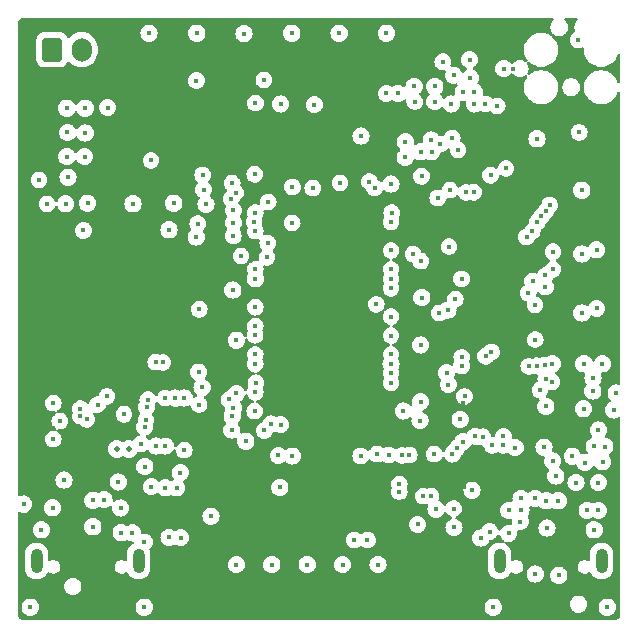
<source format=gbr>
%TF.GenerationSoftware,KiCad,Pcbnew,8.0.1*%
%TF.CreationDate,2024-04-17T21:00:07+02:00*%
%TF.ProjectId,STM32_Dev_Board,53544d33-325f-4446-9576-5f426f617264,rev?*%
%TF.SameCoordinates,Original*%
%TF.FileFunction,Copper,L4,Inr*%
%TF.FilePolarity,Positive*%
%FSLAX46Y46*%
G04 Gerber Fmt 4.6, Leading zero omitted, Abs format (unit mm)*
G04 Created by KiCad (PCBNEW 8.0.1) date 2024-04-17 21:00:07*
%MOMM*%
%LPD*%
G01*
G04 APERTURE LIST*
G04 Aperture macros list*
%AMRoundRect*
0 Rectangle with rounded corners*
0 $1 Rounding radius*
0 $2 $3 $4 $5 $6 $7 $8 $9 X,Y pos of 4 corners*
0 Add a 4 corners polygon primitive as box body*
4,1,4,$2,$3,$4,$5,$6,$7,$8,$9,$2,$3,0*
0 Add four circle primitives for the rounded corners*
1,1,$1+$1,$2,$3*
1,1,$1+$1,$4,$5*
1,1,$1+$1,$6,$7*
1,1,$1+$1,$8,$9*
0 Add four rect primitives between the rounded corners*
20,1,$1+$1,$2,$3,$4,$5,0*
20,1,$1+$1,$4,$5,$6,$7,0*
20,1,$1+$1,$6,$7,$8,$9,0*
20,1,$1+$1,$8,$9,$2,$3,0*%
G04 Aperture macros list end*
%TA.AperFunction,ComponentPad*%
%ADD10RoundRect,0.250000X-0.600000X-0.750000X0.600000X-0.750000X0.600000X0.750000X-0.600000X0.750000X0*%
%TD*%
%TA.AperFunction,ComponentPad*%
%ADD11O,1.700000X2.000000*%
%TD*%
%TA.AperFunction,ComponentPad*%
%ADD12O,1.000000X2.100000*%
%TD*%
%TA.AperFunction,ViaPad*%
%ADD13C,0.400000*%
%TD*%
%TA.AperFunction,ViaPad*%
%ADD14C,0.450000*%
%TD*%
%TA.AperFunction,ViaPad*%
%ADD15C,0.500000*%
%TD*%
G04 APERTURE END LIST*
D10*
%TO.N,9V_DC_Jack*%
%TO.C,J1*%
X183400000Y-57200000D03*
D11*
%TO.N,GND*%
X185900000Y-57200000D03*
%TD*%
D12*
%TO.N,GND*%
%TO.C,J3*%
X182080000Y-100495000D03*
X190720000Y-100495000D03*
%TD*%
%TO.N,GND*%
%TO.C,J4*%
X221280000Y-100495000D03*
X229920000Y-100495000D03*
%TD*%
D13*
%TO.N,GND*%
X191775000Y-66575000D03*
X182975000Y-70250000D03*
X182300000Y-68225000D03*
%TO.N,FMC_NBL0*%
X198540000Y-69806586D03*
X199390000Y-74676000D03*
%TO.N,FMC_D7*%
X216154000Y-79502000D03*
%TO.N,FMC_D1*%
X217678000Y-90932000D03*
D14*
%TO.N,FMC_D6*%
X216916000Y-79248000D03*
%TO.N,FMC_A3*%
X209550000Y-64516000D03*
X212090000Y-68580000D03*
%TO.N,FMC_D0*%
X213140000Y-87790000D03*
X218180000Y-90380000D03*
%TO.N,FMC_NBL0*%
X200600000Y-76600000D03*
%TO.N,+5V*%
X228500000Y-92160000D03*
%TO.N,GND*%
X230010000Y-92090000D03*
%TO.N,USB_OTG_HS_ULPI_D4*%
X225100000Y-83920000D03*
%TO.N,GND*%
X208000000Y-100800000D03*
X203700000Y-55800000D03*
D13*
X220650000Y-90700000D03*
D14*
X228250000Y-69100000D03*
X217300000Y-91440000D03*
X193300000Y-72450000D03*
X224450000Y-64750000D03*
X193700000Y-70200000D03*
X199650000Y-55850000D03*
X220750000Y-104400000D03*
X195800000Y-84500000D03*
X214350000Y-97400000D03*
X216950000Y-85550000D03*
X223100000Y-96200000D03*
X231160000Y-86275000D03*
D13*
X184050000Y-88650000D03*
X191400000Y-87450000D03*
X183500000Y-87120000D03*
D14*
X214600000Y-65850000D03*
X229500000Y-74150000D03*
X207700000Y-55800000D03*
X230400000Y-104400000D03*
D13*
X227930000Y-56365000D03*
D14*
X229180000Y-86100000D03*
X205600000Y-61850000D03*
X214700000Y-78200000D03*
X215900000Y-96100000D03*
X184700000Y-64200000D03*
X186200000Y-62150000D03*
X211700000Y-60900000D03*
X229500000Y-79100000D03*
X183450000Y-95985000D03*
X202000000Y-100800000D03*
X222050000Y-98150000D03*
X228250000Y-74500000D03*
X229300000Y-90780000D03*
X181550000Y-104400000D03*
X218200000Y-60800000D03*
X225050000Y-90860000D03*
X195650000Y-55800000D03*
X199000000Y-100800000D03*
X228700000Y-96200000D03*
X229650000Y-89400000D03*
X214050000Y-60300000D03*
X225300000Y-97700000D03*
X230200000Y-90800000D03*
D13*
X200550000Y-67750000D03*
D14*
X199000000Y-86300000D03*
X218950000Y-94500000D03*
X190250000Y-70250000D03*
X214600000Y-82200000D03*
X186050000Y-72500000D03*
X213300000Y-66300000D03*
X189200000Y-96000000D03*
D13*
X198650000Y-68500000D03*
D14*
X229300000Y-97850000D03*
X230950000Y-87700000D03*
X205000000Y-100800000D03*
X190200000Y-98100000D03*
D13*
X213000000Y-91550000D03*
D14*
X211000000Y-100800000D03*
X182500000Y-97850000D03*
X219150000Y-60800000D03*
X230000000Y-83800000D03*
X193950000Y-94300000D03*
X198750000Y-71850000D03*
X186850000Y-97600000D03*
X218800000Y-59600000D03*
X191200000Y-104400000D03*
X191600000Y-55800000D03*
X202750000Y-61800000D03*
X198700000Y-77550000D03*
X186200000Y-64250000D03*
X194250000Y-93000000D03*
X217200000Y-61800000D03*
D13*
X187250000Y-87250000D03*
D14*
X184650000Y-66250000D03*
X214550000Y-88600000D03*
D13*
X225734359Y-85321711D03*
X212100000Y-84600000D03*
D14*
X215800000Y-61600000D03*
X219150000Y-61800000D03*
D13*
X212100000Y-79800000D03*
X221600000Y-90700000D03*
D14*
X218750000Y-58050000D03*
X199000000Y-81800000D03*
D13*
X183500000Y-90180000D03*
D14*
X212700000Y-60900000D03*
X180990000Y-95675000D03*
X184650000Y-62150000D03*
X213300000Y-65000000D03*
D13*
X188050000Y-86550000D03*
D14*
X211700000Y-55800000D03*
X186400000Y-70200000D03*
X202680000Y-94250000D03*
X229200000Y-85000000D03*
D13*
X209530000Y-91600000D03*
D14*
X214600000Y-87000000D03*
D15*
X188900000Y-91000000D03*
D14*
X186150000Y-66250000D03*
X199800000Y-90350000D03*
X228250000Y-79500000D03*
%TO.N,+5V*%
X193000000Y-94300000D03*
X217425000Y-97650000D03*
X227750000Y-93850000D03*
X195620000Y-59810000D03*
X193300000Y-98500000D03*
X221600000Y-89950000D03*
X184550000Y-70250000D03*
%TO.N,+1V8*%
X195600000Y-73050000D03*
X228400000Y-87600000D03*
%TO.N,USB_OTG_FS_VBUS*%
X189250000Y-98100000D03*
X194280000Y-98510000D03*
X188100000Y-62100000D03*
X186850000Y-95350000D03*
%TO.N,VDDSDMMC_STM32*%
X211725000Y-65000000D03*
D13*
X201700000Y-94250000D03*
D14*
X185700000Y-92800000D03*
D13*
X218160110Y-87132456D03*
X193770000Y-85015000D03*
D14*
X213600000Y-87000000D03*
X206550000Y-61850000D03*
X191550000Y-78100000D03*
X189800000Y-78100000D03*
X213600000Y-82200000D03*
X190950000Y-78650000D03*
X198800000Y-90350000D03*
X192150000Y-79200000D03*
X189750000Y-79200000D03*
X192150000Y-78650000D03*
D13*
X218300000Y-94200000D03*
D14*
X191000000Y-73000000D03*
X210100000Y-97700000D03*
X190950000Y-78100000D03*
X221150000Y-94650000D03*
X213750000Y-78200000D03*
D13*
X219050000Y-83360000D03*
D14*
X228320000Y-90800000D03*
X199000000Y-85300000D03*
X190950000Y-79200000D03*
X228220000Y-86100000D03*
D13*
X208570000Y-91600000D03*
D14*
X189800000Y-78650000D03*
D13*
X217880000Y-85550000D03*
D14*
X191800000Y-70200000D03*
X213000000Y-100800000D03*
X201750000Y-61800000D03*
D13*
X187050000Y-86300000D03*
D14*
X199650000Y-59800000D03*
X198700000Y-76600000D03*
D13*
X183500000Y-88050000D03*
D14*
X199000000Y-80800000D03*
X228250000Y-80500000D03*
X218275000Y-91694000D03*
X209000000Y-97700000D03*
D13*
X193010000Y-85015000D03*
D14*
X191000000Y-72400000D03*
X218200000Y-61800000D03*
X190350000Y-78650000D03*
X192150000Y-78100000D03*
X228250000Y-75500000D03*
X229500000Y-80700000D03*
X195800000Y-83570000D03*
X212800000Y-97400000D03*
X190350000Y-79200000D03*
X229500000Y-75700000D03*
X211700000Y-61850000D03*
X231000000Y-97300000D03*
X218800000Y-56450000D03*
D13*
X183500000Y-89200000D03*
D14*
X190400000Y-78100000D03*
X213000000Y-98950000D03*
X214500000Y-64850000D03*
X191000000Y-71750000D03*
D13*
X194600000Y-89115000D03*
D14*
X195380000Y-96610000D03*
X228250000Y-68100000D03*
X191550000Y-79200000D03*
X228200000Y-85300000D03*
X225400000Y-64750000D03*
X212300000Y-66300000D03*
D13*
X198700000Y-67550000D03*
X228175000Y-58970000D03*
D14*
X212000000Y-100800000D03*
X213650000Y-88600000D03*
D13*
X188200000Y-87450000D03*
X196350000Y-76750000D03*
D14*
X191550000Y-78650000D03*
%TO.N,USB_OTG_HS_VBUS*%
X222600000Y-90900000D03*
X223100000Y-95200000D03*
X226050000Y-93300000D03*
X225250000Y-95400000D03*
X223050000Y-97150000D03*
X184750000Y-68000000D03*
X228756396Y-103481396D03*
X217390000Y-59360000D03*
D13*
%TO.N,VDDA_STM32*%
X220080000Y-61800000D03*
%TO.N,VDD12DSI_STM32*%
X217400000Y-96050000D03*
D14*
%TO.N,RCC_OSC_OUT*%
X215800000Y-60300000D03*
D13*
%TO.N,RCC_OSC_IN*%
X214100000Y-61600000D03*
D14*
%TO.N,NRST*%
X225200000Y-87400000D03*
D13*
X216480000Y-58220000D03*
X228030000Y-64200000D03*
X186325000Y-88500000D03*
D14*
X215530000Y-65850000D03*
X215500000Y-64850000D03*
%TO.N,Net-(U4-VCAP_1)*%
X228425000Y-83800000D03*
%TO.N,Net-(U4-VCAP_2)*%
X202550000Y-91550000D03*
%TO.N,USB_OTG_FS_OverCurrent*%
X191250000Y-92500000D03*
%TO.N,USB_OTG_HS_OverCurrent*%
X229650000Y-96200000D03*
D15*
%TO.N,Net-(U12A-VDDI)*%
X189880000Y-91000000D03*
D13*
%TO.N,SWO*%
X221090000Y-61960000D03*
X195730000Y-71920000D03*
D14*
%TO.N,SWDIO*%
X203750000Y-91600000D03*
X221650000Y-58810000D03*
%TO.N,SWCLK*%
X222400000Y-58875000D03*
X198600000Y-89400000D03*
%TO.N,Net-(J3-CC1)*%
X185150000Y-101225000D03*
X191200000Y-98900000D03*
D13*
%TO.N,DSIHOST_CKN*%
X213650000Y-91500000D03*
%TO.N,I2C_4_SDA*%
X210100000Y-98710000D03*
%TO.N,I2C_4_SCL*%
X209000000Y-98700000D03*
%TO.N,DSIHOST_D1P*%
X212800000Y-94625000D03*
%TO.N,DSIHOST_D1N*%
X212800000Y-93975000D03*
%TO.N,DSIHOST_D0N*%
X214825000Y-95000000D03*
%TO.N,DSIHOST_CKP*%
X215750000Y-91450000D03*
%TO.N,DSIHOST_D0P*%
X215475000Y-95000000D03*
%TO.N,PDR_ON*%
X196150000Y-67800000D03*
D14*
%TO.N,BOOT0*%
X198750000Y-70800000D03*
D13*
%TO.N,STM32_LED*%
X201330000Y-59760000D03*
X195860000Y-79180000D03*
X200620000Y-61730000D03*
D14*
%TO.N,Enable GPIO*%
X184400000Y-93635000D03*
%TO.N,USB_OTG_FS_DETECT*%
X191800000Y-94200000D03*
%TO.N,USB_OTG_FS_ID*%
X196850000Y-96700000D03*
%TO.N,Net-(J4-CC2)*%
X226300000Y-101700000D03*
X220450000Y-98000000D03*
%TO.N,USB_OTG_HS_DETECT*%
X222050000Y-96200000D03*
X225780000Y-92030000D03*
D13*
%TO.N,SDMMC1_CMD*%
X185800000Y-88200000D03*
D14*
X196100000Y-85800000D03*
%TO.N,SDMMC1_D3*%
X194600000Y-86685000D03*
D13*
X190920000Y-90570000D03*
%TO.N,SDMMC1_D1*%
X193000000Y-86685000D03*
X191340000Y-88530000D03*
D14*
X198650000Y-88200000D03*
%TO.N,SDMMC1_D2*%
X193800000Y-86700000D03*
%TO.N,SDMMC1_D0*%
X201375000Y-89425000D03*
D13*
X191230000Y-89150000D03*
D14*
%TO.N,SDMMC1_D5*%
X193000000Y-90750000D03*
D13*
X192773631Y-83681180D03*
D14*
%TO.N,SDMMC1_D7*%
X201950000Y-88900000D03*
D13*
X191500000Y-86840000D03*
X194600000Y-91110000D03*
D14*
%TO.N,SDMMC1_D6*%
X202750000Y-88950000D03*
D13*
X189480000Y-88070000D03*
D14*
%TO.N,SDMMC1_D4*%
X196220000Y-69040000D03*
D13*
X192170000Y-83660000D03*
D14*
X192200000Y-90750000D03*
X196430000Y-70300000D03*
D13*
%TO.N,FMC_A1*%
X205470000Y-68930000D03*
%TO.N,FMC_D5*%
X224290000Y-78810000D03*
X224310000Y-81740000D03*
X212100000Y-81400000D03*
D14*
%TO.N,USB_OTG_HS_ULPI_D3*%
X225750000Y-83790000D03*
D13*
X220600000Y-82790000D03*
%TO.N,FMC_A4*%
X210260000Y-68370000D03*
%TO.N,FMC_D11*%
X200600000Y-83000000D03*
%TO.N,FMC_A9*%
X200600000Y-72550000D03*
X224080000Y-76800000D03*
X224060000Y-72560000D03*
D14*
%TO.N,FMC_D3*%
X198400000Y-86800000D03*
X212100000Y-83800000D03*
D13*
%TO.N,FMC_SDNRAS*%
X213970000Y-74510000D03*
%TO.N,USB_OTG_HS_ULPI_STP*%
X216275000Y-65200000D03*
X224700000Y-86030000D03*
X223750000Y-84010000D03*
%TO.N,FMC_SDNWE*%
X218070000Y-76600000D03*
X218475000Y-69275000D03*
X212100000Y-76600000D03*
%TO.N,FMC_BA0*%
X211900000Y-91500000D03*
%TO.N,USB_OTG_HS_ULPI_NXT*%
X217775000Y-65680000D03*
%TO.N,FMC_D9*%
X200600000Y-80610000D03*
%TO.N,FMC_A0*%
X212150000Y-71000000D03*
X203750000Y-68820000D03*
X203730000Y-71870000D03*
%TO.N,FMC_D15*%
X200550000Y-87800000D03*
%TO.N,FMC_A2*%
X207775000Y-68480000D03*
%TO.N,USB_OTG_HS_ULPI_DIR*%
X225190000Y-85060000D03*
X217280000Y-64680000D03*
X224450000Y-83960000D03*
%TO.N,FMC_D12*%
X200600000Y-83800000D03*
%TO.N,FMC_D13*%
X200650000Y-85400000D03*
%TO.N,FMC_D8*%
X200610000Y-78990000D03*
%TO.N,USB_OTG_HS_ULPI_CK*%
X221830000Y-67260000D03*
D14*
%TO.N,USB_OTG_FS_N*%
X189000000Y-93800000D03*
D13*
%TO.N,FMC_SDCKE0*%
X214680000Y-67920000D03*
X201600000Y-74780000D03*
X214620000Y-75110000D03*
%TO.N,FMC_D4*%
X212100000Y-83000000D03*
X217540000Y-78320000D03*
X218080000Y-83250000D03*
%TO.N,FMC_A11*%
X223570000Y-73060000D03*
X201650000Y-73560000D03*
X223710000Y-77800000D03*
%TO.N,FMC_A7*%
X225215951Y-70855938D03*
X225800000Y-75800000D03*
X200600000Y-71000000D03*
%TO.N,USB_OTG_HS_ULPI_D0*%
X220520000Y-67830000D03*
%TO.N,FMC_SDNCAS*%
X212100000Y-75800000D03*
%TO.N,FMC_NBL1*%
X212100000Y-77400000D03*
X198940000Y-69300000D03*
%TO.N,USB_OTG_HS_ULPI_D4*%
X220100000Y-83160000D03*
%TO.N,USB_OTG_HS_ULPI_D2*%
X216050000Y-69760000D03*
%TO.N,FMC_A5*%
X210700000Y-68900000D03*
D14*
%TO.N,FMC_D2*%
X198750000Y-87550000D03*
D13*
X212100000Y-85400000D03*
%TO.N,FMC_D7*%
X210850000Y-78760000D03*
%TO.N,FMC_SDCLK*%
X200600000Y-75800000D03*
%TO.N,USB_OTG_HS_ULPI_D5*%
X218070000Y-83970000D03*
%TO.N,FMC_SDNE0*%
X212100000Y-74200000D03*
X217080000Y-69090000D03*
X217010000Y-73870000D03*
%TO.N,USB_OTG_HS_ULPI_D1*%
X219078978Y-69269655D03*
%TO.N,FMC_D10*%
X200590000Y-81370000D03*
%TO.N,FMC_A8*%
X224824771Y-71316152D03*
X200500000Y-71750000D03*
X225170000Y-76310000D03*
D14*
%TO.N,USB_OTG_HS_ULPI_D6*%
X216800000Y-84550000D03*
X227448676Y-91621324D03*
D13*
%TO.N,FMC_D14*%
X200600000Y-86200000D03*
%TO.N,FMC_BA1*%
X210900000Y-91450000D03*
%TO.N,FMC_A6*%
X225800000Y-74300000D03*
X225530000Y-70340000D03*
X201700000Y-70080000D03*
%TO.N,SDMMC1_CK*%
X195850000Y-87250000D03*
X185800000Y-87595997D03*
D14*
%TO.N,USB_OTG_FS_P*%
X187800000Y-95300000D03*
%TO.N,Enable GPIO HS*%
X217950000Y-88500000D03*
X229650000Y-93850000D03*
D13*
%TO.N,USB_OTG_HS_ULPI_D7*%
X218320000Y-86550000D03*
X198740000Y-72960000D03*
%TO.N,FMC_A10*%
X225170000Y-77300000D03*
X212100000Y-71800000D03*
X224474264Y-71808050D03*
D14*
%TO.N,/USB_OTG_HS/ESD_D-*%
X219850000Y-90000000D03*
X226250000Y-95400000D03*
%TO.N,/USB_OTG_HS/ESD_D+*%
X219224119Y-89937411D03*
X224300000Y-95200000D03*
%TO.N,Net-(J4-CC1)*%
X219700000Y-98550000D03*
X224300000Y-101600000D03*
%TD*%
%TA.AperFunction,Conductor*%
%TO.N,VDDSDMMC_STM32*%
G36*
X225825798Y-54520185D02*
G01*
X225871553Y-54572989D01*
X225881497Y-54642147D01*
X225852472Y-54705703D01*
X225846440Y-54712181D01*
X225741594Y-54817026D01*
X225741591Y-54817030D01*
X225659539Y-54939829D01*
X225659534Y-54939839D01*
X225603014Y-55076290D01*
X225603012Y-55076298D01*
X225574200Y-55221146D01*
X225574200Y-55368853D01*
X225603012Y-55513701D01*
X225603014Y-55513709D01*
X225659534Y-55650160D01*
X225659539Y-55650170D01*
X225741591Y-55772969D01*
X225741594Y-55772973D01*
X225829829Y-55861208D01*
X225850521Y-55899104D01*
X225890689Y-55907842D01*
X225900153Y-55913572D01*
X225968829Y-55959460D01*
X225968833Y-55959462D01*
X225968836Y-55959464D01*
X226105291Y-56015986D01*
X226250146Y-56044799D01*
X226250150Y-56044800D01*
X226250151Y-56044800D01*
X226397850Y-56044800D01*
X226397851Y-56044799D01*
X226542709Y-56015986D01*
X226679164Y-55959464D01*
X226801970Y-55877408D01*
X226906408Y-55772970D01*
X226988464Y-55650164D01*
X227044986Y-55513709D01*
X227073800Y-55368849D01*
X227073800Y-55221151D01*
X227044986Y-55076291D01*
X226988464Y-54939836D01*
X226988462Y-54939833D01*
X226988460Y-54939829D01*
X226906408Y-54817030D01*
X226906405Y-54817026D01*
X226801560Y-54712181D01*
X226768075Y-54650858D01*
X226773059Y-54581166D01*
X226814931Y-54525233D01*
X226880395Y-54500816D01*
X226889241Y-54500500D01*
X227790759Y-54500500D01*
X227857798Y-54520185D01*
X227903553Y-54572989D01*
X227913497Y-54642147D01*
X227884472Y-54705703D01*
X227878440Y-54712181D01*
X227773594Y-54817026D01*
X227773591Y-54817030D01*
X227691539Y-54939829D01*
X227691534Y-54939839D01*
X227635014Y-55076290D01*
X227635012Y-55076298D01*
X227606200Y-55221146D01*
X227606200Y-55368853D01*
X227635012Y-55513701D01*
X227635015Y-55513713D01*
X227664828Y-55585688D01*
X227672297Y-55655157D01*
X227641021Y-55717636D01*
X227607894Y-55742936D01*
X227529149Y-55784265D01*
X227401816Y-55897072D01*
X227305182Y-56037068D01*
X227244860Y-56196125D01*
X227244859Y-56196130D01*
X227224355Y-56365000D01*
X227244859Y-56533869D01*
X227244860Y-56533874D01*
X227305182Y-56692931D01*
X227354716Y-56764692D01*
X227401817Y-56832929D01*
X227507505Y-56926560D01*
X227529150Y-56945736D01*
X227679773Y-57024789D01*
X227679775Y-57024790D01*
X227844944Y-57065500D01*
X228015056Y-57065500D01*
X228180225Y-57024790D01*
X228256425Y-56984796D01*
X228324931Y-56971071D01*
X228389985Y-56996563D01*
X228430929Y-57053178D01*
X228438050Y-57094593D01*
X228438050Y-57313489D01*
X228460667Y-57456286D01*
X228473555Y-57537657D01*
X228543692Y-57753517D01*
X228602235Y-57868414D01*
X228646736Y-57955750D01*
X228780136Y-58139361D01*
X228780140Y-58139366D01*
X228940633Y-58299859D01*
X228940638Y-58299863D01*
X229100793Y-58416222D01*
X229124253Y-58433266D01*
X229326483Y-58536308D01*
X229542343Y-58606445D01*
X229657837Y-58624737D01*
X229766511Y-58641950D01*
X229766516Y-58641950D01*
X229993489Y-58641950D01*
X230092557Y-58626258D01*
X230217657Y-58606445D01*
X230433517Y-58536308D01*
X230635747Y-58433266D01*
X230819368Y-58299858D01*
X230979858Y-58139368D01*
X231113266Y-57955747D01*
X231216308Y-57753517D01*
X231257569Y-57626527D01*
X231297007Y-57568852D01*
X231361365Y-57541654D01*
X231430211Y-57553569D01*
X231481687Y-57600813D01*
X231499500Y-57664846D01*
X231499500Y-59910153D01*
X231479815Y-59977192D01*
X231427011Y-60022947D01*
X231357853Y-60032891D01*
X231294297Y-60003866D01*
X231257569Y-59948471D01*
X231247270Y-59916775D01*
X231216308Y-59821483D01*
X231113266Y-59619253D01*
X231090715Y-59588214D01*
X230979863Y-59435638D01*
X230979859Y-59435633D01*
X230819366Y-59275140D01*
X230819361Y-59275136D01*
X230635750Y-59141736D01*
X230635749Y-59141735D01*
X230635747Y-59141734D01*
X230433517Y-59038692D01*
X230217657Y-58968555D01*
X229993489Y-58933050D01*
X229993484Y-58933050D01*
X229766516Y-58933050D01*
X229766511Y-58933050D01*
X229542342Y-58968555D01*
X229326480Y-59038693D01*
X229124249Y-59141736D01*
X228940638Y-59275136D01*
X228940633Y-59275140D01*
X228780140Y-59435633D01*
X228780136Y-59435638D01*
X228646736Y-59619249D01*
X228543693Y-59821480D01*
X228473555Y-60037342D01*
X228438050Y-60261510D01*
X228438050Y-60488489D01*
X228461658Y-60637544D01*
X228473555Y-60712657D01*
X228543692Y-60928517D01*
X228643703Y-61124799D01*
X228646736Y-61130750D01*
X228780136Y-61314361D01*
X228780140Y-61314366D01*
X228940633Y-61474859D01*
X228940638Y-61474863D01*
X229083060Y-61578338D01*
X229124253Y-61608266D01*
X229326483Y-61711308D01*
X229542343Y-61781445D01*
X229657837Y-61799737D01*
X229766511Y-61816950D01*
X229766516Y-61816950D01*
X229993489Y-61816950D01*
X230092557Y-61801258D01*
X230217657Y-61781445D01*
X230433517Y-61711308D01*
X230635747Y-61608266D01*
X230819368Y-61474858D01*
X230979858Y-61314368D01*
X231113266Y-61130747D01*
X231216308Y-60928517D01*
X231257569Y-60801527D01*
X231297007Y-60743852D01*
X231361365Y-60716654D01*
X231430211Y-60728569D01*
X231481687Y-60775813D01*
X231499500Y-60839846D01*
X231499500Y-85450401D01*
X231479815Y-85517440D01*
X231427011Y-85563195D01*
X231357853Y-85573139D01*
X231334547Y-85567443D01*
X231322456Y-85563212D01*
X231322457Y-85563212D01*
X231160004Y-85544909D01*
X231159996Y-85544909D01*
X230997544Y-85563212D01*
X230843225Y-85617210D01*
X230704795Y-85704192D01*
X230589192Y-85819795D01*
X230502210Y-85958225D01*
X230448212Y-86112544D01*
X230429909Y-86274996D01*
X230429909Y-86275003D01*
X230448212Y-86437455D01*
X230502210Y-86591774D01*
X230589192Y-86730204D01*
X230692192Y-86833204D01*
X230725677Y-86894527D01*
X230720693Y-86964219D01*
X230678821Y-87020152D01*
X230645469Y-87037925D01*
X230633228Y-87042208D01*
X230494795Y-87129192D01*
X230379192Y-87244795D01*
X230292210Y-87383225D01*
X230238212Y-87537544D01*
X230219909Y-87699996D01*
X230219909Y-87700003D01*
X230238212Y-87862455D01*
X230292210Y-88016774D01*
X230362055Y-88127931D01*
X230379192Y-88155204D01*
X230494796Y-88270808D01*
X230633225Y-88357789D01*
X230787539Y-88411786D01*
X230787542Y-88411786D01*
X230787544Y-88411787D01*
X230949996Y-88430091D01*
X230950000Y-88430091D01*
X230950004Y-88430091D01*
X231112455Y-88411787D01*
X231112456Y-88411786D01*
X231112461Y-88411786D01*
X231266775Y-88357789D01*
X231309527Y-88330925D01*
X231376763Y-88311925D01*
X231443599Y-88332292D01*
X231488813Y-88385559D01*
X231499500Y-88435919D01*
X231499500Y-104993038D01*
X231498720Y-105006923D01*
X231488540Y-105097264D01*
X231482362Y-105124333D01*
X231454648Y-105203537D01*
X231442600Y-105228555D01*
X231397957Y-105299604D01*
X231380644Y-105321313D01*
X231321313Y-105380644D01*
X231299604Y-105397957D01*
X231228555Y-105442600D01*
X231203537Y-105454648D01*
X231124333Y-105482362D01*
X231097264Y-105488540D01*
X231017075Y-105497576D01*
X231006921Y-105498720D01*
X230993038Y-105499500D01*
X181006962Y-105499500D01*
X180993078Y-105498720D01*
X180980553Y-105497308D01*
X180902735Y-105488540D01*
X180875666Y-105482362D01*
X180796462Y-105454648D01*
X180771444Y-105442600D01*
X180700395Y-105397957D01*
X180678686Y-105380644D01*
X180619355Y-105321313D01*
X180602042Y-105299604D01*
X180557399Y-105228555D01*
X180545351Y-105203537D01*
X180517637Y-105124333D01*
X180511459Y-105097263D01*
X180507011Y-105057789D01*
X180501280Y-105006922D01*
X180500500Y-104993038D01*
X180500500Y-104400003D01*
X180819909Y-104400003D01*
X180838212Y-104562455D01*
X180892210Y-104716774D01*
X180892211Y-104716775D01*
X180979192Y-104855204D01*
X181094796Y-104970808D01*
X181233225Y-105057789D01*
X181387539Y-105111786D01*
X181387542Y-105111786D01*
X181387544Y-105111787D01*
X181549996Y-105130091D01*
X181550000Y-105130091D01*
X181550004Y-105130091D01*
X181712455Y-105111787D01*
X181712456Y-105111786D01*
X181712461Y-105111786D01*
X181866775Y-105057789D01*
X182005204Y-104970808D01*
X182120808Y-104855204D01*
X182207789Y-104716775D01*
X182261786Y-104562461D01*
X182261787Y-104562455D01*
X182280091Y-104400003D01*
X190469909Y-104400003D01*
X190488212Y-104562455D01*
X190542210Y-104716774D01*
X190542211Y-104716775D01*
X190629192Y-104855204D01*
X190744796Y-104970808D01*
X190883225Y-105057789D01*
X191037539Y-105111786D01*
X191037542Y-105111786D01*
X191037544Y-105111787D01*
X191199996Y-105130091D01*
X191200000Y-105130091D01*
X191200004Y-105130091D01*
X191362455Y-105111787D01*
X191362456Y-105111786D01*
X191362461Y-105111786D01*
X191516775Y-105057789D01*
X191655204Y-104970808D01*
X191770808Y-104855204D01*
X191857789Y-104716775D01*
X191911786Y-104562461D01*
X191911787Y-104562455D01*
X191930091Y-104400003D01*
X220019909Y-104400003D01*
X220038212Y-104562455D01*
X220092210Y-104716774D01*
X220092211Y-104716775D01*
X220179192Y-104855204D01*
X220294796Y-104970808D01*
X220433225Y-105057789D01*
X220587539Y-105111786D01*
X220587542Y-105111786D01*
X220587544Y-105111787D01*
X220749996Y-105130091D01*
X220750000Y-105130091D01*
X220750004Y-105130091D01*
X220912455Y-105111787D01*
X220912456Y-105111786D01*
X220912461Y-105111786D01*
X221066775Y-105057789D01*
X221205204Y-104970808D01*
X221320808Y-104855204D01*
X221407789Y-104716775D01*
X221461786Y-104562461D01*
X221461787Y-104562455D01*
X221480091Y-104400003D01*
X221480091Y-104399996D01*
X221461787Y-104237544D01*
X221461786Y-104237542D01*
X221461786Y-104237539D01*
X221431156Y-104150003D01*
X227219909Y-104150003D01*
X227238212Y-104312455D01*
X227292210Y-104466774D01*
X227292211Y-104466775D01*
X227379192Y-104605204D01*
X227494796Y-104720808D01*
X227633225Y-104807789D01*
X227787539Y-104861786D01*
X227787542Y-104861786D01*
X227787544Y-104861787D01*
X227949996Y-104880091D01*
X227950000Y-104880091D01*
X227950004Y-104880091D01*
X228112455Y-104861787D01*
X228112456Y-104861786D01*
X228112461Y-104861786D01*
X228266775Y-104807789D01*
X228405204Y-104720808D01*
X228520808Y-104605204D01*
X228607789Y-104466775D01*
X228631154Y-104400003D01*
X229669909Y-104400003D01*
X229688212Y-104562455D01*
X229742210Y-104716774D01*
X229742211Y-104716775D01*
X229829192Y-104855204D01*
X229944796Y-104970808D01*
X230083225Y-105057789D01*
X230237539Y-105111786D01*
X230237542Y-105111786D01*
X230237544Y-105111787D01*
X230399996Y-105130091D01*
X230400000Y-105130091D01*
X230400004Y-105130091D01*
X230562455Y-105111787D01*
X230562456Y-105111786D01*
X230562461Y-105111786D01*
X230716775Y-105057789D01*
X230855204Y-104970808D01*
X230970808Y-104855204D01*
X231057789Y-104716775D01*
X231111786Y-104562461D01*
X231111787Y-104562455D01*
X231130091Y-104400003D01*
X231130091Y-104399996D01*
X231111787Y-104237544D01*
X231111786Y-104237542D01*
X231111786Y-104237539D01*
X231057789Y-104083225D01*
X230970808Y-103944796D01*
X230855204Y-103829192D01*
X230716774Y-103742210D01*
X230562455Y-103688212D01*
X230400004Y-103669909D01*
X230399996Y-103669909D01*
X230237544Y-103688212D01*
X230083225Y-103742210D01*
X229944795Y-103829192D01*
X229829192Y-103944795D01*
X229742210Y-104083225D01*
X229688212Y-104237544D01*
X229669909Y-104399996D01*
X229669909Y-104400003D01*
X228631154Y-104400003D01*
X228661786Y-104312461D01*
X228680091Y-104150000D01*
X228672567Y-104083225D01*
X228661787Y-103987544D01*
X228661786Y-103987542D01*
X228661786Y-103987539D01*
X228607789Y-103833225D01*
X228520808Y-103694796D01*
X228405204Y-103579192D01*
X228266774Y-103492210D01*
X228112455Y-103438212D01*
X227950004Y-103419909D01*
X227949996Y-103419909D01*
X227787544Y-103438212D01*
X227633225Y-103492210D01*
X227494795Y-103579192D01*
X227379192Y-103694795D01*
X227292210Y-103833225D01*
X227238212Y-103987544D01*
X227219909Y-104149996D01*
X227219909Y-104150003D01*
X221431156Y-104150003D01*
X221407789Y-104083225D01*
X221320808Y-103944796D01*
X221205204Y-103829192D01*
X221066774Y-103742210D01*
X220912455Y-103688212D01*
X220750004Y-103669909D01*
X220749996Y-103669909D01*
X220587544Y-103688212D01*
X220433225Y-103742210D01*
X220294795Y-103829192D01*
X220179192Y-103944795D01*
X220092210Y-104083225D01*
X220038212Y-104237544D01*
X220019909Y-104399996D01*
X220019909Y-104400003D01*
X191930091Y-104400003D01*
X191930091Y-104399996D01*
X191911787Y-104237544D01*
X191911786Y-104237542D01*
X191911786Y-104237539D01*
X191857789Y-104083225D01*
X191770808Y-103944796D01*
X191655204Y-103829192D01*
X191516774Y-103742210D01*
X191362455Y-103688212D01*
X191200004Y-103669909D01*
X191199996Y-103669909D01*
X191037544Y-103688212D01*
X190883225Y-103742210D01*
X190744795Y-103829192D01*
X190629192Y-103944795D01*
X190542210Y-104083225D01*
X190488212Y-104237544D01*
X190469909Y-104399996D01*
X190469909Y-104400003D01*
X182280091Y-104400003D01*
X182280091Y-104399996D01*
X182261787Y-104237544D01*
X182261786Y-104237542D01*
X182261786Y-104237539D01*
X182207789Y-104083225D01*
X182120808Y-103944796D01*
X182005204Y-103829192D01*
X181866774Y-103742210D01*
X181712455Y-103688212D01*
X181550004Y-103669909D01*
X181549996Y-103669909D01*
X181387544Y-103688212D01*
X181233225Y-103742210D01*
X181094795Y-103829192D01*
X180979192Y-103944795D01*
X180892210Y-104083225D01*
X180838212Y-104237544D01*
X180819909Y-104399996D01*
X180819909Y-104400003D01*
X180500500Y-104400003D01*
X180500500Y-102650003D01*
X184419909Y-102650003D01*
X184438212Y-102812455D01*
X184492210Y-102966774D01*
X184492211Y-102966775D01*
X184579192Y-103105204D01*
X184694796Y-103220808D01*
X184833225Y-103307789D01*
X184987539Y-103361786D01*
X184987542Y-103361786D01*
X184987544Y-103361787D01*
X185149996Y-103380091D01*
X185150000Y-103380091D01*
X185150004Y-103380091D01*
X185312455Y-103361787D01*
X185312456Y-103361786D01*
X185312461Y-103361786D01*
X185466775Y-103307789D01*
X185605204Y-103220808D01*
X185720808Y-103105204D01*
X185807789Y-102966775D01*
X185861786Y-102812461D01*
X185880091Y-102650000D01*
X185861786Y-102487539D01*
X185807789Y-102333225D01*
X185720808Y-102194796D01*
X185605204Y-102079192D01*
X185466774Y-101992210D01*
X185312455Y-101938212D01*
X185150004Y-101919909D01*
X185149996Y-101919909D01*
X184987544Y-101938212D01*
X184833225Y-101992210D01*
X184694795Y-102079192D01*
X184579192Y-102194795D01*
X184492210Y-102333225D01*
X184438212Y-102487544D01*
X184419909Y-102649996D01*
X184419909Y-102650003D01*
X180500500Y-102650003D01*
X180500500Y-101143543D01*
X181079499Y-101143543D01*
X181117947Y-101336829D01*
X181117950Y-101336839D01*
X181193364Y-101518907D01*
X181193371Y-101518920D01*
X181302860Y-101682781D01*
X181302863Y-101682785D01*
X181442214Y-101822136D01*
X181442218Y-101822139D01*
X181606079Y-101931628D01*
X181606092Y-101931635D01*
X181788160Y-102007049D01*
X181788165Y-102007051D01*
X181788169Y-102007051D01*
X181788170Y-102007052D01*
X181981456Y-102045500D01*
X181981459Y-102045500D01*
X182178543Y-102045500D01*
X182308582Y-102019632D01*
X182371835Y-102007051D01*
X182553914Y-101931632D01*
X182717782Y-101822139D01*
X182857139Y-101682782D01*
X182966632Y-101518914D01*
X182968943Y-101513334D01*
X183012779Y-101458931D01*
X183079072Y-101436862D01*
X183146772Y-101454138D01*
X183149793Y-101456182D01*
X183154177Y-101458713D01*
X183154179Y-101458715D01*
X183245871Y-101511653D01*
X183286318Y-101535006D01*
X183286319Y-101535006D01*
X183286322Y-101535008D01*
X183433707Y-101574500D01*
X183433710Y-101574500D01*
X183586290Y-101574500D01*
X183586293Y-101574500D01*
X183733678Y-101535008D01*
X183865821Y-101458715D01*
X183973715Y-101350821D01*
X184050008Y-101218678D01*
X184089500Y-101071293D01*
X184089500Y-100918707D01*
X184050008Y-100771322D01*
X183973715Y-100639179D01*
X183865821Y-100531285D01*
X183865819Y-100531284D01*
X183865817Y-100531282D01*
X183733681Y-100454993D01*
X183733682Y-100454993D01*
X183721595Y-100451754D01*
X183586293Y-100415500D01*
X183433707Y-100415500D01*
X183330106Y-100443259D01*
X183286317Y-100454993D01*
X183286316Y-100454994D01*
X183266498Y-100466436D01*
X183198598Y-100482907D01*
X183132571Y-100460054D01*
X183089382Y-100405132D01*
X183080500Y-100359048D01*
X183080500Y-99846456D01*
X183042052Y-99653170D01*
X183042051Y-99653169D01*
X183042051Y-99653165D01*
X182983709Y-99512314D01*
X182966635Y-99471092D01*
X182966628Y-99471079D01*
X182857139Y-99307218D01*
X182857136Y-99307214D01*
X182717785Y-99167863D01*
X182717781Y-99167860D01*
X182553920Y-99058371D01*
X182553907Y-99058364D01*
X182371839Y-98982950D01*
X182371829Y-98982947D01*
X182178543Y-98944500D01*
X182178541Y-98944500D01*
X181981459Y-98944500D01*
X181981457Y-98944500D01*
X181788170Y-98982947D01*
X181788160Y-98982950D01*
X181606092Y-99058364D01*
X181606079Y-99058371D01*
X181442218Y-99167860D01*
X181442214Y-99167863D01*
X181302863Y-99307214D01*
X181302860Y-99307218D01*
X181193371Y-99471079D01*
X181193364Y-99471092D01*
X181117950Y-99653160D01*
X181117947Y-99653170D01*
X181079500Y-99846456D01*
X181079500Y-99846459D01*
X181079500Y-101143541D01*
X181079500Y-101143543D01*
X181079499Y-101143543D01*
X180500500Y-101143543D01*
X180500500Y-97850003D01*
X181769909Y-97850003D01*
X181788212Y-98012455D01*
X181842210Y-98166774D01*
X181883239Y-98232071D01*
X181929192Y-98305204D01*
X182044796Y-98420808D01*
X182183225Y-98507789D01*
X182337539Y-98561786D01*
X182337542Y-98561786D01*
X182337544Y-98561787D01*
X182499996Y-98580091D01*
X182500000Y-98580091D01*
X182500004Y-98580091D01*
X182662455Y-98561787D01*
X182662456Y-98561786D01*
X182662461Y-98561786D01*
X182816775Y-98507789D01*
X182955204Y-98420808D01*
X183070808Y-98305204D01*
X183157789Y-98166775D01*
X183211786Y-98012461D01*
X183213190Y-98000000D01*
X183230091Y-97850003D01*
X183230091Y-97849996D01*
X183211787Y-97687544D01*
X183211786Y-97687542D01*
X183211786Y-97687539D01*
X183181156Y-97600003D01*
X186119909Y-97600003D01*
X186138212Y-97762455D01*
X186192210Y-97916774D01*
X186226162Y-97970808D01*
X186279192Y-98055204D01*
X186394796Y-98170808D01*
X186533225Y-98257789D01*
X186687539Y-98311786D01*
X186687542Y-98311786D01*
X186687544Y-98311787D01*
X186849996Y-98330091D01*
X186850000Y-98330091D01*
X186850004Y-98330091D01*
X187012455Y-98311787D01*
X187012456Y-98311786D01*
X187012461Y-98311786D01*
X187166775Y-98257789D01*
X187305204Y-98170808D01*
X187376009Y-98100003D01*
X188519909Y-98100003D01*
X188538212Y-98262455D01*
X188592210Y-98416774D01*
X188623628Y-98466775D01*
X188679192Y-98555204D01*
X188794796Y-98670808D01*
X188933225Y-98757789D01*
X189087539Y-98811786D01*
X189087542Y-98811786D01*
X189087544Y-98811787D01*
X189249996Y-98830091D01*
X189250000Y-98830091D01*
X189250004Y-98830091D01*
X189412455Y-98811787D01*
X189412456Y-98811786D01*
X189412461Y-98811786D01*
X189566775Y-98757789D01*
X189659027Y-98699822D01*
X189726264Y-98680822D01*
X189790972Y-98699822D01*
X189883225Y-98757789D01*
X190037539Y-98811786D01*
X190037542Y-98811786D01*
X190037544Y-98811787D01*
X190194867Y-98829513D01*
X190259281Y-98856579D01*
X190298836Y-98914174D01*
X190300974Y-98984011D01*
X190265016Y-99043917D01*
X190249875Y-99055835D01*
X190082218Y-99167860D01*
X190082214Y-99167863D01*
X189942863Y-99307214D01*
X189942860Y-99307218D01*
X189833371Y-99471079D01*
X189833364Y-99471092D01*
X189757950Y-99653160D01*
X189757947Y-99653170D01*
X189719500Y-99846456D01*
X189719500Y-100359048D01*
X189699815Y-100426087D01*
X189647011Y-100471842D01*
X189577853Y-100481786D01*
X189533502Y-100466436D01*
X189513683Y-100454994D01*
X189513682Y-100454993D01*
X189501595Y-100451754D01*
X189366293Y-100415500D01*
X189213707Y-100415500D01*
X189078404Y-100451754D01*
X189066318Y-100454993D01*
X188934182Y-100531282D01*
X188934176Y-100531287D01*
X188826287Y-100639176D01*
X188826282Y-100639182D01*
X188749993Y-100771318D01*
X188749992Y-100771322D01*
X188710500Y-100918707D01*
X188710500Y-101071293D01*
X188749992Y-101218678D01*
X188749993Y-101218681D01*
X188826282Y-101350817D01*
X188826284Y-101350819D01*
X188826285Y-101350821D01*
X188934179Y-101458715D01*
X188934180Y-101458716D01*
X188934182Y-101458717D01*
X189066318Y-101535006D01*
X189066319Y-101535006D01*
X189066322Y-101535008D01*
X189213707Y-101574500D01*
X189213710Y-101574500D01*
X189366290Y-101574500D01*
X189366293Y-101574500D01*
X189513678Y-101535008D01*
X189645821Y-101458715D01*
X189645821Y-101458714D01*
X189652860Y-101454651D01*
X189654363Y-101457254D01*
X189706120Y-101437218D01*
X189774571Y-101451225D01*
X189824584Y-101500016D01*
X189831056Y-101513332D01*
X189833367Y-101518913D01*
X189833371Y-101518920D01*
X189942860Y-101682781D01*
X189942863Y-101682785D01*
X190082214Y-101822136D01*
X190082218Y-101822139D01*
X190246079Y-101931628D01*
X190246092Y-101931635D01*
X190428160Y-102007049D01*
X190428165Y-102007051D01*
X190428169Y-102007051D01*
X190428170Y-102007052D01*
X190621456Y-102045500D01*
X190621459Y-102045500D01*
X190818543Y-102045500D01*
X190948582Y-102019632D01*
X191011835Y-102007051D01*
X191193914Y-101931632D01*
X191357782Y-101822139D01*
X191497139Y-101682782D01*
X191606632Y-101518914D01*
X191609585Y-101511786D01*
X191676258Y-101350821D01*
X191682051Y-101336835D01*
X191705554Y-101218678D01*
X191720500Y-101143543D01*
X191720500Y-100800003D01*
X198269909Y-100800003D01*
X198288212Y-100962455D01*
X198342210Y-101116774D01*
X198359817Y-101144795D01*
X198429192Y-101255204D01*
X198544796Y-101370808D01*
X198683225Y-101457789D01*
X198837539Y-101511786D01*
X198837542Y-101511786D01*
X198837544Y-101511787D01*
X198999996Y-101530091D01*
X199000000Y-101530091D01*
X199000004Y-101530091D01*
X199162455Y-101511787D01*
X199162456Y-101511786D01*
X199162461Y-101511786D01*
X199316775Y-101457789D01*
X199455204Y-101370808D01*
X199570808Y-101255204D01*
X199657789Y-101116775D01*
X199711786Y-100962461D01*
X199730091Y-100800003D01*
X201269909Y-100800003D01*
X201288212Y-100962455D01*
X201342210Y-101116774D01*
X201359817Y-101144795D01*
X201429192Y-101255204D01*
X201544796Y-101370808D01*
X201683225Y-101457789D01*
X201837539Y-101511786D01*
X201837542Y-101511786D01*
X201837544Y-101511787D01*
X201999996Y-101530091D01*
X202000000Y-101530091D01*
X202000004Y-101530091D01*
X202162455Y-101511787D01*
X202162456Y-101511786D01*
X202162461Y-101511786D01*
X202316775Y-101457789D01*
X202455204Y-101370808D01*
X202570808Y-101255204D01*
X202657789Y-101116775D01*
X202711786Y-100962461D01*
X202730091Y-100800003D01*
X204269909Y-100800003D01*
X204288212Y-100962455D01*
X204342210Y-101116774D01*
X204359817Y-101144795D01*
X204429192Y-101255204D01*
X204544796Y-101370808D01*
X204683225Y-101457789D01*
X204837539Y-101511786D01*
X204837542Y-101511786D01*
X204837544Y-101511787D01*
X204999996Y-101530091D01*
X205000000Y-101530091D01*
X205000004Y-101530091D01*
X205162455Y-101511787D01*
X205162456Y-101511786D01*
X205162461Y-101511786D01*
X205316775Y-101457789D01*
X205455204Y-101370808D01*
X205570808Y-101255204D01*
X205657789Y-101116775D01*
X205711786Y-100962461D01*
X205730091Y-100800003D01*
X207269909Y-100800003D01*
X207288212Y-100962455D01*
X207342210Y-101116774D01*
X207359817Y-101144795D01*
X207429192Y-101255204D01*
X207544796Y-101370808D01*
X207683225Y-101457789D01*
X207837539Y-101511786D01*
X207837542Y-101511786D01*
X207837544Y-101511787D01*
X207999996Y-101530091D01*
X208000000Y-101530091D01*
X208000004Y-101530091D01*
X208162455Y-101511787D01*
X208162456Y-101511786D01*
X208162461Y-101511786D01*
X208316775Y-101457789D01*
X208455204Y-101370808D01*
X208570808Y-101255204D01*
X208657789Y-101116775D01*
X208711786Y-100962461D01*
X208730091Y-100800003D01*
X210269909Y-100800003D01*
X210288212Y-100962455D01*
X210342210Y-101116774D01*
X210359817Y-101144795D01*
X210429192Y-101255204D01*
X210544796Y-101370808D01*
X210683225Y-101457789D01*
X210837539Y-101511786D01*
X210837542Y-101511786D01*
X210837544Y-101511787D01*
X210999996Y-101530091D01*
X211000000Y-101530091D01*
X211000004Y-101530091D01*
X211162455Y-101511787D01*
X211162456Y-101511786D01*
X211162461Y-101511786D01*
X211316775Y-101457789D01*
X211455204Y-101370808D01*
X211570808Y-101255204D01*
X211657789Y-101116775D01*
X211711786Y-100962461D01*
X211730091Y-100800000D01*
X211726859Y-100771318D01*
X211711787Y-100637544D01*
X211711786Y-100637542D01*
X211711786Y-100637539D01*
X211657789Y-100483225D01*
X211570808Y-100344796D01*
X211455204Y-100229192D01*
X211316774Y-100142210D01*
X211162455Y-100088212D01*
X211000004Y-100069909D01*
X210999996Y-100069909D01*
X210837544Y-100088212D01*
X210683225Y-100142210D01*
X210544795Y-100229192D01*
X210429192Y-100344795D01*
X210342210Y-100483225D01*
X210288212Y-100637544D01*
X210269909Y-100799996D01*
X210269909Y-100800003D01*
X208730091Y-100800003D01*
X208730091Y-100800000D01*
X208726859Y-100771318D01*
X208711787Y-100637544D01*
X208711786Y-100637542D01*
X208711786Y-100637539D01*
X208657789Y-100483225D01*
X208570808Y-100344796D01*
X208455204Y-100229192D01*
X208316774Y-100142210D01*
X208162455Y-100088212D01*
X208000004Y-100069909D01*
X207999996Y-100069909D01*
X207837544Y-100088212D01*
X207683225Y-100142210D01*
X207544795Y-100229192D01*
X207429192Y-100344795D01*
X207342210Y-100483225D01*
X207288212Y-100637544D01*
X207269909Y-100799996D01*
X207269909Y-100800003D01*
X205730091Y-100800003D01*
X205730091Y-100800000D01*
X205726859Y-100771318D01*
X205711787Y-100637544D01*
X205711786Y-100637542D01*
X205711786Y-100637539D01*
X205657789Y-100483225D01*
X205570808Y-100344796D01*
X205455204Y-100229192D01*
X205316774Y-100142210D01*
X205162455Y-100088212D01*
X205000004Y-100069909D01*
X204999996Y-100069909D01*
X204837544Y-100088212D01*
X204683225Y-100142210D01*
X204544795Y-100229192D01*
X204429192Y-100344795D01*
X204342210Y-100483225D01*
X204288212Y-100637544D01*
X204269909Y-100799996D01*
X204269909Y-100800003D01*
X202730091Y-100800003D01*
X202730091Y-100800000D01*
X202726859Y-100771318D01*
X202711787Y-100637544D01*
X202711786Y-100637542D01*
X202711786Y-100637539D01*
X202657789Y-100483225D01*
X202570808Y-100344796D01*
X202455204Y-100229192D01*
X202316774Y-100142210D01*
X202162455Y-100088212D01*
X202000004Y-100069909D01*
X201999996Y-100069909D01*
X201837544Y-100088212D01*
X201683225Y-100142210D01*
X201544795Y-100229192D01*
X201429192Y-100344795D01*
X201342210Y-100483225D01*
X201288212Y-100637544D01*
X201269909Y-100799996D01*
X201269909Y-100800003D01*
X199730091Y-100800003D01*
X199730091Y-100800000D01*
X199726859Y-100771318D01*
X199711787Y-100637544D01*
X199711786Y-100637542D01*
X199711786Y-100637539D01*
X199657789Y-100483225D01*
X199570808Y-100344796D01*
X199455204Y-100229192D01*
X199316774Y-100142210D01*
X199162455Y-100088212D01*
X199000004Y-100069909D01*
X198999996Y-100069909D01*
X198837544Y-100088212D01*
X198683225Y-100142210D01*
X198544795Y-100229192D01*
X198429192Y-100344795D01*
X198342210Y-100483225D01*
X198288212Y-100637544D01*
X198269909Y-100799996D01*
X198269909Y-100800003D01*
X191720500Y-100800003D01*
X191720500Y-99846456D01*
X191682052Y-99653170D01*
X191682051Y-99653169D01*
X191682051Y-99653165D01*
X191652482Y-99581780D01*
X191645014Y-99512314D01*
X191676289Y-99449835D01*
X191679363Y-99446649D01*
X191715512Y-99410500D01*
X191770808Y-99355204D01*
X191857789Y-99216775D01*
X191911786Y-99062461D01*
X191912533Y-99055835D01*
X191930091Y-98900003D01*
X191930091Y-98899996D01*
X191911787Y-98737544D01*
X191911786Y-98737542D01*
X191911786Y-98737539D01*
X191857789Y-98583225D01*
X191805497Y-98500003D01*
X192569909Y-98500003D01*
X192588212Y-98662455D01*
X192642210Y-98816774D01*
X192681995Y-98880091D01*
X192729192Y-98955204D01*
X192844796Y-99070808D01*
X192983225Y-99157789D01*
X193137539Y-99211786D01*
X193137542Y-99211786D01*
X193137544Y-99211787D01*
X193299996Y-99230091D01*
X193300000Y-99230091D01*
X193300004Y-99230091D01*
X193462455Y-99211787D01*
X193462456Y-99211786D01*
X193462461Y-99211786D01*
X193616775Y-99157789D01*
X193716069Y-99095397D01*
X193783306Y-99076397D01*
X193848014Y-99095397D01*
X193947309Y-99157788D01*
X193963225Y-99167789D01*
X194117539Y-99221786D01*
X194117542Y-99221786D01*
X194117544Y-99221787D01*
X194279996Y-99240091D01*
X194280000Y-99240091D01*
X194280004Y-99240091D01*
X194442455Y-99221787D01*
X194442456Y-99221786D01*
X194442461Y-99221786D01*
X194596775Y-99167789D01*
X194735204Y-99080808D01*
X194850808Y-98965204D01*
X194937789Y-98826775D01*
X194982150Y-98700000D01*
X208294355Y-98700000D01*
X208314859Y-98868869D01*
X208314860Y-98868874D01*
X208375182Y-99027931D01*
X208421751Y-99095397D01*
X208471817Y-99167929D01*
X208577505Y-99261560D01*
X208599150Y-99280736D01*
X208741037Y-99355204D01*
X208749775Y-99359790D01*
X208914944Y-99400500D01*
X209085056Y-99400500D01*
X209250225Y-99359790D01*
X209400852Y-99280734D01*
X209462131Y-99226445D01*
X209525361Y-99196726D01*
X209594625Y-99205908D01*
X209626579Y-99226443D01*
X209699148Y-99290734D01*
X209849775Y-99369790D01*
X210014944Y-99410500D01*
X210185056Y-99410500D01*
X210350225Y-99369790D01*
X210469445Y-99307218D01*
X210500849Y-99290736D01*
X210500850Y-99290734D01*
X210500852Y-99290734D01*
X210628183Y-99177929D01*
X210724818Y-99037930D01*
X210785140Y-98878872D01*
X210805645Y-98710000D01*
X210786218Y-98550003D01*
X218969909Y-98550003D01*
X218988212Y-98712455D01*
X219042210Y-98866774D01*
X219129192Y-99005204D01*
X219244796Y-99120808D01*
X219383225Y-99207789D01*
X219537539Y-99261786D01*
X219537542Y-99261786D01*
X219537544Y-99261787D01*
X219699996Y-99280091D01*
X219700000Y-99280091D01*
X219700004Y-99280091D01*
X219862455Y-99261787D01*
X219862456Y-99261786D01*
X219862461Y-99261786D01*
X220016775Y-99207789D01*
X220155204Y-99120808D01*
X220270808Y-99005204D01*
X220357789Y-98866775D01*
X220378061Y-98808837D01*
X220418782Y-98752063D01*
X220481218Y-98726573D01*
X220548695Y-98718970D01*
X220612455Y-98711787D01*
X220612456Y-98711786D01*
X220612461Y-98711786D01*
X220766775Y-98657789D01*
X220905204Y-98570808D01*
X221020808Y-98455204D01*
X221107789Y-98316775D01*
X221107789Y-98316772D01*
X221107792Y-98316769D01*
X221110812Y-98310500D01*
X221112753Y-98311434D01*
X221147417Y-98263084D01*
X221212365Y-98237324D01*
X221280929Y-98250767D01*
X221331342Y-98299145D01*
X221340797Y-98319842D01*
X221392211Y-98466775D01*
X221479192Y-98605204D01*
X221594796Y-98720808D01*
X221646405Y-98753236D01*
X221692695Y-98805570D01*
X221703344Y-98874623D01*
X221674968Y-98938471D01*
X221616579Y-98976844D01*
X221556241Y-98979846D01*
X221378545Y-98944500D01*
X221378541Y-98944500D01*
X221181459Y-98944500D01*
X221181457Y-98944500D01*
X220988170Y-98982947D01*
X220988160Y-98982950D01*
X220806092Y-99058364D01*
X220806079Y-99058371D01*
X220642218Y-99167860D01*
X220642214Y-99167863D01*
X220502863Y-99307214D01*
X220502860Y-99307218D01*
X220393371Y-99471079D01*
X220393364Y-99471092D01*
X220317950Y-99653160D01*
X220317947Y-99653170D01*
X220279500Y-99846456D01*
X220279500Y-99846459D01*
X220279500Y-101143541D01*
X220279500Y-101143543D01*
X220279499Y-101143543D01*
X220317947Y-101336829D01*
X220317950Y-101336839D01*
X220393364Y-101518907D01*
X220393371Y-101518920D01*
X220502860Y-101682781D01*
X220502863Y-101682785D01*
X220642214Y-101822136D01*
X220642218Y-101822139D01*
X220806079Y-101931628D01*
X220806092Y-101931635D01*
X220988160Y-102007049D01*
X220988165Y-102007051D01*
X220988169Y-102007051D01*
X220988170Y-102007052D01*
X221181456Y-102045500D01*
X221181459Y-102045500D01*
X221378543Y-102045500D01*
X221508582Y-102019632D01*
X221571835Y-102007051D01*
X221753914Y-101931632D01*
X221917782Y-101822139D01*
X222057139Y-101682782D01*
X222112450Y-101600003D01*
X223569909Y-101600003D01*
X223588212Y-101762455D01*
X223642210Y-101916774D01*
X223655682Y-101938214D01*
X223729192Y-102055204D01*
X223844796Y-102170808D01*
X223983225Y-102257789D01*
X224137539Y-102311786D01*
X224137542Y-102311786D01*
X224137544Y-102311787D01*
X224299996Y-102330091D01*
X224300000Y-102330091D01*
X224300004Y-102330091D01*
X224462455Y-102311787D01*
X224462456Y-102311786D01*
X224462461Y-102311786D01*
X224616775Y-102257789D01*
X224755204Y-102170808D01*
X224870808Y-102055204D01*
X224957789Y-101916775D01*
X225011786Y-101762461D01*
X225011787Y-101762455D01*
X225018824Y-101700003D01*
X225569909Y-101700003D01*
X225588212Y-101862455D01*
X225642210Y-102016774D01*
X225681430Y-102079192D01*
X225729192Y-102155204D01*
X225844796Y-102270808D01*
X225983225Y-102357789D01*
X226137539Y-102411786D01*
X226137542Y-102411786D01*
X226137544Y-102411787D01*
X226299996Y-102430091D01*
X226300000Y-102430091D01*
X226300004Y-102430091D01*
X226462455Y-102411787D01*
X226462456Y-102411786D01*
X226462461Y-102411786D01*
X226616775Y-102357789D01*
X226755204Y-102270808D01*
X226870808Y-102155204D01*
X226957789Y-102016775D01*
X227011786Y-101862461D01*
X227011787Y-101862455D01*
X227030091Y-101700003D01*
X227030091Y-101699996D01*
X227011787Y-101537544D01*
X227011786Y-101537542D01*
X227011786Y-101537539D01*
X226957789Y-101383225D01*
X226870808Y-101244796D01*
X226755204Y-101129192D01*
X226663059Y-101071293D01*
X227910500Y-101071293D01*
X227949992Y-101218678D01*
X227949993Y-101218681D01*
X228026282Y-101350817D01*
X228026284Y-101350819D01*
X228026285Y-101350821D01*
X228134179Y-101458715D01*
X228134180Y-101458716D01*
X228134182Y-101458717D01*
X228266318Y-101535006D01*
X228266319Y-101535006D01*
X228266322Y-101535008D01*
X228413707Y-101574500D01*
X228413710Y-101574500D01*
X228566290Y-101574500D01*
X228566293Y-101574500D01*
X228713678Y-101535008D01*
X228845821Y-101458715D01*
X228845821Y-101458714D01*
X228852860Y-101454651D01*
X228854363Y-101457254D01*
X228906120Y-101437218D01*
X228974571Y-101451225D01*
X229024584Y-101500016D01*
X229031056Y-101513332D01*
X229033367Y-101518913D01*
X229033371Y-101518920D01*
X229142860Y-101682781D01*
X229142863Y-101682785D01*
X229282214Y-101822136D01*
X229282218Y-101822139D01*
X229446079Y-101931628D01*
X229446092Y-101931635D01*
X229628160Y-102007049D01*
X229628165Y-102007051D01*
X229628169Y-102007051D01*
X229628170Y-102007052D01*
X229821456Y-102045500D01*
X229821459Y-102045500D01*
X230018543Y-102045500D01*
X230148582Y-102019632D01*
X230211835Y-102007051D01*
X230393914Y-101931632D01*
X230557782Y-101822139D01*
X230697139Y-101682782D01*
X230806632Y-101518914D01*
X230809585Y-101511786D01*
X230876258Y-101350821D01*
X230882051Y-101336835D01*
X230905554Y-101218678D01*
X230920500Y-101143543D01*
X230920500Y-99846456D01*
X230882052Y-99653170D01*
X230882051Y-99653169D01*
X230882051Y-99653165D01*
X230823709Y-99512314D01*
X230806635Y-99471092D01*
X230806628Y-99471079D01*
X230697139Y-99307218D01*
X230697136Y-99307214D01*
X230557785Y-99167863D01*
X230557781Y-99167860D01*
X230393920Y-99058371D01*
X230393907Y-99058364D01*
X230211839Y-98982950D01*
X230211829Y-98982947D01*
X230018543Y-98944500D01*
X230018541Y-98944500D01*
X229821459Y-98944500D01*
X229821457Y-98944500D01*
X229628170Y-98982947D01*
X229628160Y-98982950D01*
X229446092Y-99058364D01*
X229446079Y-99058371D01*
X229282218Y-99167860D01*
X229282214Y-99167863D01*
X229142863Y-99307214D01*
X229142860Y-99307218D01*
X229033371Y-99471079D01*
X229033364Y-99471092D01*
X228957950Y-99653160D01*
X228957947Y-99653170D01*
X228919500Y-99846456D01*
X228919500Y-100359048D01*
X228899815Y-100426087D01*
X228847011Y-100471842D01*
X228777853Y-100481786D01*
X228733502Y-100466436D01*
X228713683Y-100454994D01*
X228713682Y-100454993D01*
X228701595Y-100451754D01*
X228566293Y-100415500D01*
X228413707Y-100415500D01*
X228278404Y-100451754D01*
X228266318Y-100454993D01*
X228134182Y-100531282D01*
X228134176Y-100531287D01*
X228026287Y-100639176D01*
X228026282Y-100639182D01*
X227949993Y-100771318D01*
X227949992Y-100771322D01*
X227910500Y-100918707D01*
X227910500Y-101071293D01*
X226663059Y-101071293D01*
X226663054Y-101071290D01*
X226616774Y-101042210D01*
X226462455Y-100988212D01*
X226300004Y-100969909D01*
X226299996Y-100969909D01*
X226137544Y-100988212D01*
X225983225Y-101042210D01*
X225844795Y-101129192D01*
X225729192Y-101244795D01*
X225642210Y-101383225D01*
X225588212Y-101537544D01*
X225569909Y-101699996D01*
X225569909Y-101700003D01*
X225018824Y-101700003D01*
X225030091Y-101600003D01*
X225030091Y-101599996D01*
X225011787Y-101437544D01*
X225011786Y-101437542D01*
X225011786Y-101437539D01*
X224957789Y-101283225D01*
X224870808Y-101144796D01*
X224755204Y-101029192D01*
X224648993Y-100962455D01*
X224616774Y-100942210D01*
X224462455Y-100888212D01*
X224300004Y-100869909D01*
X224299996Y-100869909D01*
X224137544Y-100888212D01*
X223983225Y-100942210D01*
X223844795Y-101029192D01*
X223729192Y-101144795D01*
X223642210Y-101283225D01*
X223588212Y-101437544D01*
X223569909Y-101599996D01*
X223569909Y-101600003D01*
X222112450Y-101600003D01*
X222166632Y-101518914D01*
X222168943Y-101513334D01*
X222212779Y-101458931D01*
X222279072Y-101436862D01*
X222346772Y-101454138D01*
X222349793Y-101456182D01*
X222354177Y-101458713D01*
X222354179Y-101458715D01*
X222445871Y-101511653D01*
X222486318Y-101535006D01*
X222486319Y-101535006D01*
X222486322Y-101535008D01*
X222633707Y-101574500D01*
X222633710Y-101574500D01*
X222786290Y-101574500D01*
X222786293Y-101574500D01*
X222933678Y-101535008D01*
X223065821Y-101458715D01*
X223173715Y-101350821D01*
X223250008Y-101218678D01*
X223289500Y-101071293D01*
X223289500Y-100918707D01*
X223250008Y-100771322D01*
X223173715Y-100639179D01*
X223065821Y-100531285D01*
X223065819Y-100531284D01*
X223065817Y-100531282D01*
X222933681Y-100454993D01*
X222933682Y-100454993D01*
X222921595Y-100451754D01*
X222786293Y-100415500D01*
X222633707Y-100415500D01*
X222530106Y-100443259D01*
X222486317Y-100454993D01*
X222486316Y-100454994D01*
X222466498Y-100466436D01*
X222398598Y-100482907D01*
X222332571Y-100460054D01*
X222289382Y-100405132D01*
X222280500Y-100359048D01*
X222280500Y-99846456D01*
X222242052Y-99653170D01*
X222242051Y-99653169D01*
X222242051Y-99653165D01*
X222183709Y-99512314D01*
X222166635Y-99471092D01*
X222166628Y-99471079D01*
X222057139Y-99307218D01*
X222057136Y-99307214D01*
X221917785Y-99167863D01*
X221917781Y-99167860D01*
X221796954Y-99087125D01*
X221752149Y-99033512D01*
X221743442Y-98964187D01*
X221773597Y-98901160D01*
X221833040Y-98864441D01*
X221880344Y-98863437D01*
X221880618Y-98861007D01*
X222049996Y-98880091D01*
X222050000Y-98880091D01*
X222050004Y-98880091D01*
X222212455Y-98861787D01*
X222212456Y-98861786D01*
X222212461Y-98861786D01*
X222366775Y-98807789D01*
X222505204Y-98720808D01*
X222620808Y-98605204D01*
X222707789Y-98466775D01*
X222761786Y-98312461D01*
X222762007Y-98310500D01*
X222780091Y-98150003D01*
X222780091Y-98149996D01*
X222763228Y-98000331D01*
X222775283Y-97931510D01*
X222822632Y-97880130D01*
X222890242Y-97862506D01*
X222900331Y-97863228D01*
X223049996Y-97880091D01*
X223050000Y-97880091D01*
X223050004Y-97880091D01*
X223212455Y-97861787D01*
X223212456Y-97861786D01*
X223212461Y-97861786D01*
X223366775Y-97807789D01*
X223505204Y-97720808D01*
X223526009Y-97700003D01*
X224569909Y-97700003D01*
X224588212Y-97862455D01*
X224642210Y-98016774D01*
X224710700Y-98125774D01*
X224729192Y-98155204D01*
X224844796Y-98270808D01*
X224983225Y-98357789D01*
X225137539Y-98411786D01*
X225137542Y-98411786D01*
X225137544Y-98411787D01*
X225299996Y-98430091D01*
X225300000Y-98430091D01*
X225300004Y-98430091D01*
X225462455Y-98411787D01*
X225462456Y-98411786D01*
X225462461Y-98411786D01*
X225616775Y-98357789D01*
X225755204Y-98270808D01*
X225870808Y-98155204D01*
X225957789Y-98016775D01*
X226011786Y-97862461D01*
X226013190Y-97850003D01*
X228569909Y-97850003D01*
X228588212Y-98012455D01*
X228642210Y-98166774D01*
X228683239Y-98232071D01*
X228729192Y-98305204D01*
X228844796Y-98420808D01*
X228983225Y-98507789D01*
X229137539Y-98561786D01*
X229137542Y-98561786D01*
X229137544Y-98561787D01*
X229299996Y-98580091D01*
X229300000Y-98580091D01*
X229300004Y-98580091D01*
X229462455Y-98561787D01*
X229462456Y-98561786D01*
X229462461Y-98561786D01*
X229616775Y-98507789D01*
X229755204Y-98420808D01*
X229870808Y-98305204D01*
X229957789Y-98166775D01*
X230011786Y-98012461D01*
X230013190Y-98000000D01*
X230030091Y-97850003D01*
X230030091Y-97849996D01*
X230011787Y-97687544D01*
X230011786Y-97687542D01*
X230011786Y-97687539D01*
X229957789Y-97533225D01*
X229870808Y-97394796D01*
X229755204Y-97279192D01*
X229688914Y-97237539D01*
X229616774Y-97192210D01*
X229534907Y-97163564D01*
X229478131Y-97122842D01*
X229462450Y-97083285D01*
X229435773Y-97111074D01*
X229367818Y-97127316D01*
X229360256Y-97126697D01*
X229300005Y-97119909D01*
X229299996Y-97119909D01*
X229137544Y-97138212D01*
X228983225Y-97192210D01*
X228844795Y-97279192D01*
X228729192Y-97394795D01*
X228642210Y-97533225D01*
X228588212Y-97687544D01*
X228569909Y-97849996D01*
X228569909Y-97850003D01*
X226013190Y-97850003D01*
X226013190Y-97850000D01*
X226030091Y-97700003D01*
X226030091Y-97699996D01*
X226011787Y-97537544D01*
X226011786Y-97537542D01*
X226011786Y-97537539D01*
X225957789Y-97383225D01*
X225870808Y-97244796D01*
X225755204Y-97129192D01*
X225740430Y-97119909D01*
X225616774Y-97042210D01*
X225462455Y-96988212D01*
X225300004Y-96969909D01*
X225299996Y-96969909D01*
X225137544Y-96988212D01*
X224983225Y-97042210D01*
X224844795Y-97129192D01*
X224729192Y-97244795D01*
X224642210Y-97383225D01*
X224588212Y-97537544D01*
X224569909Y-97699996D01*
X224569909Y-97700003D01*
X223526009Y-97700003D01*
X223620808Y-97605204D01*
X223707789Y-97466775D01*
X223761786Y-97312461D01*
X223761787Y-97312455D01*
X223780091Y-97150003D01*
X223780091Y-97149996D01*
X223761787Y-96987544D01*
X223761786Y-96987542D01*
X223761786Y-96987539D01*
X223707789Y-96833225D01*
X223674822Y-96780759D01*
X223655822Y-96713523D01*
X223674823Y-96648814D01*
X223686182Y-96630736D01*
X223757789Y-96516775D01*
X223811786Y-96362461D01*
X223814975Y-96334160D01*
X223830091Y-96200003D01*
X227969909Y-96200003D01*
X227988212Y-96362455D01*
X228042210Y-96516774D01*
X228076162Y-96570808D01*
X228129192Y-96655204D01*
X228244796Y-96770808D01*
X228383225Y-96857789D01*
X228537539Y-96911786D01*
X228537542Y-96911786D01*
X228537544Y-96911787D01*
X228699996Y-96930091D01*
X228700000Y-96930091D01*
X228700004Y-96930091D01*
X228862455Y-96911787D01*
X228862456Y-96911786D01*
X228862461Y-96911786D01*
X229016775Y-96857789D01*
X229109027Y-96799822D01*
X229176264Y-96780822D01*
X229240973Y-96799823D01*
X229294128Y-96833223D01*
X229333225Y-96857789D01*
X229415093Y-96886436D01*
X229471868Y-96927156D01*
X229487548Y-96966713D01*
X229514226Y-96938925D01*
X229582182Y-96922683D01*
X229589745Y-96923302D01*
X229649997Y-96930091D01*
X229650000Y-96930091D01*
X229650004Y-96930091D01*
X229812455Y-96911787D01*
X229812456Y-96911786D01*
X229812461Y-96911786D01*
X229966775Y-96857789D01*
X230105204Y-96770808D01*
X230220808Y-96655204D01*
X230307789Y-96516775D01*
X230361786Y-96362461D01*
X230364975Y-96334160D01*
X230380091Y-96200003D01*
X230380091Y-96199996D01*
X230361787Y-96037544D01*
X230361786Y-96037542D01*
X230361786Y-96037539D01*
X230307789Y-95883225D01*
X230220808Y-95744796D01*
X230105204Y-95629192D01*
X230059027Y-95600177D01*
X229966774Y-95542210D01*
X229812455Y-95488212D01*
X229650004Y-95469909D01*
X229649996Y-95469909D01*
X229487544Y-95488212D01*
X229333225Y-95542210D01*
X229240972Y-95600177D01*
X229173735Y-95619177D01*
X229109028Y-95600177D01*
X229016774Y-95542210D01*
X228862455Y-95488212D01*
X228700004Y-95469909D01*
X228699996Y-95469909D01*
X228537544Y-95488212D01*
X228383225Y-95542210D01*
X228244795Y-95629192D01*
X228129192Y-95744795D01*
X228042210Y-95883225D01*
X227988212Y-96037544D01*
X227969909Y-96199996D01*
X227969909Y-96200003D01*
X223830091Y-96200003D01*
X223830091Y-96199996D01*
X223811787Y-96037542D01*
X223799887Y-96003534D01*
X223796325Y-95933755D01*
X223831053Y-95873128D01*
X223893047Y-95840900D01*
X223962622Y-95847305D01*
X223982901Y-95857586D01*
X223983098Y-95857709D01*
X223983225Y-95857789D01*
X224137539Y-95911786D01*
X224137542Y-95911786D01*
X224137544Y-95911787D01*
X224299996Y-95930091D01*
X224300000Y-95930091D01*
X224300004Y-95930091D01*
X224462457Y-95911787D01*
X224462459Y-95911786D01*
X224462461Y-95911786D01*
X224591386Y-95866672D01*
X224661163Y-95863110D01*
X224720020Y-95896032D01*
X224794796Y-95970808D01*
X224933225Y-96057789D01*
X225087539Y-96111786D01*
X225087542Y-96111786D01*
X225087544Y-96111787D01*
X225249996Y-96130091D01*
X225250000Y-96130091D01*
X225250004Y-96130091D01*
X225412455Y-96111787D01*
X225412456Y-96111786D01*
X225412461Y-96111786D01*
X225566775Y-96057789D01*
X225684028Y-95984113D01*
X225751264Y-95965113D01*
X225815971Y-95984113D01*
X225933225Y-96057789D01*
X226087539Y-96111786D01*
X226087542Y-96111786D01*
X226087544Y-96111787D01*
X226249996Y-96130091D01*
X226250000Y-96130091D01*
X226250004Y-96130091D01*
X226412455Y-96111787D01*
X226412456Y-96111786D01*
X226412461Y-96111786D01*
X226566775Y-96057789D01*
X226705204Y-95970808D01*
X226820808Y-95855204D01*
X226907789Y-95716775D01*
X226961786Y-95562461D01*
X226961787Y-95562455D01*
X226980091Y-95400003D01*
X226980091Y-95399996D01*
X226961787Y-95237544D01*
X226961786Y-95237542D01*
X226961786Y-95237539D01*
X226907789Y-95083225D01*
X226820808Y-94944796D01*
X226705204Y-94829192D01*
X226612688Y-94771060D01*
X226566774Y-94742210D01*
X226412455Y-94688212D01*
X226250004Y-94669909D01*
X226249996Y-94669909D01*
X226087544Y-94688212D01*
X225933225Y-94742210D01*
X225815972Y-94815886D01*
X225748735Y-94834886D01*
X225684028Y-94815886D01*
X225566774Y-94742210D01*
X225412455Y-94688212D01*
X225250004Y-94669909D01*
X225249996Y-94669909D01*
X225087544Y-94688212D01*
X224958613Y-94733327D01*
X224888834Y-94736888D01*
X224829978Y-94703966D01*
X224755204Y-94629192D01*
X224616774Y-94542210D01*
X224462455Y-94488212D01*
X224300004Y-94469909D01*
X224299996Y-94469909D01*
X224137544Y-94488212D01*
X223983225Y-94542210D01*
X223844795Y-94629192D01*
X223787681Y-94686307D01*
X223726358Y-94719792D01*
X223656666Y-94714808D01*
X223612319Y-94686307D01*
X223555204Y-94629192D01*
X223416774Y-94542210D01*
X223262455Y-94488212D01*
X223100004Y-94469909D01*
X223099996Y-94469909D01*
X222937544Y-94488212D01*
X222783225Y-94542210D01*
X222644795Y-94629192D01*
X222529192Y-94744795D01*
X222442210Y-94883225D01*
X222388212Y-95037544D01*
X222369909Y-95199996D01*
X222369909Y-95200004D01*
X222388081Y-95361294D01*
X222376026Y-95430116D01*
X222328677Y-95481495D01*
X222261066Y-95499119D01*
X222223911Y-95492220D01*
X222212457Y-95488212D01*
X222050004Y-95469909D01*
X222049996Y-95469909D01*
X221887544Y-95488212D01*
X221733225Y-95542210D01*
X221594795Y-95629192D01*
X221479192Y-95744795D01*
X221392210Y-95883225D01*
X221338212Y-96037544D01*
X221319909Y-96199996D01*
X221319909Y-96200003D01*
X221338212Y-96362455D01*
X221392210Y-96516774D01*
X221426162Y-96570808D01*
X221479192Y-96655204D01*
X221594796Y-96770808D01*
X221733225Y-96857789D01*
X221887539Y-96911786D01*
X221887542Y-96911786D01*
X221887544Y-96911787D01*
X222049996Y-96930091D01*
X222050000Y-96930091D01*
X222050002Y-96930091D01*
X222097746Y-96924711D01*
X222193962Y-96913870D01*
X222262783Y-96925924D01*
X222314162Y-96973273D01*
X222331787Y-97040883D01*
X222331065Y-97050972D01*
X222319909Y-97149994D01*
X222319909Y-97150004D01*
X222336771Y-97299668D01*
X222324716Y-97368490D01*
X222277367Y-97419869D01*
X222209756Y-97437493D01*
X222199668Y-97436771D01*
X222050004Y-97419909D01*
X222049996Y-97419909D01*
X221887544Y-97438212D01*
X221733225Y-97492210D01*
X221594795Y-97579192D01*
X221479192Y-97694795D01*
X221392207Y-97833230D01*
X221389188Y-97839500D01*
X221387253Y-97838568D01*
X221352548Y-97886941D01*
X221287591Y-97912679D01*
X221219032Y-97899212D01*
X221168636Y-97850817D01*
X221159203Y-97830157D01*
X221107789Y-97683225D01*
X221020808Y-97544796D01*
X220905204Y-97429192D01*
X220858750Y-97400003D01*
X220766774Y-97342210D01*
X220612455Y-97288212D01*
X220450004Y-97269909D01*
X220449996Y-97269909D01*
X220287544Y-97288212D01*
X220133225Y-97342210D01*
X219994795Y-97429192D01*
X219879192Y-97544795D01*
X219792212Y-97683221D01*
X219771937Y-97741163D01*
X219731214Y-97797938D01*
X219668780Y-97823426D01*
X219537544Y-97838212D01*
X219383225Y-97892210D01*
X219244795Y-97979192D01*
X219129192Y-98094795D01*
X219042210Y-98233225D01*
X218988212Y-98387544D01*
X218969909Y-98549996D01*
X218969909Y-98550003D01*
X210786218Y-98550003D01*
X210785140Y-98541128D01*
X210781346Y-98531125D01*
X210752554Y-98455204D01*
X210724818Y-98382070D01*
X210717915Y-98372070D01*
X210671761Y-98305204D01*
X210628183Y-98242071D01*
X210524256Y-98150000D01*
X210500849Y-98129263D01*
X210350226Y-98050210D01*
X210185056Y-98009500D01*
X210014944Y-98009500D01*
X209849773Y-98050210D01*
X209699149Y-98129264D01*
X209699147Y-98129266D01*
X209637869Y-98183553D01*
X209574636Y-98213274D01*
X209505373Y-98204090D01*
X209473416Y-98183552D01*
X209400852Y-98119266D01*
X209400850Y-98119264D01*
X209250226Y-98040210D01*
X209085056Y-97999500D01*
X208914944Y-97999500D01*
X208749773Y-98040210D01*
X208599150Y-98119263D01*
X208471816Y-98232072D01*
X208375182Y-98372068D01*
X208314860Y-98531125D01*
X208314859Y-98531130D01*
X208294355Y-98700000D01*
X194982150Y-98700000D01*
X194991786Y-98672461D01*
X194991787Y-98672455D01*
X195010091Y-98510003D01*
X195010091Y-98509996D01*
X194991787Y-98347544D01*
X194991786Y-98347542D01*
X194991786Y-98347539D01*
X194937789Y-98193225D01*
X194850808Y-98054796D01*
X194735204Y-97939192D01*
X194699526Y-97916774D01*
X194596774Y-97852210D01*
X194442455Y-97798212D01*
X194280004Y-97779909D01*
X194279996Y-97779909D01*
X194117544Y-97798212D01*
X193963224Y-97852210D01*
X193863929Y-97914602D01*
X193796692Y-97933602D01*
X193731985Y-97914602D01*
X193616774Y-97842210D01*
X193462455Y-97788212D01*
X193300004Y-97769909D01*
X193299996Y-97769909D01*
X193137544Y-97788212D01*
X192983225Y-97842210D01*
X192844795Y-97929192D01*
X192729192Y-98044795D01*
X192642210Y-98183225D01*
X192588212Y-98337544D01*
X192569909Y-98499996D01*
X192569909Y-98500003D01*
X191805497Y-98500003D01*
X191770808Y-98444796D01*
X191655204Y-98329192D01*
X191627503Y-98311786D01*
X191516774Y-98242210D01*
X191382939Y-98195379D01*
X191362461Y-98188214D01*
X191362460Y-98188213D01*
X191362455Y-98188212D01*
X191200004Y-98169909D01*
X191199996Y-98169909D01*
X191064472Y-98185178D01*
X190995650Y-98173123D01*
X190944271Y-98125774D01*
X190927369Y-98075841D01*
X190911787Y-97937544D01*
X190911786Y-97937542D01*
X190911786Y-97937539D01*
X190857789Y-97783225D01*
X190770808Y-97644796D01*
X190655204Y-97529192D01*
X190609027Y-97500177D01*
X190516774Y-97442210D01*
X190362455Y-97388212D01*
X190200004Y-97369909D01*
X190199996Y-97369909D01*
X190037544Y-97388212D01*
X189883225Y-97442210D01*
X189790972Y-97500177D01*
X189723735Y-97519177D01*
X189659028Y-97500177D01*
X189566774Y-97442210D01*
X189412455Y-97388212D01*
X189250004Y-97369909D01*
X189249996Y-97369909D01*
X189087544Y-97388212D01*
X188933225Y-97442210D01*
X188794795Y-97529192D01*
X188679192Y-97644795D01*
X188592210Y-97783225D01*
X188538212Y-97937544D01*
X188519909Y-98099996D01*
X188519909Y-98100003D01*
X187376009Y-98100003D01*
X187420808Y-98055204D01*
X187507789Y-97916775D01*
X187561786Y-97762461D01*
X187564186Y-97741163D01*
X187580091Y-97600003D01*
X187580091Y-97599996D01*
X187561787Y-97437544D01*
X187561786Y-97437542D01*
X187561786Y-97437539D01*
X187507789Y-97283225D01*
X187420808Y-97144796D01*
X187305204Y-97029192D01*
X187285441Y-97016774D01*
X187166774Y-96942210D01*
X187012455Y-96888212D01*
X186850004Y-96869909D01*
X186849996Y-96869909D01*
X186687544Y-96888212D01*
X186533225Y-96942210D01*
X186394795Y-97029192D01*
X186279192Y-97144795D01*
X186192210Y-97283225D01*
X186138212Y-97437544D01*
X186119909Y-97599996D01*
X186119909Y-97600003D01*
X183181156Y-97600003D01*
X183157789Y-97533225D01*
X183070808Y-97394796D01*
X182955204Y-97279192D01*
X182888914Y-97237539D01*
X182816774Y-97192210D01*
X182662455Y-97138212D01*
X182500004Y-97119909D01*
X182499996Y-97119909D01*
X182337544Y-97138212D01*
X182183225Y-97192210D01*
X182044795Y-97279192D01*
X181929192Y-97394795D01*
X181842210Y-97533225D01*
X181788212Y-97687544D01*
X181769909Y-97849996D01*
X181769909Y-97850003D01*
X180500500Y-97850003D01*
X180500500Y-96446954D01*
X180520185Y-96379915D01*
X180572989Y-96334160D01*
X180642147Y-96324216D01*
X180666271Y-96331572D01*
X180666651Y-96330489D01*
X180702766Y-96343126D01*
X180827539Y-96386786D01*
X180827542Y-96386786D01*
X180827544Y-96386787D01*
X180989996Y-96405091D01*
X180990000Y-96405091D01*
X180990004Y-96405091D01*
X181152455Y-96386787D01*
X181152456Y-96386786D01*
X181152461Y-96386786D01*
X181306775Y-96332789D01*
X181445204Y-96245808D01*
X181560808Y-96130204D01*
X181647789Y-95991775D01*
X181650159Y-95985003D01*
X182719909Y-95985003D01*
X182738212Y-96147455D01*
X182792210Y-96301774D01*
X182879192Y-96440204D01*
X182994796Y-96555808D01*
X183133225Y-96642789D01*
X183287539Y-96696786D01*
X183287542Y-96696786D01*
X183287544Y-96696787D01*
X183449996Y-96715091D01*
X183450000Y-96715091D01*
X183450004Y-96715091D01*
X183612455Y-96696787D01*
X183612456Y-96696786D01*
X183612461Y-96696786D01*
X183766775Y-96642789D01*
X183905204Y-96555808D01*
X184020808Y-96440204D01*
X184107789Y-96301775D01*
X184161786Y-96147461D01*
X184161787Y-96147455D01*
X184180091Y-95985003D01*
X184180091Y-95984996D01*
X184161787Y-95822544D01*
X184161786Y-95822542D01*
X184161786Y-95822539D01*
X184107789Y-95668225D01*
X184020808Y-95529796D01*
X183905204Y-95414192D01*
X183803049Y-95350003D01*
X186119909Y-95350003D01*
X186138212Y-95512455D01*
X186192210Y-95666774D01*
X186247775Y-95755204D01*
X186279192Y-95805204D01*
X186394796Y-95920808D01*
X186533225Y-96007789D01*
X186687539Y-96061786D01*
X186687542Y-96061786D01*
X186687544Y-96061787D01*
X186849996Y-96080091D01*
X186850000Y-96080091D01*
X186850004Y-96080091D01*
X187012455Y-96061787D01*
X187012456Y-96061786D01*
X187012461Y-96061786D01*
X187166775Y-96007789D01*
X187298814Y-95924822D01*
X187366051Y-95905822D01*
X187430759Y-95924822D01*
X187483225Y-95957789D01*
X187637539Y-96011786D01*
X187637542Y-96011786D01*
X187637544Y-96011787D01*
X187799996Y-96030091D01*
X187800000Y-96030091D01*
X187800004Y-96030091D01*
X187962455Y-96011787D01*
X187962456Y-96011786D01*
X187962461Y-96011786D01*
X188116775Y-95957789D01*
X188255204Y-95870808D01*
X188262998Y-95863013D01*
X188324316Y-95829529D01*
X188394008Y-95834511D01*
X188449943Y-95876380D01*
X188474363Y-95941843D01*
X188473900Y-95964575D01*
X188471599Y-95985000D01*
X188469910Y-95999996D01*
X188469909Y-96000002D01*
X188469909Y-96000003D01*
X188488212Y-96162455D01*
X188542210Y-96316774D01*
X188597704Y-96405091D01*
X188629192Y-96455204D01*
X188744796Y-96570808D01*
X188883225Y-96657789D01*
X189037539Y-96711786D01*
X189037542Y-96711786D01*
X189037544Y-96711787D01*
X189199996Y-96730091D01*
X189200000Y-96730091D01*
X189200004Y-96730091D01*
X189362455Y-96711787D01*
X189362456Y-96711786D01*
X189362461Y-96711786D01*
X189396135Y-96700003D01*
X196119909Y-96700003D01*
X196138212Y-96862455D01*
X196192210Y-97016774D01*
X196268515Y-97138212D01*
X196279192Y-97155204D01*
X196394796Y-97270808D01*
X196533225Y-97357789D01*
X196687539Y-97411786D01*
X196687542Y-97411786D01*
X196687544Y-97411787D01*
X196849996Y-97430091D01*
X196850000Y-97430091D01*
X196850004Y-97430091D01*
X197012455Y-97411787D01*
X197012456Y-97411786D01*
X197012461Y-97411786D01*
X197046135Y-97400003D01*
X213619909Y-97400003D01*
X213638212Y-97562455D01*
X213692210Y-97716774D01*
X213763451Y-97830153D01*
X213779192Y-97855204D01*
X213894796Y-97970808D01*
X214033225Y-98057789D01*
X214187539Y-98111786D01*
X214187542Y-98111786D01*
X214187544Y-98111787D01*
X214349996Y-98130091D01*
X214350000Y-98130091D01*
X214350004Y-98130091D01*
X214512455Y-98111787D01*
X214512456Y-98111786D01*
X214512461Y-98111786D01*
X214666775Y-98057789D01*
X214805204Y-97970808D01*
X214920808Y-97855204D01*
X215007789Y-97716775D01*
X215061786Y-97562461D01*
X215063304Y-97548988D01*
X215080091Y-97400003D01*
X215080091Y-97399996D01*
X215061787Y-97237544D01*
X215061786Y-97237542D01*
X215061786Y-97237539D01*
X215007789Y-97083225D01*
X214920808Y-96944796D01*
X214805204Y-96829192D01*
X214728224Y-96780822D01*
X214666774Y-96742210D01*
X214512455Y-96688212D01*
X214350004Y-96669909D01*
X214349996Y-96669909D01*
X214187544Y-96688212D01*
X214033225Y-96742210D01*
X213894795Y-96829192D01*
X213779192Y-96944795D01*
X213692210Y-97083225D01*
X213638212Y-97237544D01*
X213619909Y-97399996D01*
X213619909Y-97400003D01*
X197046135Y-97400003D01*
X197166775Y-97357789D01*
X197305204Y-97270808D01*
X197420808Y-97155204D01*
X197507789Y-97016775D01*
X197561786Y-96862461D01*
X197561787Y-96862455D01*
X197580091Y-96700003D01*
X197580091Y-96699996D01*
X197561787Y-96537544D01*
X197561786Y-96537542D01*
X197561786Y-96537539D01*
X197507789Y-96383225D01*
X197420808Y-96244796D01*
X197305204Y-96129192D01*
X197258750Y-96100003D01*
X197166774Y-96042210D01*
X197012455Y-95988212D01*
X196850004Y-95969909D01*
X196849996Y-95969909D01*
X196687544Y-95988212D01*
X196533225Y-96042210D01*
X196394795Y-96129192D01*
X196279192Y-96244795D01*
X196192210Y-96383225D01*
X196138212Y-96537544D01*
X196119909Y-96699996D01*
X196119909Y-96700003D01*
X189396135Y-96700003D01*
X189516775Y-96657789D01*
X189655204Y-96570808D01*
X189770808Y-96455204D01*
X189857789Y-96316775D01*
X189911786Y-96162461D01*
X189913477Y-96147455D01*
X189930091Y-96000003D01*
X189930091Y-95999996D01*
X189911787Y-95837544D01*
X189911786Y-95837542D01*
X189911786Y-95837539D01*
X189857789Y-95683225D01*
X189770808Y-95544796D01*
X189655204Y-95429192D01*
X189608750Y-95400003D01*
X189516774Y-95342210D01*
X189362455Y-95288212D01*
X189200004Y-95269909D01*
X189199996Y-95269909D01*
X189037544Y-95288212D01*
X188883225Y-95342210D01*
X188744796Y-95429191D01*
X188736998Y-95436990D01*
X188675673Y-95470472D01*
X188605982Y-95465485D01*
X188550050Y-95423612D01*
X188525636Y-95358146D01*
X188526100Y-95335420D01*
X188526819Y-95329044D01*
X188530091Y-95300000D01*
X188528377Y-95284790D01*
X188511787Y-95137544D01*
X188511786Y-95137542D01*
X188511786Y-95137539D01*
X188457789Y-94983225D01*
X188370808Y-94844796D01*
X188255204Y-94729192D01*
X188232312Y-94714808D01*
X188116774Y-94642210D01*
X187962455Y-94588212D01*
X187800004Y-94569909D01*
X187799996Y-94569909D01*
X187637544Y-94588212D01*
X187483225Y-94642210D01*
X187351185Y-94725177D01*
X187283948Y-94744177D01*
X187219241Y-94725177D01*
X187166775Y-94692210D01*
X187012455Y-94638212D01*
X186850004Y-94619909D01*
X186849996Y-94619909D01*
X186687544Y-94638212D01*
X186533225Y-94692210D01*
X186394795Y-94779192D01*
X186279192Y-94894795D01*
X186192210Y-95033225D01*
X186138212Y-95187544D01*
X186119909Y-95349996D01*
X186119909Y-95350003D01*
X183803049Y-95350003D01*
X183766774Y-95327210D01*
X183612455Y-95273212D01*
X183450004Y-95254909D01*
X183449996Y-95254909D01*
X183287544Y-95273212D01*
X183133225Y-95327210D01*
X182994795Y-95414192D01*
X182879192Y-95529795D01*
X182792210Y-95668225D01*
X182738212Y-95822544D01*
X182719909Y-95984996D01*
X182719909Y-95985003D01*
X181650159Y-95985003D01*
X181701786Y-95837461D01*
X181701787Y-95837455D01*
X181720091Y-95675003D01*
X181720091Y-95674996D01*
X181701787Y-95512544D01*
X181701786Y-95512542D01*
X181701786Y-95512539D01*
X181647789Y-95358225D01*
X181560808Y-95219796D01*
X181445204Y-95104192D01*
X181339127Y-95037539D01*
X181306774Y-95017210D01*
X181152455Y-94963212D01*
X180990004Y-94944909D01*
X180989996Y-94944909D01*
X180827544Y-94963212D01*
X180666651Y-95019511D01*
X180665717Y-95016843D01*
X180609323Y-95026113D01*
X180545197Y-94998371D01*
X180506249Y-94940364D01*
X180500500Y-94903045D01*
X180500500Y-93635003D01*
X183669909Y-93635003D01*
X183688212Y-93797455D01*
X183688213Y-93797460D01*
X183688214Y-93797461D01*
X183691246Y-93806125D01*
X183742210Y-93951774D01*
X183800660Y-94044796D01*
X183829192Y-94090204D01*
X183944796Y-94205808D01*
X184083225Y-94292789D01*
X184237539Y-94346786D01*
X184237542Y-94346786D01*
X184237544Y-94346787D01*
X184399996Y-94365091D01*
X184400000Y-94365091D01*
X184400004Y-94365091D01*
X184562455Y-94346787D01*
X184562456Y-94346786D01*
X184562461Y-94346786D01*
X184716775Y-94292789D01*
X184855204Y-94205808D01*
X184970808Y-94090204D01*
X185057789Y-93951775D01*
X185110897Y-93800003D01*
X188269909Y-93800003D01*
X188288212Y-93962455D01*
X188342210Y-94116774D01*
X188373628Y-94166775D01*
X188429192Y-94255204D01*
X188544796Y-94370808D01*
X188683225Y-94457789D01*
X188837539Y-94511786D01*
X188837542Y-94511786D01*
X188837544Y-94511787D01*
X188999996Y-94530091D01*
X189000000Y-94530091D01*
X189000004Y-94530091D01*
X189162455Y-94511787D01*
X189162456Y-94511786D01*
X189162461Y-94511786D01*
X189316775Y-94457789D01*
X189455204Y-94370808D01*
X189570808Y-94255204D01*
X189605493Y-94200003D01*
X191069909Y-94200003D01*
X191088212Y-94362455D01*
X191142210Y-94516774D01*
X191218515Y-94638212D01*
X191229192Y-94655204D01*
X191344796Y-94770808D01*
X191483225Y-94857789D01*
X191637539Y-94911786D01*
X191637542Y-94911786D01*
X191637544Y-94911787D01*
X191799996Y-94930091D01*
X191800000Y-94930091D01*
X191800004Y-94930091D01*
X191962455Y-94911787D01*
X191962456Y-94911786D01*
X191962461Y-94911786D01*
X192116775Y-94857789D01*
X192255204Y-94770808D01*
X192262317Y-94763694D01*
X192323637Y-94730209D01*
X192393329Y-94735190D01*
X192437681Y-94763693D01*
X192544796Y-94870808D01*
X192683225Y-94957789D01*
X192837539Y-95011786D01*
X192837542Y-95011786D01*
X192837544Y-95011787D01*
X192999996Y-95030091D01*
X193000000Y-95030091D01*
X193000004Y-95030091D01*
X193162455Y-95011787D01*
X193162456Y-95011786D01*
X193162461Y-95011786D01*
X193316775Y-94957789D01*
X193409027Y-94899822D01*
X193476264Y-94880822D01*
X193540973Y-94899823D01*
X193625493Y-94952931D01*
X193633225Y-94957789D01*
X193787539Y-95011786D01*
X193787542Y-95011786D01*
X193787544Y-95011787D01*
X193949996Y-95030091D01*
X193950000Y-95030091D01*
X193950004Y-95030091D01*
X194112455Y-95011787D01*
X194112456Y-95011786D01*
X194112461Y-95011786D01*
X194266775Y-94957789D01*
X194405204Y-94870808D01*
X194520808Y-94755204D01*
X194607789Y-94616775D01*
X194661786Y-94462461D01*
X194661787Y-94462455D01*
X194680091Y-94300003D01*
X194680091Y-94299996D01*
X194674458Y-94250003D01*
X201949909Y-94250003D01*
X201968212Y-94412455D01*
X202022210Y-94566774D01*
X202058796Y-94625000D01*
X202109192Y-94705204D01*
X202224796Y-94820808D01*
X202363225Y-94907789D01*
X202517539Y-94961786D01*
X202517542Y-94961786D01*
X202517544Y-94961787D01*
X202679996Y-94980091D01*
X202680000Y-94980091D01*
X202680004Y-94980091D01*
X202842455Y-94961787D01*
X202842456Y-94961786D01*
X202842461Y-94961786D01*
X202996775Y-94907789D01*
X203135204Y-94820808D01*
X203250808Y-94705204D01*
X203301204Y-94625000D01*
X212094355Y-94625000D01*
X212114859Y-94793869D01*
X212114860Y-94793874D01*
X212175182Y-94952931D01*
X212219552Y-95017211D01*
X212271817Y-95092929D01*
X212323243Y-95138488D01*
X212399150Y-95205736D01*
X212521422Y-95269909D01*
X212549775Y-95284790D01*
X212714944Y-95325500D01*
X212885056Y-95325500D01*
X213050225Y-95284790D01*
X213154444Y-95230091D01*
X213200849Y-95205736D01*
X213200850Y-95205734D01*
X213200852Y-95205734D01*
X213328183Y-95092929D01*
X213392328Y-95000000D01*
X214119355Y-95000000D01*
X214139859Y-95168869D01*
X214139860Y-95168874D01*
X214200182Y-95327931D01*
X214224017Y-95362461D01*
X214296817Y-95467929D01*
X214383581Y-95544795D01*
X214424150Y-95580736D01*
X214555661Y-95649758D01*
X214574775Y-95659790D01*
X214739944Y-95700500D01*
X214910056Y-95700500D01*
X215082508Y-95657995D01*
X215083297Y-95661196D01*
X215138094Y-95656893D01*
X215199649Y-95689949D01*
X215233561Y-95751037D01*
X215229624Y-95819193D01*
X215188212Y-95937543D01*
X215169909Y-96099996D01*
X215169909Y-96100003D01*
X215188212Y-96262455D01*
X215242210Y-96416774D01*
X215305045Y-96516774D01*
X215329192Y-96555204D01*
X215444796Y-96670808D01*
X215583225Y-96757789D01*
X215737539Y-96811786D01*
X215737542Y-96811786D01*
X215737544Y-96811787D01*
X215899996Y-96830091D01*
X215900000Y-96830091D01*
X215900004Y-96830091D01*
X216062455Y-96811787D01*
X216062456Y-96811786D01*
X216062461Y-96811786D01*
X216216775Y-96757789D01*
X216355204Y-96670808D01*
X216470808Y-96555204D01*
X216557789Y-96416775D01*
X216559388Y-96412206D01*
X216600105Y-96355427D01*
X216665056Y-96329675D01*
X216733619Y-96343126D01*
X216778481Y-96382711D01*
X216871815Y-96517927D01*
X216999150Y-96630736D01*
X217149774Y-96709790D01*
X217171282Y-96715091D01*
X217194202Y-96720740D01*
X217254583Y-96755895D01*
X217286372Y-96818114D01*
X217279477Y-96887643D01*
X217236086Y-96942406D01*
X217205483Y-96958179D01*
X217108224Y-96992211D01*
X216969795Y-97079192D01*
X216854192Y-97194795D01*
X216767210Y-97333225D01*
X216713212Y-97487544D01*
X216694909Y-97649996D01*
X216694909Y-97650003D01*
X216713212Y-97812455D01*
X216767210Y-97966774D01*
X216798628Y-98016775D01*
X216854192Y-98105204D01*
X216969796Y-98220808D01*
X217108225Y-98307789D01*
X217262539Y-98361786D01*
X217262542Y-98361786D01*
X217262544Y-98361787D01*
X217424996Y-98380091D01*
X217425000Y-98380091D01*
X217425004Y-98380091D01*
X217587455Y-98361787D01*
X217587456Y-98361786D01*
X217587461Y-98361786D01*
X217741775Y-98307789D01*
X217880204Y-98220808D01*
X217995808Y-98105204D01*
X218082789Y-97966775D01*
X218136786Y-97812461D01*
X218136787Y-97812455D01*
X218155091Y-97650003D01*
X218155091Y-97649996D01*
X218136787Y-97487544D01*
X218136786Y-97487542D01*
X218136786Y-97487539D01*
X218082789Y-97333225D01*
X217995808Y-97194796D01*
X217880204Y-97079192D01*
X217741775Y-96992211D01*
X217623851Y-96950947D01*
X217567076Y-96910226D01*
X217541329Y-96845273D01*
X217554785Y-96776712D01*
X217603172Y-96726309D01*
X217635134Y-96713509D01*
X217650225Y-96709790D01*
X217766404Y-96648814D01*
X217800849Y-96630736D01*
X217800850Y-96630734D01*
X217800852Y-96630734D01*
X217928183Y-96517929D01*
X218024818Y-96377930D01*
X218085140Y-96218872D01*
X218105645Y-96050000D01*
X218085140Y-95881128D01*
X218075308Y-95855204D01*
X218037384Y-95755204D01*
X218024818Y-95722070D01*
X218021162Y-95716774D01*
X217971479Y-95644796D01*
X217928183Y-95582071D01*
X217814656Y-95481495D01*
X217800849Y-95469263D01*
X217650226Y-95390210D01*
X217485056Y-95349500D01*
X217314944Y-95349500D01*
X217149773Y-95390210D01*
X216999150Y-95469263D01*
X216871816Y-95582072D01*
X216775183Y-95722067D01*
X216767254Y-95742974D01*
X216725074Y-95798675D01*
X216659476Y-95822730D01*
X216591286Y-95807501D01*
X216546319Y-95764971D01*
X216533642Y-95744795D01*
X216470808Y-95644796D01*
X216355204Y-95529192D01*
X216328577Y-95512461D01*
X216216773Y-95442209D01*
X216195367Y-95434719D01*
X216138591Y-95393997D01*
X216112845Y-95329044D01*
X216120380Y-95273710D01*
X216160140Y-95168872D01*
X216180645Y-95000000D01*
X216160140Y-94831128D01*
X216099818Y-94672070D01*
X216098326Y-94669909D01*
X216041936Y-94588214D01*
X216003183Y-94532071D01*
X215966986Y-94500003D01*
X218219909Y-94500003D01*
X218238212Y-94662455D01*
X218292210Y-94816774D01*
X218351911Y-94911787D01*
X218379192Y-94955204D01*
X218494796Y-95070808D01*
X218633225Y-95157789D01*
X218787539Y-95211786D01*
X218787542Y-95211786D01*
X218787544Y-95211787D01*
X218949996Y-95230091D01*
X218950000Y-95230091D01*
X218950004Y-95230091D01*
X219112455Y-95211787D01*
X219112456Y-95211786D01*
X219112461Y-95211786D01*
X219266775Y-95157789D01*
X219405204Y-95070808D01*
X219520808Y-94955204D01*
X219607789Y-94816775D01*
X219661786Y-94662461D01*
X219664518Y-94638214D01*
X219680091Y-94500003D01*
X219680091Y-94499996D01*
X219661787Y-94337544D01*
X219661786Y-94337542D01*
X219661786Y-94337539D01*
X219607789Y-94183225D01*
X219520808Y-94044796D01*
X219405204Y-93929192D01*
X219312287Y-93870808D01*
X219266774Y-93842210D01*
X219112455Y-93788212D01*
X218950004Y-93769909D01*
X218949996Y-93769909D01*
X218787544Y-93788212D01*
X218633225Y-93842210D01*
X218494795Y-93929192D01*
X218379192Y-94044795D01*
X218292210Y-94183225D01*
X218238212Y-94337544D01*
X218219909Y-94499996D01*
X218219909Y-94500003D01*
X215966986Y-94500003D01*
X215877593Y-94420808D01*
X215875849Y-94419263D01*
X215725226Y-94340210D01*
X215560056Y-94299500D01*
X215389944Y-94299500D01*
X215224774Y-94340209D01*
X215224774Y-94340210D01*
X215207624Y-94349211D01*
X215139115Y-94362935D01*
X215092376Y-94349211D01*
X215075225Y-94340210D01*
X215075225Y-94340209D01*
X214910056Y-94299500D01*
X214739944Y-94299500D01*
X214574773Y-94340210D01*
X214424150Y-94419263D01*
X214296816Y-94532072D01*
X214200182Y-94672068D01*
X214139860Y-94831125D01*
X214139859Y-94831130D01*
X214119355Y-95000000D01*
X213392328Y-95000000D01*
X213424818Y-94952930D01*
X213485140Y-94793872D01*
X213505645Y-94625000D01*
X213485140Y-94456128D01*
X213442603Y-94343967D01*
X213437237Y-94274308D01*
X213442599Y-94256042D01*
X213485140Y-94143872D01*
X213505645Y-93975000D01*
X213485140Y-93806128D01*
X213482814Y-93799996D01*
X213452164Y-93719177D01*
X213424818Y-93647070D01*
X213421463Y-93642210D01*
X213371557Y-93569909D01*
X213328183Y-93507071D01*
X213233316Y-93423026D01*
X213200849Y-93394263D01*
X213050226Y-93315210D01*
X212885056Y-93274500D01*
X212714944Y-93274500D01*
X212549773Y-93315210D01*
X212399150Y-93394263D01*
X212271816Y-93507072D01*
X212175182Y-93647068D01*
X212114860Y-93806125D01*
X212114859Y-93806130D01*
X212094355Y-93975000D01*
X212114859Y-94143869D01*
X212114859Y-94143870D01*
X212114860Y-94143872D01*
X212155106Y-94249996D01*
X212157395Y-94256030D01*
X212162761Y-94325694D01*
X212157395Y-94343967D01*
X212155407Y-94349211D01*
X212114859Y-94456129D01*
X212114859Y-94456130D01*
X212094355Y-94625000D01*
X203301204Y-94625000D01*
X203337789Y-94566775D01*
X203391786Y-94412461D01*
X203395505Y-94379455D01*
X203410091Y-94250003D01*
X203410091Y-94249996D01*
X203391787Y-94087544D01*
X203391786Y-94087542D01*
X203391786Y-94087539D01*
X203337789Y-93933225D01*
X203250808Y-93794796D01*
X203135204Y-93679192D01*
X203101143Y-93657790D01*
X202996774Y-93592210D01*
X202842455Y-93538212D01*
X202680004Y-93519909D01*
X202679996Y-93519909D01*
X202517544Y-93538212D01*
X202363225Y-93592210D01*
X202224795Y-93679192D01*
X202109192Y-93794795D01*
X202022210Y-93933225D01*
X201968212Y-94087544D01*
X201949909Y-94249996D01*
X201949909Y-94250003D01*
X194674458Y-94250003D01*
X194661787Y-94137544D01*
X194661786Y-94137542D01*
X194661786Y-94137539D01*
X194607789Y-93983225D01*
X194520808Y-93844796D01*
X194520807Y-93844795D01*
X194517103Y-93838900D01*
X194518894Y-93837774D01*
X194496350Y-93782565D01*
X194509101Y-93713868D01*
X194556968Y-93662971D01*
X194565908Y-93658207D01*
X194566773Y-93657790D01*
X194591567Y-93642211D01*
X194705204Y-93570808D01*
X194820808Y-93455204D01*
X194907789Y-93316775D01*
X194961786Y-93162461D01*
X194961787Y-93162455D01*
X194980091Y-93000003D01*
X194980091Y-92999996D01*
X194961787Y-92837544D01*
X194961786Y-92837542D01*
X194961786Y-92837539D01*
X194907789Y-92683225D01*
X194820808Y-92544796D01*
X194705204Y-92429192D01*
X194566774Y-92342210D01*
X194412455Y-92288212D01*
X194250004Y-92269909D01*
X194249996Y-92269909D01*
X194087544Y-92288212D01*
X193933225Y-92342210D01*
X193794795Y-92429192D01*
X193679192Y-92544795D01*
X193592210Y-92683225D01*
X193538212Y-92837544D01*
X193519909Y-92999996D01*
X193519909Y-93000003D01*
X193538212Y-93162455D01*
X193592210Y-93316774D01*
X193682897Y-93461100D01*
X193681105Y-93462225D01*
X193703649Y-93517440D01*
X193690895Y-93586135D01*
X193643027Y-93637031D01*
X193634110Y-93641783D01*
X193633234Y-93642204D01*
X193540972Y-93700177D01*
X193473735Y-93719177D01*
X193409028Y-93700177D01*
X193316774Y-93642210D01*
X193162455Y-93588212D01*
X193000004Y-93569909D01*
X192999996Y-93569909D01*
X192837544Y-93588212D01*
X192683225Y-93642210D01*
X192544794Y-93729193D01*
X192537677Y-93736310D01*
X192476352Y-93769792D01*
X192406661Y-93764805D01*
X192362318Y-93736306D01*
X192255204Y-93629192D01*
X192116774Y-93542210D01*
X191962455Y-93488212D01*
X191800004Y-93469909D01*
X191799996Y-93469909D01*
X191637544Y-93488212D01*
X191483225Y-93542210D01*
X191344795Y-93629192D01*
X191229192Y-93744795D01*
X191142210Y-93883225D01*
X191088212Y-94037544D01*
X191069909Y-94199996D01*
X191069909Y-94200003D01*
X189605493Y-94200003D01*
X189657789Y-94116775D01*
X189711786Y-93962461D01*
X189711787Y-93962455D01*
X189730091Y-93800003D01*
X189730091Y-93799996D01*
X189711787Y-93637544D01*
X189711786Y-93637542D01*
X189711786Y-93637539D01*
X189657789Y-93483225D01*
X189570808Y-93344796D01*
X189455204Y-93229192D01*
X189427503Y-93211786D01*
X189316774Y-93142210D01*
X189162455Y-93088212D01*
X189000004Y-93069909D01*
X188999996Y-93069909D01*
X188837544Y-93088212D01*
X188683225Y-93142210D01*
X188544795Y-93229192D01*
X188429192Y-93344795D01*
X188342210Y-93483225D01*
X188288212Y-93637544D01*
X188269909Y-93799996D01*
X188269909Y-93800003D01*
X185110897Y-93800003D01*
X185111786Y-93797461D01*
X185111787Y-93797455D01*
X185130091Y-93635003D01*
X185130091Y-93634996D01*
X185111787Y-93472544D01*
X185111786Y-93472542D01*
X185111786Y-93472539D01*
X185057789Y-93318225D01*
X184970808Y-93179796D01*
X184855204Y-93064192D01*
X184716774Y-92977210D01*
X184562455Y-92923212D01*
X184400004Y-92904909D01*
X184399996Y-92904909D01*
X184237544Y-92923212D01*
X184083225Y-92977210D01*
X183944795Y-93064192D01*
X183829192Y-93179795D01*
X183742210Y-93318225D01*
X183688212Y-93472544D01*
X183669909Y-93634996D01*
X183669909Y-93635003D01*
X180500500Y-93635003D01*
X180500500Y-92500003D01*
X190519909Y-92500003D01*
X190538212Y-92662455D01*
X190592210Y-92816774D01*
X190647589Y-92904909D01*
X190679192Y-92955204D01*
X190794796Y-93070808D01*
X190933225Y-93157789D01*
X191087539Y-93211786D01*
X191087542Y-93211786D01*
X191087544Y-93211787D01*
X191249996Y-93230091D01*
X191250000Y-93230091D01*
X191250004Y-93230091D01*
X191412455Y-93211787D01*
X191412456Y-93211786D01*
X191412461Y-93211786D01*
X191566775Y-93157789D01*
X191705204Y-93070808D01*
X191820808Y-92955204D01*
X191907789Y-92816775D01*
X191961786Y-92662461D01*
X191961787Y-92662455D01*
X191980091Y-92500003D01*
X191980091Y-92499996D01*
X191961787Y-92337544D01*
X191961786Y-92337542D01*
X191961786Y-92337539D01*
X191907789Y-92183225D01*
X191820808Y-92044796D01*
X191705204Y-91929192D01*
X191630785Y-91882431D01*
X191566774Y-91842210D01*
X191412455Y-91788212D01*
X191250004Y-91769909D01*
X191249996Y-91769909D01*
X191087544Y-91788212D01*
X190933225Y-91842210D01*
X190794795Y-91929192D01*
X190679192Y-92044795D01*
X190592210Y-92183225D01*
X190538212Y-92337544D01*
X190519909Y-92499996D01*
X190519909Y-92500003D01*
X180500500Y-92500003D01*
X180500500Y-91000002D01*
X188144751Y-91000002D01*
X188163685Y-91168056D01*
X188219545Y-91327694D01*
X188219547Y-91327697D01*
X188309518Y-91470884D01*
X188309523Y-91470890D01*
X188429109Y-91590476D01*
X188429115Y-91590481D01*
X188572302Y-91680452D01*
X188572305Y-91680454D01*
X188572309Y-91680455D01*
X188572310Y-91680456D01*
X188601683Y-91690734D01*
X188731943Y-91736314D01*
X188899997Y-91755249D01*
X188900000Y-91755249D01*
X188900003Y-91755249D01*
X189068056Y-91736314D01*
X189068059Y-91736313D01*
X189227690Y-91680456D01*
X189324027Y-91619922D01*
X189391264Y-91600922D01*
X189455972Y-91619922D01*
X189552304Y-91680452D01*
X189552307Y-91680454D01*
X189552305Y-91680454D01*
X189552309Y-91680455D01*
X189552310Y-91680456D01*
X189581683Y-91690734D01*
X189711943Y-91736314D01*
X189879997Y-91755249D01*
X189880000Y-91755249D01*
X189880003Y-91755249D01*
X190048056Y-91736314D01*
X190048059Y-91736313D01*
X190207690Y-91680456D01*
X190207692Y-91680454D01*
X190207694Y-91680454D01*
X190207697Y-91680452D01*
X190350884Y-91590481D01*
X190350885Y-91590480D01*
X190350890Y-91590477D01*
X190470477Y-91470890D01*
X190476197Y-91461787D01*
X190560452Y-91327697D01*
X190560457Y-91327687D01*
X190563432Y-91319186D01*
X190604152Y-91262409D01*
X190669104Y-91236660D01*
X190710147Y-91239740D01*
X190834944Y-91270500D01*
X191005056Y-91270500D01*
X191170225Y-91229790D01*
X191320852Y-91150734D01*
X191387507Y-91091682D01*
X191450740Y-91061961D01*
X191520003Y-91071145D01*
X191573307Y-91116317D01*
X191574727Y-91118525D01*
X191629190Y-91205202D01*
X191629192Y-91205204D01*
X191744796Y-91320808D01*
X191883225Y-91407789D01*
X192037539Y-91461786D01*
X192037542Y-91461786D01*
X192037544Y-91461787D01*
X192199996Y-91480091D01*
X192200000Y-91480091D01*
X192200004Y-91480091D01*
X192362455Y-91461787D01*
X192362456Y-91461786D01*
X192362461Y-91461786D01*
X192516775Y-91407789D01*
X192534027Y-91396948D01*
X192601263Y-91377948D01*
X192665972Y-91396948D01*
X192683225Y-91407789D01*
X192837539Y-91461786D01*
X192837542Y-91461786D01*
X192837544Y-91461787D01*
X192999996Y-91480091D01*
X193000000Y-91480091D01*
X193000004Y-91480091D01*
X193162455Y-91461787D01*
X193162456Y-91461786D01*
X193162461Y-91461786D01*
X193316775Y-91407789D01*
X193455204Y-91320808D01*
X193570808Y-91205204D01*
X193657789Y-91066775D01*
X193658762Y-91064755D01*
X193659737Y-91063674D01*
X193661494Y-91060879D01*
X193661983Y-91061186D01*
X193705584Y-91012895D01*
X193773011Y-90994581D01*
X193839635Y-91015628D01*
X193884304Y-91069354D01*
X193893579Y-91103608D01*
X193914859Y-91278869D01*
X193914860Y-91278874D01*
X193975182Y-91437931D01*
X194012356Y-91491786D01*
X194071817Y-91577929D01*
X194158368Y-91654606D01*
X194199150Y-91690736D01*
X194324977Y-91756775D01*
X194349775Y-91769790D01*
X194514944Y-91810500D01*
X194685056Y-91810500D01*
X194850225Y-91769790D01*
X194946728Y-91719141D01*
X195000849Y-91690736D01*
X195000850Y-91690734D01*
X195000852Y-91690734D01*
X195128183Y-91577929D01*
X195147459Y-91550003D01*
X201819909Y-91550003D01*
X201838212Y-91712455D01*
X201838213Y-91712460D01*
X201838214Y-91712461D01*
X201841606Y-91722156D01*
X201892210Y-91866774D01*
X201931430Y-91929192D01*
X201979192Y-92005204D01*
X202094796Y-92120808D01*
X202233225Y-92207789D01*
X202387539Y-92261786D01*
X202387542Y-92261786D01*
X202387544Y-92261787D01*
X202549996Y-92280091D01*
X202550000Y-92280091D01*
X202550004Y-92280091D01*
X202712455Y-92261787D01*
X202712456Y-92261786D01*
X202712461Y-92261786D01*
X202866775Y-92207789D01*
X203005204Y-92120808D01*
X203037319Y-92088693D01*
X203098642Y-92055208D01*
X203168334Y-92060192D01*
X203212681Y-92088693D01*
X203294796Y-92170808D01*
X203433225Y-92257789D01*
X203587539Y-92311786D01*
X203587542Y-92311786D01*
X203587544Y-92311787D01*
X203749996Y-92330091D01*
X203750000Y-92330091D01*
X203750004Y-92330091D01*
X203912455Y-92311787D01*
X203912456Y-92311786D01*
X203912461Y-92311786D01*
X204066775Y-92257789D01*
X204205204Y-92170808D01*
X204320808Y-92055204D01*
X204407789Y-91916775D01*
X204461786Y-91762461D01*
X204464732Y-91736314D01*
X204480091Y-91600003D01*
X204480091Y-91600000D01*
X208824355Y-91600000D01*
X208844859Y-91768869D01*
X208844860Y-91768874D01*
X208905182Y-91927931D01*
X208953230Y-91997539D01*
X209001817Y-92067929D01*
X209104405Y-92158814D01*
X209129150Y-92180736D01*
X209265799Y-92252455D01*
X209279775Y-92259790D01*
X209444944Y-92300500D01*
X209615056Y-92300500D01*
X209780225Y-92259790D01*
X209879304Y-92207789D01*
X209930849Y-92180736D01*
X209930850Y-92180734D01*
X209930852Y-92180734D01*
X210058183Y-92067929D01*
X210154818Y-91927930D01*
X210154821Y-91927920D01*
X210156201Y-91925293D01*
X210157726Y-91923715D01*
X210159079Y-91921757D01*
X210159404Y-91921981D01*
X210204783Y-91875078D01*
X210272802Y-91859100D01*
X210338661Y-91882431D01*
X210368048Y-91912469D01*
X210371817Y-91917929D01*
X210473072Y-92007633D01*
X210499150Y-92030736D01*
X210612074Y-92090003D01*
X210649775Y-92109790D01*
X210814944Y-92150500D01*
X210985056Y-92150500D01*
X211150225Y-92109790D01*
X211229984Y-92067929D01*
X211307494Y-92027249D01*
X211308110Y-92028423D01*
X211366967Y-92009001D01*
X211434622Y-92026454D01*
X211453296Y-92040113D01*
X211499148Y-92080734D01*
X211649775Y-92159790D01*
X211814944Y-92200500D01*
X211985056Y-92200500D01*
X212150225Y-92159790D01*
X212300852Y-92080734D01*
X212339555Y-92046445D01*
X212402784Y-92016726D01*
X212472047Y-92025908D01*
X212504007Y-92046447D01*
X212599147Y-92130733D01*
X212599149Y-92130735D01*
X212745962Y-92207789D01*
X212749775Y-92209790D01*
X212914944Y-92250500D01*
X213085056Y-92250500D01*
X213250225Y-92209790D01*
X213321196Y-92172540D01*
X213389702Y-92158814D01*
X213408487Y-92161937D01*
X213564944Y-92200500D01*
X213735056Y-92200500D01*
X213900225Y-92159790D01*
X214033192Y-92090003D01*
X214050849Y-92080736D01*
X214050850Y-92080734D01*
X214050852Y-92080734D01*
X214178183Y-91967929D01*
X214274818Y-91827930D01*
X214335140Y-91668872D01*
X214355645Y-91500000D01*
X214349574Y-91450000D01*
X215044355Y-91450000D01*
X215064859Y-91618869D01*
X215064860Y-91618874D01*
X215125182Y-91777931D01*
X215169552Y-91842211D01*
X215221817Y-91917929D01*
X215324616Y-92009001D01*
X215349150Y-92030736D01*
X215462074Y-92090003D01*
X215499775Y-92109790D01*
X215664944Y-92150500D01*
X215835056Y-92150500D01*
X216000225Y-92109790D01*
X216120914Y-92046447D01*
X216150849Y-92030736D01*
X216150850Y-92030734D01*
X216150852Y-92030734D01*
X216278183Y-91917929D01*
X216374818Y-91777930D01*
X216397113Y-91719139D01*
X216439290Y-91663438D01*
X216504887Y-91639380D01*
X216573078Y-91654606D01*
X216622211Y-91704282D01*
X216630096Y-91722156D01*
X216642208Y-91756772D01*
X216695894Y-91842211D01*
X216729192Y-91895204D01*
X216844796Y-92010808D01*
X216983225Y-92097789D01*
X217137539Y-92151786D01*
X217137542Y-92151786D01*
X217137544Y-92151787D01*
X217299996Y-92170091D01*
X217300000Y-92170091D01*
X217300004Y-92170091D01*
X217462455Y-92151787D01*
X217462456Y-92151786D01*
X217462461Y-92151786D01*
X217616775Y-92097789D01*
X217755204Y-92010808D01*
X217870808Y-91895204D01*
X217957789Y-91756775D01*
X218011786Y-91602461D01*
X218011786Y-91602455D01*
X218013217Y-91596189D01*
X218047320Y-91535208D01*
X218076492Y-91513972D01*
X218078852Y-91512734D01*
X218206183Y-91399929D01*
X218302818Y-91259930D01*
X218349799Y-91136047D01*
X218391975Y-91080347D01*
X218424786Y-91062978D01*
X218496775Y-91037789D01*
X218635204Y-90950808D01*
X218750808Y-90835204D01*
X218837789Y-90696775D01*
X218840810Y-90690502D01*
X218843239Y-90691672D01*
X218876791Y-90644875D01*
X218941739Y-90619116D01*
X218994080Y-90625550D01*
X219061658Y-90649197D01*
X219061662Y-90649197D01*
X219061664Y-90649198D01*
X219061661Y-90649198D01*
X219224115Y-90667502D01*
X219224119Y-90667502D01*
X219224123Y-90667502D01*
X219386573Y-90649198D01*
X219386573Y-90649197D01*
X219386580Y-90649197D01*
X219415624Y-90639033D01*
X219485399Y-90635471D01*
X219522550Y-90651082D01*
X219533223Y-90657788D01*
X219533225Y-90657789D01*
X219687539Y-90711786D01*
X219687542Y-90711786D01*
X219687544Y-90711787D01*
X219851969Y-90730313D01*
X219916383Y-90757379D01*
X219955938Y-90814974D01*
X219961182Y-90838585D01*
X219964859Y-90868870D01*
X219964860Y-90868875D01*
X220025182Y-91027930D01*
X220025182Y-91027931D01*
X220077419Y-91103608D01*
X220121817Y-91167929D01*
X220221559Y-91256292D01*
X220249150Y-91280736D01*
X220399773Y-91359789D01*
X220399775Y-91359790D01*
X220564944Y-91400500D01*
X220735056Y-91400500D01*
X220900225Y-91359790D01*
X220956295Y-91330361D01*
X221050844Y-91280739D01*
X221050848Y-91280735D01*
X221050852Y-91280734D01*
X221050854Y-91280731D01*
X221054551Y-91278180D01*
X221120903Y-91256292D01*
X221188556Y-91273751D01*
X221195449Y-91278180D01*
X221199155Y-91280739D01*
X221349773Y-91359789D01*
X221349775Y-91359790D01*
X221514944Y-91400500D01*
X221685056Y-91400500D01*
X221850225Y-91359790D01*
X221889810Y-91339013D01*
X221958317Y-91325288D01*
X222023371Y-91350780D01*
X222035117Y-91361129D01*
X222144796Y-91470808D01*
X222283225Y-91557789D01*
X222437539Y-91611786D01*
X222437542Y-91611786D01*
X222437544Y-91611787D01*
X222599996Y-91630091D01*
X222600000Y-91630091D01*
X222600004Y-91630091D01*
X222762455Y-91611787D01*
X222762456Y-91611786D01*
X222762461Y-91611786D01*
X222916775Y-91557789D01*
X223055204Y-91470808D01*
X223170808Y-91355204D01*
X223257789Y-91216775D01*
X223311786Y-91062461D01*
X223311787Y-91062455D01*
X223330091Y-90900003D01*
X223330091Y-90899996D01*
X223325585Y-90860003D01*
X224319909Y-90860003D01*
X224338212Y-91022455D01*
X224392210Y-91176774D01*
X224457782Y-91281130D01*
X224479192Y-91315204D01*
X224594796Y-91430808D01*
X224733225Y-91517789D01*
X224887539Y-91571786D01*
X224887542Y-91571786D01*
X224887544Y-91571787D01*
X225006409Y-91585180D01*
X225070823Y-91612246D01*
X225110379Y-91669841D01*
X225112516Y-91739678D01*
X225109568Y-91749353D01*
X225068212Y-91867543D01*
X225049909Y-92029996D01*
X225049909Y-92030003D01*
X225068212Y-92192455D01*
X225122210Y-92346774D01*
X225209192Y-92485204D01*
X225324797Y-92600809D01*
X225440408Y-92673453D01*
X225486698Y-92725787D01*
X225497346Y-92794841D01*
X225479429Y-92844418D01*
X225392210Y-92983225D01*
X225338212Y-93137544D01*
X225319909Y-93299996D01*
X225319909Y-93300003D01*
X225338212Y-93462455D01*
X225338213Y-93462460D01*
X225338214Y-93462461D01*
X225341742Y-93472544D01*
X225392210Y-93616774D01*
X225462848Y-93729193D01*
X225479192Y-93755204D01*
X225594796Y-93870808D01*
X225733225Y-93957789D01*
X225887539Y-94011786D01*
X225887542Y-94011786D01*
X225887544Y-94011787D01*
X226049996Y-94030091D01*
X226050000Y-94030091D01*
X226050004Y-94030091D01*
X226212455Y-94011787D01*
X226212456Y-94011786D01*
X226212461Y-94011786D01*
X226366775Y-93957789D01*
X226505204Y-93870808D01*
X226526009Y-93850003D01*
X227019909Y-93850003D01*
X227038212Y-94012455D01*
X227092210Y-94166774D01*
X227148294Y-94256030D01*
X227179192Y-94305204D01*
X227294796Y-94420808D01*
X227433225Y-94507789D01*
X227587539Y-94561786D01*
X227587542Y-94561786D01*
X227587544Y-94561787D01*
X227749996Y-94580091D01*
X227750000Y-94580091D01*
X227750004Y-94580091D01*
X227912455Y-94561787D01*
X227912456Y-94561786D01*
X227912461Y-94561786D01*
X228066775Y-94507789D01*
X228205204Y-94420808D01*
X228320808Y-94305204D01*
X228407789Y-94166775D01*
X228461786Y-94012461D01*
X228467420Y-93962461D01*
X228480091Y-93850003D01*
X228919909Y-93850003D01*
X228938212Y-94012455D01*
X228992210Y-94166774D01*
X229048294Y-94256030D01*
X229079192Y-94305204D01*
X229194796Y-94420808D01*
X229333225Y-94507789D01*
X229487539Y-94561786D01*
X229487542Y-94561786D01*
X229487544Y-94561787D01*
X229649996Y-94580091D01*
X229650000Y-94580091D01*
X229650004Y-94580091D01*
X229812455Y-94561787D01*
X229812456Y-94561786D01*
X229812461Y-94561786D01*
X229966775Y-94507789D01*
X230105204Y-94420808D01*
X230220808Y-94305204D01*
X230307789Y-94166775D01*
X230361786Y-94012461D01*
X230367420Y-93962461D01*
X230380091Y-93850003D01*
X230380091Y-93849996D01*
X230361787Y-93687544D01*
X230361786Y-93687542D01*
X230361786Y-93687539D01*
X230307789Y-93533225D01*
X230220808Y-93394796D01*
X230105204Y-93279192D01*
X230097737Y-93274500D01*
X229966774Y-93192210D01*
X229812455Y-93138212D01*
X229650004Y-93119909D01*
X229649996Y-93119909D01*
X229487544Y-93138212D01*
X229333225Y-93192210D01*
X229194795Y-93279192D01*
X229079192Y-93394795D01*
X228992210Y-93533225D01*
X228938212Y-93687544D01*
X228919909Y-93849996D01*
X228919909Y-93850003D01*
X228480091Y-93850003D01*
X228480091Y-93849996D01*
X228461787Y-93687544D01*
X228461786Y-93687542D01*
X228461786Y-93687539D01*
X228407789Y-93533225D01*
X228320808Y-93394796D01*
X228205204Y-93279192D01*
X228197737Y-93274500D01*
X228066774Y-93192210D01*
X227912455Y-93138212D01*
X227750004Y-93119909D01*
X227749996Y-93119909D01*
X227587544Y-93138212D01*
X227433225Y-93192210D01*
X227294795Y-93279192D01*
X227179192Y-93394795D01*
X227092210Y-93533225D01*
X227038212Y-93687544D01*
X227019909Y-93849996D01*
X227019909Y-93850003D01*
X226526009Y-93850003D01*
X226620808Y-93755204D01*
X226707789Y-93616775D01*
X226761786Y-93462461D01*
X226761813Y-93462225D01*
X226780091Y-93300003D01*
X226780091Y-93299996D01*
X226761787Y-93137544D01*
X226761786Y-93137542D01*
X226761786Y-93137539D01*
X226707789Y-92983225D01*
X226620808Y-92844796D01*
X226505204Y-92729192D01*
X226389591Y-92656547D01*
X226343301Y-92604213D01*
X226332653Y-92535159D01*
X226350571Y-92485581D01*
X226437788Y-92346776D01*
X226437789Y-92346775D01*
X226491786Y-92192461D01*
X226491823Y-92192132D01*
X226510091Y-92030003D01*
X226510091Y-92029996D01*
X226491787Y-91867544D01*
X226491786Y-91867542D01*
X226491786Y-91867539D01*
X226437789Y-91713225D01*
X226380045Y-91621327D01*
X226718585Y-91621327D01*
X226736888Y-91783779D01*
X226790886Y-91938098D01*
X226848630Y-92029996D01*
X226877868Y-92076528D01*
X226993472Y-92192132D01*
X227131901Y-92279113D01*
X227286215Y-92333110D01*
X227286218Y-92333110D01*
X227286220Y-92333111D01*
X227448672Y-92351415D01*
X227448676Y-92351415D01*
X227448680Y-92351415D01*
X227611131Y-92333111D01*
X227611132Y-92333110D01*
X227611137Y-92333110D01*
X227655176Y-92317699D01*
X227724953Y-92314137D01*
X227785581Y-92348866D01*
X227813172Y-92393787D01*
X227842210Y-92476774D01*
X227885208Y-92545204D01*
X227929192Y-92615204D01*
X228044796Y-92730808D01*
X228183225Y-92817789D01*
X228337539Y-92871786D01*
X228337542Y-92871786D01*
X228337544Y-92871787D01*
X228499996Y-92890091D01*
X228500000Y-92890091D01*
X228500004Y-92890091D01*
X228662455Y-92871787D01*
X228662456Y-92871786D01*
X228662461Y-92871786D01*
X228816775Y-92817789D01*
X228955204Y-92730808D01*
X229070808Y-92615204D01*
X229157789Y-92476775D01*
X229158017Y-92476121D01*
X229158282Y-92475752D01*
X229160812Y-92470500D01*
X229161731Y-92470942D01*
X229198731Y-92419343D01*
X229263680Y-92393588D01*
X229332243Y-92407035D01*
X229380056Y-92451091D01*
X229439190Y-92545202D01*
X229439192Y-92545204D01*
X229554796Y-92660808D01*
X229693225Y-92747789D01*
X229847539Y-92801786D01*
X229847542Y-92801786D01*
X229847544Y-92801787D01*
X230009996Y-92820091D01*
X230010000Y-92820091D01*
X230010004Y-92820091D01*
X230172455Y-92801787D01*
X230172456Y-92801786D01*
X230172461Y-92801786D01*
X230326775Y-92747789D01*
X230465204Y-92660808D01*
X230580808Y-92545204D01*
X230667789Y-92406775D01*
X230721786Y-92252461D01*
X230726594Y-92209789D01*
X230740091Y-92090003D01*
X230740091Y-92089996D01*
X230721787Y-91927544D01*
X230721786Y-91927542D01*
X230721786Y-91927539D01*
X230667789Y-91773225D01*
X230580808Y-91634796D01*
X230557344Y-91611332D01*
X230523859Y-91550009D01*
X230528843Y-91480317D01*
X230570715Y-91424384D01*
X230579053Y-91418657D01*
X230596349Y-91407789D01*
X230655204Y-91370808D01*
X230770808Y-91255204D01*
X230857789Y-91116775D01*
X230911786Y-90962461D01*
X230913099Y-90950807D01*
X230930091Y-90800003D01*
X230930091Y-90799996D01*
X230911787Y-90637544D01*
X230911786Y-90637542D01*
X230911786Y-90637539D01*
X230857789Y-90483225D01*
X230770808Y-90344796D01*
X230655204Y-90229192D01*
X230612263Y-90202210D01*
X230516774Y-90142210D01*
X230362455Y-90088212D01*
X230281606Y-90079103D01*
X230217192Y-90052036D01*
X230177637Y-89994441D01*
X230175500Y-89924604D01*
X230207808Y-89868203D01*
X230220808Y-89855204D01*
X230307789Y-89716775D01*
X230361786Y-89562461D01*
X230361787Y-89562455D01*
X230380091Y-89400003D01*
X230380091Y-89399996D01*
X230361787Y-89237544D01*
X230361786Y-89237542D01*
X230361786Y-89237539D01*
X230307789Y-89083225D01*
X230220808Y-88944796D01*
X230105204Y-88829192D01*
X230085441Y-88816774D01*
X229966774Y-88742210D01*
X229812455Y-88688212D01*
X229650004Y-88669909D01*
X229649996Y-88669909D01*
X229487544Y-88688212D01*
X229333225Y-88742210D01*
X229194795Y-88829192D01*
X229079192Y-88944795D01*
X228992210Y-89083225D01*
X228938212Y-89237544D01*
X228919909Y-89399996D01*
X228919909Y-89400003D01*
X228938212Y-89562455D01*
X228992210Y-89716774D01*
X229079192Y-89855204D01*
X229112567Y-89888579D01*
X229146052Y-89949902D01*
X229141068Y-90019594D01*
X229099196Y-90075527D01*
X229065841Y-90093301D01*
X228983227Y-90122209D01*
X228844795Y-90209192D01*
X228729192Y-90324795D01*
X228642210Y-90463225D01*
X228588212Y-90617544D01*
X228569909Y-90779996D01*
X228569909Y-90780003D01*
X228588212Y-90942455D01*
X228642210Y-91096774D01*
X228729192Y-91235204D01*
X228733533Y-91240647D01*
X228731931Y-91241924D01*
X228760629Y-91294479D01*
X228755645Y-91364171D01*
X228713773Y-91420104D01*
X228648309Y-91444521D01*
X228625580Y-91444057D01*
X228500004Y-91429909D01*
X228499996Y-91429909D01*
X228337543Y-91448212D01*
X228293499Y-91463624D01*
X228223721Y-91467185D01*
X228163094Y-91432456D01*
X228135505Y-91387537D01*
X228106466Y-91304551D01*
X228103549Y-91299909D01*
X228019484Y-91166120D01*
X227903880Y-91050516D01*
X227867935Y-91027930D01*
X227765450Y-90963534D01*
X227611131Y-90909536D01*
X227448680Y-90891233D01*
X227448672Y-90891233D01*
X227286220Y-90909536D01*
X227131901Y-90963534D01*
X226993471Y-91050516D01*
X226877868Y-91166119D01*
X226790886Y-91304549D01*
X226736888Y-91458868D01*
X226718585Y-91621320D01*
X226718585Y-91621327D01*
X226380045Y-91621327D01*
X226350808Y-91574796D01*
X226235204Y-91459192D01*
X226217733Y-91448214D01*
X226096774Y-91372210D01*
X225942455Y-91318212D01*
X225823589Y-91304819D01*
X225759175Y-91277752D01*
X225719620Y-91220157D01*
X225717483Y-91150320D01*
X225720425Y-91140662D01*
X225761786Y-91022461D01*
X225763439Y-91007789D01*
X225780091Y-90860003D01*
X225780091Y-90859996D01*
X225761787Y-90697544D01*
X225761786Y-90697542D01*
X225761786Y-90697539D01*
X225707789Y-90543225D01*
X225620808Y-90404796D01*
X225505204Y-90289192D01*
X225492518Y-90281221D01*
X225366774Y-90202210D01*
X225212455Y-90148212D01*
X225050004Y-90129909D01*
X225049996Y-90129909D01*
X224887544Y-90148212D01*
X224733225Y-90202210D01*
X224594795Y-90289192D01*
X224479192Y-90404795D01*
X224392210Y-90543225D01*
X224338212Y-90697544D01*
X224319909Y-90859996D01*
X224319909Y-90860003D01*
X223325585Y-90860003D01*
X223311787Y-90737544D01*
X223311786Y-90737542D01*
X223311786Y-90737539D01*
X223257789Y-90583225D01*
X223170808Y-90444796D01*
X223055204Y-90329192D01*
X222950954Y-90263687D01*
X222916774Y-90242210D01*
X222762455Y-90188212D01*
X222600004Y-90169909D01*
X222599996Y-90169909D01*
X222456037Y-90186129D01*
X222387215Y-90174074D01*
X222335836Y-90126725D01*
X222318212Y-90059115D01*
X222318934Y-90049026D01*
X222330091Y-89950003D01*
X222330091Y-89949996D01*
X222311787Y-89787544D01*
X222311786Y-89787542D01*
X222311786Y-89787539D01*
X222257789Y-89633225D01*
X222170808Y-89494796D01*
X222055204Y-89379192D01*
X221998644Y-89343653D01*
X221916774Y-89292210D01*
X221762455Y-89238212D01*
X221600004Y-89219909D01*
X221599996Y-89219909D01*
X221437544Y-89238212D01*
X221283225Y-89292210D01*
X221144795Y-89379192D01*
X221029192Y-89494795D01*
X220942210Y-89633225D01*
X220888212Y-89787544D01*
X220876590Y-89890696D01*
X220849523Y-89955110D01*
X220791928Y-89994665D01*
X220738434Y-89999909D01*
X220735063Y-89999500D01*
X220735056Y-89999500D01*
X220690848Y-89999500D01*
X220623809Y-89979815D01*
X220578054Y-89927011D01*
X220567628Y-89889383D01*
X220561787Y-89837544D01*
X220561786Y-89837542D01*
X220561786Y-89837539D01*
X220507789Y-89683225D01*
X220420808Y-89544796D01*
X220305204Y-89429192D01*
X220298537Y-89425003D01*
X220166774Y-89342210D01*
X220012455Y-89288212D01*
X219850004Y-89269909D01*
X219849996Y-89269909D01*
X219687540Y-89288213D01*
X219658491Y-89298377D01*
X219588712Y-89301936D01*
X219551571Y-89286330D01*
X219540894Y-89279621D01*
X219386574Y-89225623D01*
X219224123Y-89207320D01*
X219224115Y-89207320D01*
X219061663Y-89225623D01*
X218907344Y-89279621D01*
X218768914Y-89366603D01*
X218653311Y-89482206D01*
X218566327Y-89620640D01*
X218563308Y-89626911D01*
X218560888Y-89625745D01*
X218527277Y-89672574D01*
X218462316Y-89698300D01*
X218410037Y-89691860D01*
X218342461Y-89668214D01*
X218342459Y-89668213D01*
X218342454Y-89668212D01*
X218180004Y-89649909D01*
X218179996Y-89649909D01*
X218017544Y-89668212D01*
X217863225Y-89722210D01*
X217724795Y-89809192D01*
X217609192Y-89924795D01*
X217522209Y-90063227D01*
X217470018Y-90212380D01*
X217429297Y-90269156D01*
X217410604Y-90281221D01*
X217277149Y-90351265D01*
X217149816Y-90464072D01*
X217053182Y-90604068D01*
X217001123Y-90741340D01*
X216958945Y-90797043D01*
X216951153Y-90802362D01*
X216844801Y-90869187D01*
X216844795Y-90869192D01*
X216729192Y-90984795D01*
X216642209Y-91123226D01*
X216626456Y-91168247D01*
X216585734Y-91225022D01*
X216520781Y-91250769D01*
X216452220Y-91237312D01*
X216401817Y-91188925D01*
X216393479Y-91171276D01*
X216374818Y-91122070D01*
X216278183Y-90982071D01*
X216150852Y-90869266D01*
X216150849Y-90869263D01*
X216000226Y-90790210D01*
X215835056Y-90749500D01*
X215664944Y-90749500D01*
X215499773Y-90790210D01*
X215349150Y-90869263D01*
X215221816Y-90982072D01*
X215125182Y-91122068D01*
X215064860Y-91281125D01*
X215064859Y-91281130D01*
X215044355Y-91450000D01*
X214349574Y-91450000D01*
X214335140Y-91331128D01*
X214330242Y-91318214D01*
X214301310Y-91241924D01*
X214274818Y-91172070D01*
X214272179Y-91168247D01*
X214222845Y-91096775D01*
X214178183Y-91032071D01*
X214076751Y-90942210D01*
X214050849Y-90919263D01*
X213900226Y-90840210D01*
X213735056Y-90799500D01*
X213564944Y-90799500D01*
X213399774Y-90840209D01*
X213399774Y-90840210D01*
X213328800Y-90877459D01*
X213260291Y-90891183D01*
X213241502Y-90888059D01*
X213085057Y-90849500D01*
X213085056Y-90849500D01*
X212914944Y-90849500D01*
X212749773Y-90890210D01*
X212599150Y-90969264D01*
X212560446Y-91003553D01*
X212497212Y-91033274D01*
X212427949Y-91024090D01*
X212395992Y-91003552D01*
X212300852Y-90919266D01*
X212300850Y-90919264D01*
X212150226Y-90840210D01*
X211985056Y-90799500D01*
X211814944Y-90799500D01*
X211649773Y-90840210D01*
X211492507Y-90922751D01*
X211491893Y-90921582D01*
X211432998Y-90940999D01*
X211365348Y-90923528D01*
X211346701Y-90909885D01*
X211300852Y-90869266D01*
X211300850Y-90869265D01*
X211300849Y-90869264D01*
X211150226Y-90790210D01*
X210985056Y-90749500D01*
X210814944Y-90749500D01*
X210649773Y-90790210D01*
X210499150Y-90869263D01*
X210371816Y-90982072D01*
X210275178Y-91122075D01*
X210273790Y-91124720D01*
X210272265Y-91126295D01*
X210270921Y-91128243D01*
X210270597Y-91128019D01*
X210225202Y-91174929D01*
X210157182Y-91190899D01*
X210091326Y-91167558D01*
X210061949Y-91137527D01*
X210058183Y-91132071D01*
X210051663Y-91126295D01*
X209930849Y-91019263D01*
X209780226Y-90940210D01*
X209615056Y-90899500D01*
X209444944Y-90899500D01*
X209279773Y-90940210D01*
X209129150Y-91019263D01*
X209001816Y-91132072D01*
X208905182Y-91272068D01*
X208844860Y-91431125D01*
X208844859Y-91431130D01*
X208824355Y-91600000D01*
X204480091Y-91600000D01*
X204480091Y-91599996D01*
X204461787Y-91437544D01*
X204461786Y-91437542D01*
X204461786Y-91437539D01*
X204407789Y-91283225D01*
X204320808Y-91144796D01*
X204205204Y-91029192D01*
X204179268Y-91012895D01*
X204066774Y-90942210D01*
X203912455Y-90888212D01*
X203750004Y-90869909D01*
X203749996Y-90869909D01*
X203587544Y-90888212D01*
X203433225Y-90942210D01*
X203294797Y-91029191D01*
X203262678Y-91061309D01*
X203201354Y-91094792D01*
X203131662Y-91089806D01*
X203087318Y-91061306D01*
X203005204Y-90979192D01*
X202866774Y-90892210D01*
X202712455Y-90838212D01*
X202550004Y-90819909D01*
X202549996Y-90819909D01*
X202387544Y-90838212D01*
X202233225Y-90892210D01*
X202094795Y-90979192D01*
X201979192Y-91094795D01*
X201892210Y-91233225D01*
X201838212Y-91387544D01*
X201819909Y-91549996D01*
X201819909Y-91550003D01*
X195147459Y-91550003D01*
X195224818Y-91437930D01*
X195285140Y-91278872D01*
X195305645Y-91110000D01*
X195285140Y-90941128D01*
X195224818Y-90782070D01*
X195223391Y-90780003D01*
X195176304Y-90711786D01*
X195128183Y-90642071D01*
X195000852Y-90529266D01*
X195000849Y-90529263D01*
X194850226Y-90450210D01*
X194685056Y-90409500D01*
X194514944Y-90409500D01*
X194349773Y-90450210D01*
X194199150Y-90529263D01*
X194071816Y-90642072D01*
X193975183Y-90782067D01*
X193970033Y-90795648D01*
X193927854Y-90851351D01*
X193862256Y-90875407D01*
X193794066Y-90860180D01*
X193744933Y-90810503D01*
X193731398Y-90756859D01*
X193730871Y-90756919D01*
X193730432Y-90753031D01*
X193730091Y-90751676D01*
X193730091Y-90749996D01*
X193711787Y-90587544D01*
X193711786Y-90587542D01*
X193711786Y-90587539D01*
X193657789Y-90433225D01*
X193570808Y-90294796D01*
X193455204Y-90179192D01*
X193399999Y-90144504D01*
X193316774Y-90092210D01*
X193162455Y-90038212D01*
X193000004Y-90019909D01*
X192999996Y-90019909D01*
X192837544Y-90038212D01*
X192683223Y-90092211D01*
X192665968Y-90103053D01*
X192598731Y-90122051D01*
X192534032Y-90103053D01*
X192516776Y-90092211D01*
X192362455Y-90038212D01*
X192200004Y-90019909D01*
X192199996Y-90019909D01*
X192037544Y-90038212D01*
X191883225Y-90092210D01*
X191744795Y-90179192D01*
X191706014Y-90217973D01*
X191644691Y-90251458D01*
X191574999Y-90246472D01*
X191519066Y-90204600D01*
X191516284Y-90200732D01*
X191448183Y-90102071D01*
X191373892Y-90036255D01*
X191336768Y-89977069D01*
X191337535Y-89907203D01*
X191375952Y-89848843D01*
X191426447Y-89823045D01*
X191480225Y-89809790D01*
X191630849Y-89730736D01*
X191630850Y-89730734D01*
X191630852Y-89730734D01*
X191758183Y-89617929D01*
X191854818Y-89477930D01*
X191915140Y-89318872D01*
X191935645Y-89150000D01*
X191915518Y-88984244D01*
X191926978Y-88915324D01*
X191936557Y-88898871D01*
X191964818Y-88857930D01*
X192025140Y-88698872D01*
X192045645Y-88530000D01*
X192025140Y-88361128D01*
X191964818Y-88202070D01*
X191963391Y-88200003D01*
X191891615Y-88096018D01*
X191869732Y-88029664D01*
X191887197Y-87962012D01*
X191911438Y-87932763D01*
X191928183Y-87917929D01*
X192024818Y-87777930D01*
X192085140Y-87618872D01*
X192105645Y-87450000D01*
X192085140Y-87281128D01*
X192085139Y-87281125D01*
X192085055Y-87280431D01*
X192096515Y-87211507D01*
X192106097Y-87195050D01*
X192124818Y-87167930D01*
X192167757Y-87054705D01*
X192209933Y-86999005D01*
X192275530Y-86974947D01*
X192343721Y-86990173D01*
X192385747Y-87028236D01*
X192471817Y-87152929D01*
X192551462Y-87223488D01*
X192599150Y-87265736D01*
X192745962Y-87342789D01*
X192749775Y-87344790D01*
X192914944Y-87385500D01*
X193085056Y-87385500D01*
X193250225Y-87344790D01*
X193302728Y-87317233D01*
X193371232Y-87303507D01*
X193426324Y-87322035D01*
X193483225Y-87357789D01*
X193633035Y-87410210D01*
X193637542Y-87411787D01*
X193799996Y-87430091D01*
X193800000Y-87430091D01*
X193800004Y-87430091D01*
X193962455Y-87411787D01*
X193962456Y-87411786D01*
X193962461Y-87411786D01*
X194116775Y-87357789D01*
X194145963Y-87339449D01*
X194213199Y-87320448D01*
X194277911Y-87339450D01*
X194283225Y-87342789D01*
X194437539Y-87396786D01*
X194437542Y-87396786D01*
X194437544Y-87396787D01*
X194599996Y-87415091D01*
X194600000Y-87415091D01*
X194600004Y-87415091D01*
X194762455Y-87396787D01*
X194762456Y-87396786D01*
X194762461Y-87396786D01*
X194916775Y-87342789D01*
X194973182Y-87307345D01*
X195040419Y-87288345D01*
X195107254Y-87308712D01*
X195152468Y-87361980D01*
X195162250Y-87397389D01*
X195164857Y-87418862D01*
X195164860Y-87418874D01*
X195225182Y-87577931D01*
X195280305Y-87657789D01*
X195321817Y-87717929D01*
X195427505Y-87811560D01*
X195449150Y-87830736D01*
X195577307Y-87897998D01*
X195599775Y-87909790D01*
X195764944Y-87950500D01*
X195935056Y-87950500D01*
X196100225Y-87909790D01*
X196204229Y-87855204D01*
X196250849Y-87830736D01*
X196250850Y-87830734D01*
X196250852Y-87830734D01*
X196378183Y-87717929D01*
X196474818Y-87577930D01*
X196535140Y-87418872D01*
X196555645Y-87250000D01*
X196535140Y-87081128D01*
X196474818Y-86922070D01*
X196462959Y-86904890D01*
X196418169Y-86840000D01*
X196390561Y-86800003D01*
X197669909Y-86800003D01*
X197688212Y-86962455D01*
X197742210Y-87116774D01*
X197829192Y-87255204D01*
X197944795Y-87370807D01*
X197944798Y-87370809D01*
X197967825Y-87385278D01*
X198014117Y-87437612D01*
X198025074Y-87504155D01*
X198019909Y-87549996D01*
X198019909Y-87550003D01*
X198038212Y-87712456D01*
X198038214Y-87712461D01*
X198040127Y-87717929D01*
X198040416Y-87718753D01*
X198043977Y-87788532D01*
X198028369Y-87825678D01*
X197992211Y-87883224D01*
X197938212Y-88037544D01*
X197919909Y-88199996D01*
X197919909Y-88200003D01*
X197938212Y-88362455D01*
X197992210Y-88516774D01*
X198079192Y-88655204D01*
X198111307Y-88687319D01*
X198144792Y-88748642D01*
X198139808Y-88818334D01*
X198111307Y-88862681D01*
X198029192Y-88944795D01*
X197942210Y-89083225D01*
X197888212Y-89237544D01*
X197869909Y-89399996D01*
X197869909Y-89400003D01*
X197888212Y-89562455D01*
X197942210Y-89716774D01*
X197958645Y-89742930D01*
X198029192Y-89855204D01*
X198144796Y-89970808D01*
X198283225Y-90057789D01*
X198437539Y-90111786D01*
X198437542Y-90111786D01*
X198437544Y-90111787D01*
X198599996Y-90130091D01*
X198600000Y-90130091D01*
X198600004Y-90130091D01*
X198762455Y-90111787D01*
X198762456Y-90111786D01*
X198762461Y-90111786D01*
X198886982Y-90068214D01*
X198923349Y-90055489D01*
X198924328Y-90058288D01*
X198980144Y-90049022D01*
X199044315Y-90076660D01*
X199083356Y-90134604D01*
X199088386Y-90185997D01*
X199069909Y-90349995D01*
X199069909Y-90350003D01*
X199088212Y-90512455D01*
X199142210Y-90666774D01*
X199201251Y-90760736D01*
X199229192Y-90805204D01*
X199344796Y-90920808D01*
X199483225Y-91007789D01*
X199637539Y-91061786D01*
X199637542Y-91061786D01*
X199637544Y-91061787D01*
X199799996Y-91080091D01*
X199800000Y-91080091D01*
X199800004Y-91080091D01*
X199962455Y-91061787D01*
X199962456Y-91061786D01*
X199962461Y-91061786D01*
X200116775Y-91007789D01*
X200255204Y-90920808D01*
X200370808Y-90805204D01*
X200457789Y-90666775D01*
X200511786Y-90512461D01*
X200511787Y-90512455D01*
X200530091Y-90350003D01*
X200530091Y-90349996D01*
X200511787Y-90187544D01*
X200511786Y-90187542D01*
X200511786Y-90187539D01*
X200457789Y-90033225D01*
X200370808Y-89894796D01*
X200255204Y-89779192D01*
X200197494Y-89742930D01*
X200116774Y-89692210D01*
X199962455Y-89638212D01*
X199800004Y-89619909D01*
X199799996Y-89619909D01*
X199637544Y-89638212D01*
X199476651Y-89694511D01*
X199475681Y-89691739D01*
X199419684Y-89700956D01*
X199355552Y-89673229D01*
X199316590Y-89615231D01*
X199311613Y-89564002D01*
X199327274Y-89425003D01*
X200644909Y-89425003D01*
X200663212Y-89587455D01*
X200717210Y-89741774D01*
X200788483Y-89855204D01*
X200804192Y-89880204D01*
X200919796Y-89995808D01*
X201058225Y-90082789D01*
X201212539Y-90136786D01*
X201212542Y-90136786D01*
X201212544Y-90136787D01*
X201374996Y-90155091D01*
X201375000Y-90155091D01*
X201375004Y-90155091D01*
X201537455Y-90136787D01*
X201537456Y-90136786D01*
X201537461Y-90136786D01*
X201691775Y-90082789D01*
X201830204Y-89995808D01*
X201945808Y-89880204D01*
X202032789Y-89741775D01*
X202053781Y-89681780D01*
X202094502Y-89625006D01*
X202129857Y-89605698D01*
X202266215Y-89557984D01*
X202335989Y-89554424D01*
X202373138Y-89570034D01*
X202419660Y-89599266D01*
X202433225Y-89607789D01*
X202587539Y-89661786D01*
X202587542Y-89661786D01*
X202587544Y-89661787D01*
X202749996Y-89680091D01*
X202750000Y-89680091D01*
X202750004Y-89680091D01*
X202912455Y-89661787D01*
X202912456Y-89661786D01*
X202912461Y-89661786D01*
X203066775Y-89607789D01*
X203205204Y-89520808D01*
X203320808Y-89405204D01*
X203407789Y-89266775D01*
X203461786Y-89112461D01*
X203461787Y-89112455D01*
X203480091Y-88950003D01*
X203480091Y-88949996D01*
X203461787Y-88787544D01*
X203461786Y-88787542D01*
X203461786Y-88787539D01*
X203407789Y-88633225D01*
X203320808Y-88494796D01*
X203205204Y-88379192D01*
X203176459Y-88361130D01*
X203066774Y-88292210D01*
X202912455Y-88238212D01*
X202750004Y-88219909D01*
X202749996Y-88219909D01*
X202587544Y-88238212D01*
X202433787Y-88292014D01*
X202364008Y-88295575D01*
X202326864Y-88279967D01*
X202266775Y-88242211D01*
X202266774Y-88242210D01*
X202266773Y-88242210D01*
X202266771Y-88242209D01*
X202112455Y-88188212D01*
X201950004Y-88169909D01*
X201949996Y-88169909D01*
X201787544Y-88188212D01*
X201633225Y-88242210D01*
X201494795Y-88329192D01*
X201379192Y-88444795D01*
X201292211Y-88583225D01*
X201271217Y-88643220D01*
X201230494Y-88699995D01*
X201195131Y-88719304D01*
X201058227Y-88767209D01*
X200919795Y-88854192D01*
X200804192Y-88969795D01*
X200717210Y-89108225D01*
X200663212Y-89262544D01*
X200644909Y-89424996D01*
X200644909Y-89425003D01*
X199327274Y-89425003D01*
X199330091Y-89400003D01*
X199330091Y-89399996D01*
X199311787Y-89237544D01*
X199311786Y-89237542D01*
X199311786Y-89237539D01*
X199257789Y-89083225D01*
X199170808Y-88944796D01*
X199138693Y-88912681D01*
X199105208Y-88851358D01*
X199110192Y-88781666D01*
X199138693Y-88737319D01*
X199177143Y-88698869D01*
X199220808Y-88655204D01*
X199307789Y-88516775D01*
X199361786Y-88362461D01*
X199361936Y-88361130D01*
X199380091Y-88200003D01*
X199380091Y-88199996D01*
X199361787Y-88037546D01*
X199361786Y-88037545D01*
X199361786Y-88037539D01*
X199359582Y-88031242D01*
X199356022Y-87961467D01*
X199371632Y-87924318D01*
X199374806Y-87919266D01*
X199407789Y-87866775D01*
X199461786Y-87712461D01*
X199461786Y-87712459D01*
X199461787Y-87712457D01*
X199480091Y-87550003D01*
X199480091Y-87549996D01*
X199461787Y-87387544D01*
X199461786Y-87387542D01*
X199461786Y-87387539D01*
X199407789Y-87233225D01*
X199398971Y-87219192D01*
X199359487Y-87156353D01*
X199323918Y-87099746D01*
X199304918Y-87032511D01*
X199325285Y-86965676D01*
X199362938Y-86928782D01*
X199455204Y-86870808D01*
X199570808Y-86755204D01*
X199657789Y-86616775D01*
X199711786Y-86462461D01*
X199711786Y-86462455D01*
X199713915Y-86456373D01*
X199754636Y-86399596D01*
X199819589Y-86373848D01*
X199888150Y-86387304D01*
X199938554Y-86435690D01*
X199946899Y-86453354D01*
X199963804Y-86497929D01*
X199973137Y-86522539D01*
X199975183Y-86527932D01*
X199990071Y-86549500D01*
X200071817Y-86667929D01*
X200171736Y-86756449D01*
X200199150Y-86780736D01*
X200338499Y-86853872D01*
X200349775Y-86859790D01*
X200405160Y-86873441D01*
X200465540Y-86908597D01*
X200497329Y-86970816D01*
X200490433Y-87040345D01*
X200447042Y-87095108D01*
X200405160Y-87114235D01*
X200299773Y-87140210D01*
X200149150Y-87219263D01*
X200021816Y-87332072D01*
X199925182Y-87472068D01*
X199864860Y-87631125D01*
X199864859Y-87631130D01*
X199844355Y-87800000D01*
X199864859Y-87968869D01*
X199864860Y-87968874D01*
X199925182Y-88127931D01*
X199987475Y-88218177D01*
X200021817Y-88267929D01*
X200123247Y-88357788D01*
X200149150Y-88380736D01*
X200276909Y-88447789D01*
X200299775Y-88459790D01*
X200464944Y-88500500D01*
X200635056Y-88500500D01*
X200800225Y-88459790D01*
X200901918Y-88406417D01*
X200950849Y-88380736D01*
X200950850Y-88380734D01*
X200950852Y-88380734D01*
X201078183Y-88267929D01*
X201174818Y-88127930D01*
X201235140Y-87968872D01*
X201255645Y-87800000D01*
X201254431Y-87790003D01*
X212409909Y-87790003D01*
X212428212Y-87952455D01*
X212482210Y-88106774D01*
X212506101Y-88144796D01*
X212569192Y-88245204D01*
X212684796Y-88360808D01*
X212823225Y-88447789D01*
X212977539Y-88501786D01*
X212977542Y-88501786D01*
X212977544Y-88501787D01*
X213139996Y-88520091D01*
X213140000Y-88520091D01*
X213140004Y-88520091D01*
X213302455Y-88501787D01*
X213302456Y-88501786D01*
X213302461Y-88501786D01*
X213456775Y-88447789D01*
X213595204Y-88360808D01*
X213628428Y-88327583D01*
X213689748Y-88294099D01*
X213759440Y-88299083D01*
X213815374Y-88340953D01*
X213839792Y-88406417D01*
X213837950Y-88430500D01*
X213838993Y-88430618D01*
X213819909Y-88599996D01*
X213819909Y-88600003D01*
X213838212Y-88762455D01*
X213892210Y-88916774D01*
X213979192Y-89055204D01*
X214094796Y-89170808D01*
X214233225Y-89257789D01*
X214387539Y-89311786D01*
X214387542Y-89311786D01*
X214387544Y-89311787D01*
X214549996Y-89330091D01*
X214550000Y-89330091D01*
X214550004Y-89330091D01*
X214712455Y-89311787D01*
X214712456Y-89311786D01*
X214712461Y-89311786D01*
X214866775Y-89257789D01*
X215005204Y-89170808D01*
X215120808Y-89055204D01*
X215207789Y-88916775D01*
X215261786Y-88762461D01*
X215265467Y-88729790D01*
X215280091Y-88600003D01*
X215280091Y-88599996D01*
X215268824Y-88500003D01*
X217219909Y-88500003D01*
X217238212Y-88662455D01*
X217292210Y-88816774D01*
X217318070Y-88857929D01*
X217379192Y-88955204D01*
X217494796Y-89070808D01*
X217633225Y-89157789D01*
X217787539Y-89211786D01*
X217787542Y-89211786D01*
X217787544Y-89211787D01*
X217949996Y-89230091D01*
X217950000Y-89230091D01*
X217950004Y-89230091D01*
X218112455Y-89211787D01*
X218112456Y-89211786D01*
X218112461Y-89211786D01*
X218266775Y-89157789D01*
X218405204Y-89070808D01*
X218520808Y-88955204D01*
X218607789Y-88816775D01*
X218661786Y-88662461D01*
X218663107Y-88650736D01*
X218680091Y-88500003D01*
X218680091Y-88499996D01*
X218661787Y-88337544D01*
X218661786Y-88337542D01*
X218661786Y-88337539D01*
X218607789Y-88183225D01*
X218520808Y-88044796D01*
X218405204Y-87929192D01*
X218374326Y-87909790D01*
X218266774Y-87842210D01*
X218132939Y-87795379D01*
X218112461Y-87788214D01*
X218112460Y-87788213D01*
X218112455Y-87788212D01*
X217950004Y-87769909D01*
X217949996Y-87769909D01*
X217787544Y-87788212D01*
X217633225Y-87842210D01*
X217494795Y-87929192D01*
X217379192Y-88044795D01*
X217292210Y-88183225D01*
X217238212Y-88337544D01*
X217219909Y-88499996D01*
X217219909Y-88500003D01*
X215268824Y-88500003D01*
X215261787Y-88437544D01*
X215261786Y-88437542D01*
X215261786Y-88437539D01*
X215207789Y-88283225D01*
X215120808Y-88144796D01*
X215005204Y-88029192D01*
X214866773Y-87942209D01*
X214819844Y-87925788D01*
X214763069Y-87885066D01*
X214737322Y-87820113D01*
X214750779Y-87751552D01*
X214799166Y-87701149D01*
X214819840Y-87691707D01*
X214887603Y-87667996D01*
X214916773Y-87657790D01*
X214959202Y-87631130D01*
X215055204Y-87570808D01*
X215170808Y-87455204D01*
X215257789Y-87316775D01*
X215311786Y-87162461D01*
X215311787Y-87162455D01*
X215330091Y-87000003D01*
X215330091Y-86999996D01*
X215311787Y-86837544D01*
X215311786Y-86837542D01*
X215311786Y-86837539D01*
X215257789Y-86683225D01*
X215174078Y-86550000D01*
X217614355Y-86550000D01*
X217634859Y-86718869D01*
X217634860Y-86718874D01*
X217695182Y-86877931D01*
X217741337Y-86944797D01*
X217791817Y-87017929D01*
X217883892Y-87099500D01*
X217919150Y-87130736D01*
X218041673Y-87195041D01*
X218069775Y-87209790D01*
X218234944Y-87250500D01*
X218405056Y-87250500D01*
X218570225Y-87209790D01*
X218674355Y-87155138D01*
X218720849Y-87130736D01*
X218720850Y-87130734D01*
X218720852Y-87130734D01*
X218848183Y-87017929D01*
X218944818Y-86877930D01*
X219005140Y-86718872D01*
X219025645Y-86550000D01*
X219005140Y-86381128D01*
X219003166Y-86375924D01*
X218966822Y-86280091D01*
X218944818Y-86222070D01*
X218941367Y-86217071D01*
X218889694Y-86142210D01*
X218848183Y-86082071D01*
X218734663Y-85981501D01*
X218720849Y-85969263D01*
X218570226Y-85890210D01*
X218405056Y-85849500D01*
X218234944Y-85849500D01*
X218069773Y-85890210D01*
X217919150Y-85969263D01*
X217791816Y-86082072D01*
X217695182Y-86222068D01*
X217634860Y-86381125D01*
X217634859Y-86381130D01*
X217614355Y-86550000D01*
X215174078Y-86550000D01*
X215170808Y-86544796D01*
X215055204Y-86429192D01*
X215035441Y-86416774D01*
X214916774Y-86342210D01*
X214762455Y-86288212D01*
X214600004Y-86269909D01*
X214599996Y-86269909D01*
X214437544Y-86288212D01*
X214283225Y-86342210D01*
X214144795Y-86429192D01*
X214029192Y-86544795D01*
X213942210Y-86683225D01*
X213888212Y-86837544D01*
X213869909Y-86999996D01*
X213869909Y-87000003D01*
X213888212Y-87162455D01*
X213897033Y-87187663D01*
X213900594Y-87257442D01*
X213865865Y-87318069D01*
X213803871Y-87350296D01*
X213734296Y-87343890D01*
X213692310Y-87316298D01*
X213595204Y-87219192D01*
X213456774Y-87132210D01*
X213322939Y-87085379D01*
X213302461Y-87078214D01*
X213302460Y-87078213D01*
X213302455Y-87078212D01*
X213140004Y-87059909D01*
X213139996Y-87059909D01*
X212977544Y-87078212D01*
X212823225Y-87132210D01*
X212684795Y-87219192D01*
X212569192Y-87334795D01*
X212482210Y-87473225D01*
X212428212Y-87627544D01*
X212409909Y-87789996D01*
X212409909Y-87790003D01*
X201254431Y-87790003D01*
X201235140Y-87631128D01*
X201174818Y-87472070D01*
X201143794Y-87427125D01*
X201125071Y-87400000D01*
X201078183Y-87332071D01*
X200950852Y-87219266D01*
X200950849Y-87219263D01*
X200800227Y-87140210D01*
X200744838Y-87126558D01*
X200684458Y-87091401D01*
X200652670Y-87029181D01*
X200659566Y-86959653D01*
X200702958Y-86904890D01*
X200744836Y-86885765D01*
X200850225Y-86859790D01*
X200892611Y-86837544D01*
X201000849Y-86780736D01*
X201000850Y-86780734D01*
X201000852Y-86780734D01*
X201128183Y-86667929D01*
X201224818Y-86527930D01*
X201285140Y-86368872D01*
X201305645Y-86200000D01*
X201285140Y-86031128D01*
X201283654Y-86027211D01*
X201236338Y-85902447D01*
X201230344Y-85886643D01*
X201224978Y-85816980D01*
X201244239Y-85772231D01*
X201274814Y-85727936D01*
X201274816Y-85727933D01*
X201274817Y-85727931D01*
X201274818Y-85727930D01*
X201335140Y-85568872D01*
X201355645Y-85400000D01*
X201335140Y-85231128D01*
X201334284Y-85228872D01*
X201307328Y-85157792D01*
X201274818Y-85072070D01*
X201274812Y-85072062D01*
X201228662Y-85005202D01*
X201178183Y-84932071D01*
X201071478Y-84837539D01*
X201050849Y-84819263D01*
X200900226Y-84740210D01*
X200794839Y-84714235D01*
X200734459Y-84679079D01*
X200702670Y-84616860D01*
X200709566Y-84547331D01*
X200752957Y-84492568D01*
X200794840Y-84473441D01*
X200850225Y-84459790D01*
X201000849Y-84380736D01*
X201000850Y-84380734D01*
X201000852Y-84380734D01*
X201128183Y-84267929D01*
X201224818Y-84127930D01*
X201285140Y-83968872D01*
X201305645Y-83800000D01*
X201285140Y-83631128D01*
X201283926Y-83627928D01*
X201251366Y-83542072D01*
X201224818Y-83472070D01*
X201224812Y-83472062D01*
X201223697Y-83470446D01*
X201223241Y-83469066D01*
X201221329Y-83465421D01*
X201221934Y-83465103D01*
X201201811Y-83404093D01*
X201219272Y-83336440D01*
X201223697Y-83329554D01*
X201224817Y-83327931D01*
X201224816Y-83327931D01*
X201224818Y-83327930D01*
X201285140Y-83168872D01*
X201305645Y-83000000D01*
X201285140Y-82831128D01*
X201224818Y-82672070D01*
X201222880Y-82669263D01*
X201189653Y-82621125D01*
X201128183Y-82532071D01*
X201000852Y-82419266D01*
X201000849Y-82419263D01*
X200850226Y-82340210D01*
X200703981Y-82304164D01*
X200643600Y-82269008D01*
X200611812Y-82206788D01*
X200618708Y-82137260D01*
X200662099Y-82082497D01*
X200703979Y-82063371D01*
X200840225Y-82029790D01*
X200933689Y-81980736D01*
X200990849Y-81950736D01*
X200990850Y-81950734D01*
X200990852Y-81950734D01*
X201118183Y-81837929D01*
X201214818Y-81697930D01*
X201275140Y-81538872D01*
X201295645Y-81370000D01*
X201275140Y-81201128D01*
X201215873Y-81044854D01*
X201210507Y-80975193D01*
X201222024Y-80943251D01*
X201224809Y-80937942D01*
X201224818Y-80937930D01*
X201285140Y-80778872D01*
X201305645Y-80610000D01*
X201285140Y-80441128D01*
X201224818Y-80282070D01*
X201128183Y-80142071D01*
X201000852Y-80029266D01*
X201000849Y-80029263D01*
X200850226Y-79950210D01*
X200734267Y-79921629D01*
X200673886Y-79886473D01*
X200642098Y-79824253D01*
X200648994Y-79754725D01*
X200692385Y-79699962D01*
X200734266Y-79680835D01*
X200860225Y-79649790D01*
X200895788Y-79631125D01*
X201010849Y-79570736D01*
X201010850Y-79570734D01*
X201010852Y-79570734D01*
X201138183Y-79457929D01*
X201234818Y-79317930D01*
X201295140Y-79158872D01*
X201315645Y-78990000D01*
X201295140Y-78821128D01*
X201280765Y-78783225D01*
X201271957Y-78760000D01*
X210144355Y-78760000D01*
X210164859Y-78928869D01*
X210164860Y-78928874D01*
X210225182Y-79087931D01*
X210274148Y-79158869D01*
X210321817Y-79227929D01*
X210423408Y-79317930D01*
X210449150Y-79340736D01*
X210594030Y-79416775D01*
X210599775Y-79419790D01*
X210764944Y-79460500D01*
X210935056Y-79460500D01*
X211100225Y-79419790D01*
X211235347Y-79348872D01*
X211250849Y-79340736D01*
X211250850Y-79340734D01*
X211250852Y-79340734D01*
X211297239Y-79299638D01*
X211360469Y-79269919D01*
X211429732Y-79279101D01*
X211483036Y-79324273D01*
X211503457Y-79391092D01*
X211484510Y-79458344D01*
X211481517Y-79462891D01*
X211475183Y-79472067D01*
X211475182Y-79472068D01*
X211414860Y-79631125D01*
X211414859Y-79631130D01*
X211394355Y-79800000D01*
X211414859Y-79968869D01*
X211414860Y-79968874D01*
X211475182Y-80127931D01*
X211495792Y-80157789D01*
X211571817Y-80267929D01*
X211677505Y-80361560D01*
X211699150Y-80380736D01*
X211849773Y-80459789D01*
X211849775Y-80459790D01*
X211914634Y-80475776D01*
X211930160Y-80479603D01*
X211990541Y-80514759D01*
X212022329Y-80576979D01*
X212015433Y-80646507D01*
X211972042Y-80701270D01*
X211930160Y-80720397D01*
X211849773Y-80740210D01*
X211699150Y-80819263D01*
X211571816Y-80932072D01*
X211475182Y-81072068D01*
X211414860Y-81231125D01*
X211414859Y-81231130D01*
X211394355Y-81400000D01*
X211414859Y-81568869D01*
X211414860Y-81568874D01*
X211475182Y-81727931D01*
X211492051Y-81752369D01*
X211571817Y-81867929D01*
X211618035Y-81908874D01*
X211699150Y-81980736D01*
X211807389Y-82037544D01*
X211849775Y-82059790D01*
X211893228Y-82070500D01*
X211930160Y-82079603D01*
X211990541Y-82114759D01*
X212022329Y-82176979D01*
X212015433Y-82246507D01*
X211972042Y-82301270D01*
X211930160Y-82320397D01*
X211849773Y-82340210D01*
X211699150Y-82419263D01*
X211571816Y-82532072D01*
X211475182Y-82672068D01*
X211414860Y-82831125D01*
X211414859Y-82831130D01*
X211394355Y-83000000D01*
X211414859Y-83168869D01*
X211414861Y-83168877D01*
X211477618Y-83334355D01*
X211482985Y-83404018D01*
X211466671Y-83444295D01*
X211442212Y-83483223D01*
X211442209Y-83483228D01*
X211388212Y-83637544D01*
X211369909Y-83799996D01*
X211369909Y-83800003D01*
X211388212Y-83962455D01*
X211388213Y-83962460D01*
X211388214Y-83962461D01*
X211397126Y-83987930D01*
X211442211Y-84116776D01*
X211466669Y-84155700D01*
X211485670Y-84222937D01*
X211477618Y-84265643D01*
X211414861Y-84431122D01*
X211414859Y-84431130D01*
X211394355Y-84600000D01*
X211414859Y-84768869D01*
X211414860Y-84768874D01*
X211475182Y-84927931D01*
X211475186Y-84927937D01*
X211476312Y-84929569D01*
X211476767Y-84930951D01*
X211478669Y-84934574D01*
X211478066Y-84934890D01*
X211498189Y-84995925D01*
X211480718Y-85063576D01*
X211476312Y-85070431D01*
X211475186Y-85072062D01*
X211475182Y-85072068D01*
X211414860Y-85231125D01*
X211414859Y-85231130D01*
X211394355Y-85400000D01*
X211414859Y-85568869D01*
X211414860Y-85568874D01*
X211475182Y-85727931D01*
X211524926Y-85799996D01*
X211571817Y-85867929D01*
X211677505Y-85961560D01*
X211699150Y-85980736D01*
X211816279Y-86042210D01*
X211849775Y-86059790D01*
X212014944Y-86100500D01*
X212185056Y-86100500D01*
X212350225Y-86059790D01*
X212468675Y-85997622D01*
X212500849Y-85980736D01*
X212500850Y-85980734D01*
X212500852Y-85980734D01*
X212628183Y-85867929D01*
X212724818Y-85727930D01*
X212785140Y-85568872D01*
X212805645Y-85400000D01*
X212785140Y-85231128D01*
X212784284Y-85228872D01*
X212757328Y-85157792D01*
X212724818Y-85072070D01*
X212724812Y-85072062D01*
X212723697Y-85070446D01*
X212723241Y-85069066D01*
X212721329Y-85065421D01*
X212721934Y-85065103D01*
X212701811Y-85004093D01*
X212719272Y-84936440D01*
X212723697Y-84929554D01*
X212724817Y-84927931D01*
X212724816Y-84927931D01*
X212724818Y-84927930D01*
X212785140Y-84768872D01*
X212805645Y-84600000D01*
X212799574Y-84550003D01*
X216069909Y-84550003D01*
X216088212Y-84712455D01*
X216142210Y-84866774D01*
X216180637Y-84927930D01*
X216229192Y-85005204D01*
X216262018Y-85038030D01*
X216285958Y-85061970D01*
X216319442Y-85123294D01*
X216314457Y-85192985D01*
X216303273Y-85215618D01*
X216292211Y-85233224D01*
X216238212Y-85387544D01*
X216219909Y-85549996D01*
X216219909Y-85550003D01*
X216238212Y-85712455D01*
X216292210Y-85866774D01*
X216357015Y-85969909D01*
X216379192Y-86005204D01*
X216494796Y-86120808D01*
X216633225Y-86207789D01*
X216787539Y-86261786D01*
X216787542Y-86261786D01*
X216787544Y-86261787D01*
X216949996Y-86280091D01*
X216950000Y-86280091D01*
X216950004Y-86280091D01*
X217112455Y-86261787D01*
X217112456Y-86261786D01*
X217112461Y-86261786D01*
X217266775Y-86207789D01*
X217405204Y-86120808D01*
X217520808Y-86005204D01*
X217607789Y-85866775D01*
X217661786Y-85712461D01*
X217669410Y-85644795D01*
X217680091Y-85550003D01*
X217680091Y-85549996D01*
X217661787Y-85387544D01*
X217661786Y-85387542D01*
X217661786Y-85387539D01*
X217607789Y-85233225D01*
X217520808Y-85094796D01*
X217464042Y-85038030D01*
X217430557Y-84976707D01*
X217435541Y-84907015D01*
X217446730Y-84884376D01*
X217457788Y-84866776D01*
X217457789Y-84866775D01*
X217511786Y-84712461D01*
X217517476Y-84661957D01*
X217544541Y-84597546D01*
X217602135Y-84557990D01*
X217671972Y-84555851D01*
X217698322Y-84566046D01*
X217819773Y-84629789D01*
X217819775Y-84629790D01*
X217984944Y-84670500D01*
X218155056Y-84670500D01*
X218320225Y-84629790D01*
X218409110Y-84583139D01*
X218470849Y-84550736D01*
X218470850Y-84550734D01*
X218470852Y-84550734D01*
X218598183Y-84437929D01*
X218694818Y-84297930D01*
X218755140Y-84138872D01*
X218770788Y-84010000D01*
X223044355Y-84010000D01*
X223064859Y-84178869D01*
X223064860Y-84178874D01*
X223125182Y-84337931D01*
X223159425Y-84387539D01*
X223221817Y-84477929D01*
X223327505Y-84571560D01*
X223349150Y-84590736D01*
X223484782Y-84661921D01*
X223499775Y-84669790D01*
X223664944Y-84710500D01*
X223835056Y-84710500D01*
X224000225Y-84669790D01*
X224090008Y-84622667D01*
X224158513Y-84608942D01*
X224192124Y-84618814D01*
X224192763Y-84617131D01*
X224199772Y-84619789D01*
X224199774Y-84619789D01*
X224199775Y-84619790D01*
X224364944Y-84660500D01*
X224412681Y-84660500D01*
X224479720Y-84680185D01*
X224525475Y-84732989D01*
X224535419Y-84802147D01*
X224528624Y-84828465D01*
X224525181Y-84837545D01*
X224504860Y-84891125D01*
X224504859Y-84891130D01*
X224484355Y-85060000D01*
X224504860Y-85228878D01*
X224506148Y-85234102D01*
X224503076Y-85303904D01*
X224462753Y-85360964D01*
X224443377Y-85373567D01*
X224299149Y-85449265D01*
X224171816Y-85562072D01*
X224075182Y-85702068D01*
X224014860Y-85861125D01*
X224014859Y-85861130D01*
X223994355Y-86030000D01*
X224014859Y-86198869D01*
X224014860Y-86198874D01*
X224075182Y-86357931D01*
X224130079Y-86437461D01*
X224171817Y-86497929D01*
X224275979Y-86590208D01*
X224299150Y-86610736D01*
X224449774Y-86689790D01*
X224486043Y-86698729D01*
X224584827Y-86723077D01*
X224645207Y-86758232D01*
X224676996Y-86820451D01*
X224670101Y-86889979D01*
X224642836Y-86931152D01*
X224629191Y-86944797D01*
X224542210Y-87083225D01*
X224488212Y-87237544D01*
X224469909Y-87399996D01*
X224469909Y-87400003D01*
X224488212Y-87562455D01*
X224542210Y-87716774D01*
X224613816Y-87830734D01*
X224629192Y-87855204D01*
X224744796Y-87970808D01*
X224883225Y-88057789D01*
X225037539Y-88111786D01*
X225037542Y-88111786D01*
X225037544Y-88111787D01*
X225199996Y-88130091D01*
X225200000Y-88130091D01*
X225200004Y-88130091D01*
X225362455Y-88111787D01*
X225362456Y-88111786D01*
X225362461Y-88111786D01*
X225516775Y-88057789D01*
X225655204Y-87970808D01*
X225770808Y-87855204D01*
X225857789Y-87716775D01*
X225898649Y-87600003D01*
X227669909Y-87600003D01*
X227688212Y-87762455D01*
X227742210Y-87916774D01*
X227818092Y-88037539D01*
X227829192Y-88055204D01*
X227944796Y-88170808D01*
X228083225Y-88257789D01*
X228237539Y-88311786D01*
X228237542Y-88311786D01*
X228237544Y-88311787D01*
X228399996Y-88330091D01*
X228400000Y-88330091D01*
X228400004Y-88330091D01*
X228562455Y-88311787D01*
X228562456Y-88311786D01*
X228562461Y-88311786D01*
X228716775Y-88257789D01*
X228855204Y-88170808D01*
X228970808Y-88055204D01*
X229057789Y-87916775D01*
X229111786Y-87762461D01*
X229114084Y-87742068D01*
X229130091Y-87600003D01*
X229130091Y-87599996D01*
X229111787Y-87437544D01*
X229111786Y-87437542D01*
X229111786Y-87437539D01*
X229057789Y-87283225D01*
X228970808Y-87144796D01*
X228855204Y-87029192D01*
X228855201Y-87029190D01*
X228802196Y-86995884D01*
X228755905Y-86943549D01*
X228752959Y-86924447D01*
X228747976Y-86927723D01*
X228678110Y-86928435D01*
X228670876Y-86926150D01*
X228597572Y-86900500D01*
X228562461Y-86888214D01*
X228562460Y-86888213D01*
X228562455Y-86888212D01*
X228400004Y-86869909D01*
X228399996Y-86869909D01*
X228237544Y-86888212D01*
X228083225Y-86942210D01*
X227944795Y-87029192D01*
X227829192Y-87144795D01*
X227742210Y-87283225D01*
X227688212Y-87437544D01*
X227669909Y-87599996D01*
X227669909Y-87600003D01*
X225898649Y-87600003D01*
X225911786Y-87562461D01*
X225913190Y-87550000D01*
X225930091Y-87400003D01*
X225930091Y-87399996D01*
X225911787Y-87237544D01*
X225911786Y-87237542D01*
X225911786Y-87237539D01*
X225857789Y-87083225D01*
X225770808Y-86944796D01*
X225655204Y-86829192D01*
X225608750Y-86800003D01*
X225516774Y-86742210D01*
X225362455Y-86688212D01*
X225321838Y-86683636D01*
X225257424Y-86656569D01*
X225217869Y-86598974D01*
X225215732Y-86529137D01*
X225233669Y-86489980D01*
X225324818Y-86357930D01*
X225385140Y-86198872D01*
X225396772Y-86103072D01*
X225424394Y-86038895D01*
X225482328Y-85999838D01*
X225549540Y-85997622D01*
X225649303Y-86022211D01*
X225819415Y-86022211D01*
X225984584Y-85981501D01*
X226074706Y-85934201D01*
X226135208Y-85902447D01*
X226135209Y-85902445D01*
X226135211Y-85902445D01*
X226262542Y-85789640D01*
X226359177Y-85649641D01*
X226419499Y-85490583D01*
X226440004Y-85321711D01*
X226419499Y-85152839D01*
X226359177Y-84993781D01*
X226262542Y-84853782D01*
X226135211Y-84740977D01*
X226080879Y-84712461D01*
X226025317Y-84683299D01*
X225975105Y-84634714D01*
X225959131Y-84566695D01*
X225982467Y-84500837D01*
X226037703Y-84458051D01*
X226041963Y-84456471D01*
X226066775Y-84447789D01*
X226205204Y-84360808D01*
X226320808Y-84245204D01*
X226407789Y-84106775D01*
X226461786Y-83952461D01*
X226461787Y-83952455D01*
X226478964Y-83800003D01*
X227694909Y-83800003D01*
X227713212Y-83962455D01*
X227767210Y-84116774D01*
X227833917Y-84222937D01*
X227854192Y-84255204D01*
X227969796Y-84370808D01*
X228108225Y-84457789D01*
X228262539Y-84511786D01*
X228262542Y-84511786D01*
X228262544Y-84511787D01*
X228431919Y-84530871D01*
X228431655Y-84533210D01*
X228488072Y-84549776D01*
X228533827Y-84602580D01*
X228543771Y-84671738D01*
X228538075Y-84695045D01*
X228488212Y-84837544D01*
X228469909Y-84999996D01*
X228469909Y-85000003D01*
X228488212Y-85162455D01*
X228542210Y-85316774D01*
X228629192Y-85455204D01*
X228633533Y-85460647D01*
X228631667Y-85462135D01*
X228659792Y-85513642D01*
X228654808Y-85583334D01*
X228626307Y-85627681D01*
X228609192Y-85644795D01*
X228522210Y-85783225D01*
X228468212Y-85937544D01*
X228449909Y-86099996D01*
X228449909Y-86100003D01*
X228468212Y-86262455D01*
X228522210Y-86416774D01*
X228609192Y-86555204D01*
X228724797Y-86670809D01*
X228777803Y-86704115D01*
X228824093Y-86756449D01*
X228827038Y-86775552D01*
X228832024Y-86772276D01*
X228901890Y-86771564D01*
X228909100Y-86773841D01*
X229017539Y-86811786D01*
X229017545Y-86811786D01*
X229017546Y-86811787D01*
X229179996Y-86830091D01*
X229180000Y-86830091D01*
X229180004Y-86830091D01*
X229342455Y-86811787D01*
X229342456Y-86811786D01*
X229342461Y-86811786D01*
X229496775Y-86757789D01*
X229635204Y-86670808D01*
X229750808Y-86555204D01*
X229837789Y-86416775D01*
X229891786Y-86262461D01*
X229892146Y-86259266D01*
X229910091Y-86100003D01*
X229910091Y-86099996D01*
X229891787Y-85937544D01*
X229891786Y-85937542D01*
X229891786Y-85937539D01*
X229837789Y-85783225D01*
X229750808Y-85644796D01*
X229750807Y-85644795D01*
X229746467Y-85639353D01*
X229748332Y-85637864D01*
X229720208Y-85586358D01*
X229725192Y-85516666D01*
X229753693Y-85472319D01*
X229770808Y-85455204D01*
X229857789Y-85316775D01*
X229911786Y-85162461D01*
X229912312Y-85157792D01*
X229930091Y-85000003D01*
X229930091Y-84999996D01*
X229911787Y-84837545D01*
X229911786Y-84837543D01*
X229911786Y-84837539D01*
X229861346Y-84693392D01*
X229857786Y-84623616D01*
X229892515Y-84562988D01*
X229954508Y-84530761D01*
X229992271Y-84529220D01*
X230000000Y-84530091D01*
X230102189Y-84518576D01*
X230162455Y-84511787D01*
X230162456Y-84511786D01*
X230162461Y-84511786D01*
X230316775Y-84457789D01*
X230455204Y-84370808D01*
X230570808Y-84255204D01*
X230657789Y-84116775D01*
X230711786Y-83962461D01*
X230711787Y-83962455D01*
X230730091Y-83800003D01*
X230730091Y-83799996D01*
X230711787Y-83637544D01*
X230711786Y-83637542D01*
X230711786Y-83637539D01*
X230657789Y-83483225D01*
X230570808Y-83344796D01*
X230455204Y-83229192D01*
X230396128Y-83192072D01*
X230316774Y-83142210D01*
X230162455Y-83088212D01*
X230000004Y-83069909D01*
X229999996Y-83069909D01*
X229837544Y-83088212D01*
X229683225Y-83142210D01*
X229544795Y-83229192D01*
X229429192Y-83344795D01*
X229342211Y-83483224D01*
X229329542Y-83519431D01*
X229288820Y-83576207D01*
X229223867Y-83601954D01*
X229155306Y-83588498D01*
X229104903Y-83540111D01*
X229095458Y-83519431D01*
X229092966Y-83512310D01*
X229082789Y-83483225D01*
X228995808Y-83344796D01*
X228880204Y-83229192D01*
X228821128Y-83192072D01*
X228741774Y-83142210D01*
X228587455Y-83088212D01*
X228425004Y-83069909D01*
X228424996Y-83069909D01*
X228262544Y-83088212D01*
X228108225Y-83142210D01*
X227969795Y-83229192D01*
X227854192Y-83344795D01*
X227767210Y-83483225D01*
X227713212Y-83637544D01*
X227694909Y-83799996D01*
X227694909Y-83800003D01*
X226478964Y-83800003D01*
X226480091Y-83790003D01*
X226480091Y-83789996D01*
X226461787Y-83627544D01*
X226461786Y-83627542D01*
X226461786Y-83627539D01*
X226407789Y-83473225D01*
X226320808Y-83334796D01*
X226205204Y-83219192D01*
X226187733Y-83208214D01*
X226066774Y-83132210D01*
X225912455Y-83078212D01*
X225750004Y-83059909D01*
X225749996Y-83059909D01*
X225587544Y-83078212D01*
X225433222Y-83132211D01*
X225341431Y-83189887D01*
X225274194Y-83208887D01*
X225261577Y-83208113D01*
X225100004Y-83189909D01*
X225099996Y-83189909D01*
X224937544Y-83208212D01*
X224783226Y-83262210D01*
X224760954Y-83276204D01*
X224693716Y-83295200D01*
X224665312Y-83291604D01*
X224535057Y-83259500D01*
X224535056Y-83259500D01*
X224364944Y-83259500D01*
X224199774Y-83300209D01*
X224199774Y-83300210D01*
X224109990Y-83347331D01*
X224041482Y-83361055D01*
X224007871Y-83351195D01*
X224007237Y-83352869D01*
X224000227Y-83350210D01*
X223835056Y-83309500D01*
X223664944Y-83309500D01*
X223499773Y-83350210D01*
X223349150Y-83429263D01*
X223221816Y-83542072D01*
X223125182Y-83682068D01*
X223064860Y-83841125D01*
X223064859Y-83841130D01*
X223044355Y-84010000D01*
X218770788Y-84010000D01*
X218775645Y-83970000D01*
X218755140Y-83801128D01*
X218750242Y-83788214D01*
X218704331Y-83667155D01*
X218698964Y-83597492D01*
X218704331Y-83579213D01*
X218719161Y-83540111D01*
X218765140Y-83418872D01*
X218785645Y-83250000D01*
X218774717Y-83160000D01*
X219394355Y-83160000D01*
X219414859Y-83328869D01*
X219414860Y-83328874D01*
X219475182Y-83487931D01*
X219536116Y-83576207D01*
X219571817Y-83627929D01*
X219632928Y-83682068D01*
X219699150Y-83740736D01*
X219849773Y-83819789D01*
X219849775Y-83819790D01*
X220014944Y-83860500D01*
X220185056Y-83860500D01*
X220350225Y-83819790D01*
X220445264Y-83769909D01*
X220500849Y-83740736D01*
X220500850Y-83740734D01*
X220500852Y-83740734D01*
X220628183Y-83627929D01*
X220704119Y-83517917D01*
X220758400Y-83473929D01*
X220776486Y-83467964D01*
X220850225Y-83449790D01*
X221000852Y-83370734D01*
X221128183Y-83257929D01*
X221224818Y-83117930D01*
X221285140Y-82958872D01*
X221305645Y-82790000D01*
X221285140Y-82621128D01*
X221273414Y-82590210D01*
X221251366Y-82532072D01*
X221224818Y-82462070D01*
X221128183Y-82322071D01*
X221027348Y-82232739D01*
X221000849Y-82209263D01*
X220850226Y-82130210D01*
X220685056Y-82089500D01*
X220514944Y-82089500D01*
X220349773Y-82130210D01*
X220199150Y-82209263D01*
X220071815Y-82322072D01*
X219995882Y-82432079D01*
X219941599Y-82476069D01*
X219923510Y-82482034D01*
X219849777Y-82500208D01*
X219849774Y-82500209D01*
X219699150Y-82579263D01*
X219571816Y-82692072D01*
X219475182Y-82832068D01*
X219414860Y-82991125D01*
X219414859Y-82991130D01*
X219394355Y-83160000D01*
X218774717Y-83160000D01*
X218765140Y-83081128D01*
X218704818Y-82922070D01*
X218697719Y-82911786D01*
X218642695Y-82832070D01*
X218608183Y-82782071D01*
X218480852Y-82669266D01*
X218480849Y-82669263D01*
X218330226Y-82590210D01*
X218165056Y-82549500D01*
X217994944Y-82549500D01*
X217829773Y-82590210D01*
X217679150Y-82669263D01*
X217551816Y-82782072D01*
X217455182Y-82922068D01*
X217394860Y-83081125D01*
X217394859Y-83081130D01*
X217374355Y-83250000D01*
X217394859Y-83418869D01*
X217394860Y-83418874D01*
X217445668Y-83552843D01*
X217451035Y-83622507D01*
X217445669Y-83640784D01*
X217384859Y-83801129D01*
X217384859Y-83801130D01*
X217379141Y-83848222D01*
X217351518Y-83912399D01*
X217293583Y-83951455D01*
X217223730Y-83952988D01*
X217190073Y-83938267D01*
X217116774Y-83892210D01*
X216962455Y-83838212D01*
X216800004Y-83819909D01*
X216799996Y-83819909D01*
X216637544Y-83838212D01*
X216483225Y-83892210D01*
X216344795Y-83979192D01*
X216229192Y-84094795D01*
X216142210Y-84233225D01*
X216088212Y-84387544D01*
X216069909Y-84549996D01*
X216069909Y-84550003D01*
X212799574Y-84550003D01*
X212785140Y-84431128D01*
X212724818Y-84272070D01*
X212724815Y-84272067D01*
X212722380Y-84265644D01*
X212717013Y-84195981D01*
X212733330Y-84155700D01*
X212757789Y-84116775D01*
X212811786Y-83962461D01*
X212811786Y-83962459D01*
X212811787Y-83962457D01*
X212830091Y-83800003D01*
X212830091Y-83799996D01*
X212811787Y-83637542D01*
X212757789Y-83483225D01*
X212757787Y-83483222D01*
X212733329Y-83444297D01*
X212714329Y-83377061D01*
X212722381Y-83334354D01*
X212724817Y-83327931D01*
X212724818Y-83327930D01*
X212785140Y-83168872D01*
X212805645Y-83000000D01*
X212785140Y-82831128D01*
X212724818Y-82672070D01*
X212722880Y-82669263D01*
X212689653Y-82621125D01*
X212628183Y-82532071D01*
X212500852Y-82419266D01*
X212500849Y-82419263D01*
X212350226Y-82340210D01*
X212276631Y-82322071D01*
X212269838Y-82320396D01*
X212209459Y-82285241D01*
X212177670Y-82223022D01*
X212179953Y-82200003D01*
X213869909Y-82200003D01*
X213888212Y-82362455D01*
X213942210Y-82516774D01*
X214007782Y-82621130D01*
X214029192Y-82655204D01*
X214144796Y-82770808D01*
X214283225Y-82857789D01*
X214437539Y-82911786D01*
X214437542Y-82911786D01*
X214437544Y-82911787D01*
X214599996Y-82930091D01*
X214600000Y-82930091D01*
X214600004Y-82930091D01*
X214762455Y-82911787D01*
X214762456Y-82911786D01*
X214762461Y-82911786D01*
X214916775Y-82857789D01*
X215055204Y-82770808D01*
X215170808Y-82655204D01*
X215257789Y-82516775D01*
X215311786Y-82362461D01*
X215316337Y-82322071D01*
X215330091Y-82200003D01*
X215330091Y-82199996D01*
X215311787Y-82037544D01*
X215311786Y-82037542D01*
X215311786Y-82037539D01*
X215257789Y-81883225D01*
X215170808Y-81744796D01*
X215166012Y-81740000D01*
X223604355Y-81740000D01*
X223624859Y-81908869D01*
X223624860Y-81908874D01*
X223685182Y-82067931D01*
X223728171Y-82130210D01*
X223781817Y-82207929D01*
X223869085Y-82285241D01*
X223909150Y-82320736D01*
X224059773Y-82399789D01*
X224059775Y-82399790D01*
X224224944Y-82440500D01*
X224395056Y-82440500D01*
X224560225Y-82399790D01*
X224708305Y-82322071D01*
X224710849Y-82320736D01*
X224710850Y-82320734D01*
X224710852Y-82320734D01*
X224838183Y-82207929D01*
X224934818Y-82067930D01*
X224995140Y-81908872D01*
X225015645Y-81740000D01*
X224995140Y-81571128D01*
X224994284Y-81568872D01*
X224934817Y-81412068D01*
X224888381Y-81344795D01*
X224838183Y-81272071D01*
X224710852Y-81159266D01*
X224710849Y-81159263D01*
X224560226Y-81080210D01*
X224395056Y-81039500D01*
X224224944Y-81039500D01*
X224059773Y-81080210D01*
X223909150Y-81159263D01*
X223781816Y-81272072D01*
X223685182Y-81412068D01*
X223624860Y-81571125D01*
X223624859Y-81571130D01*
X223604355Y-81740000D01*
X215166012Y-81740000D01*
X215055204Y-81629192D01*
X215031889Y-81614542D01*
X214916774Y-81542210D01*
X214762455Y-81488212D01*
X214600004Y-81469909D01*
X214599996Y-81469909D01*
X214437544Y-81488212D01*
X214283225Y-81542210D01*
X214144795Y-81629192D01*
X214029192Y-81744795D01*
X213942210Y-81883225D01*
X213888212Y-82037544D01*
X213869909Y-82199996D01*
X213869909Y-82200003D01*
X212179953Y-82200003D01*
X212184566Y-82153493D01*
X212227957Y-82098730D01*
X212269838Y-82079603D01*
X212350225Y-82059790D01*
X212429692Y-82018081D01*
X212500849Y-81980736D01*
X212500850Y-81980734D01*
X212500852Y-81980734D01*
X212628183Y-81867929D01*
X212724818Y-81727930D01*
X212785140Y-81568872D01*
X212805645Y-81400000D01*
X212785140Y-81231128D01*
X212724818Y-81072070D01*
X212723326Y-81069909D01*
X212673168Y-80997243D01*
X212628183Y-80932071D01*
X212500852Y-80819266D01*
X212500849Y-80819263D01*
X212350226Y-80740210D01*
X212296903Y-80727067D01*
X212269838Y-80720396D01*
X212209459Y-80685241D01*
X212177670Y-80623022D01*
X212184566Y-80553493D01*
X212227957Y-80498730D01*
X212269838Y-80479603D01*
X212350225Y-80459790D01*
X212429692Y-80418081D01*
X212500849Y-80380736D01*
X212500850Y-80380734D01*
X212500852Y-80380734D01*
X212628183Y-80267929D01*
X212724818Y-80127930D01*
X212785140Y-79968872D01*
X212805645Y-79800000D01*
X212785140Y-79631128D01*
X212736169Y-79502000D01*
X215448355Y-79502000D01*
X215468859Y-79670869D01*
X215468860Y-79670874D01*
X215529182Y-79829931D01*
X215539773Y-79845274D01*
X215625817Y-79969929D01*
X215692795Y-80029266D01*
X215753150Y-80082736D01*
X215896152Y-80157789D01*
X215903775Y-80161790D01*
X216068944Y-80202500D01*
X216239056Y-80202500D01*
X216404225Y-80161790D01*
X216554852Y-80082734D01*
X216659101Y-79990377D01*
X216722331Y-79960657D01*
X216755207Y-79959974D01*
X216834197Y-79968874D01*
X216915998Y-79978091D01*
X216916000Y-79978091D01*
X216916004Y-79978091D01*
X217078455Y-79959787D01*
X217078456Y-79959786D01*
X217078461Y-79959786D01*
X217232775Y-79905789D01*
X217371204Y-79818808D01*
X217486808Y-79703204D01*
X217573789Y-79564775D01*
X217627786Y-79410461D01*
X217627787Y-79410455D01*
X217646091Y-79248003D01*
X217646091Y-79247997D01*
X217636049Y-79158874D01*
X217632775Y-79129819D01*
X217644829Y-79060999D01*
X217692178Y-79009620D01*
X217726319Y-78995541D01*
X217790225Y-78979790D01*
X217940849Y-78900736D01*
X217940850Y-78900734D01*
X217940852Y-78900734D01*
X218068183Y-78787929D01*
X218164818Y-78647930D01*
X218225140Y-78488872D01*
X218245645Y-78320000D01*
X218225140Y-78151128D01*
X218164818Y-77992070D01*
X218156993Y-77980734D01*
X218087969Y-77880736D01*
X218068183Y-77852071D01*
X218009407Y-77800000D01*
X223004355Y-77800000D01*
X223024859Y-77968869D01*
X223024860Y-77968874D01*
X223085182Y-78127931D01*
X223120615Y-78179263D01*
X223181817Y-78267929D01*
X223287505Y-78361560D01*
X223309150Y-78380736D01*
X223459774Y-78459790D01*
X223497972Y-78469204D01*
X223519449Y-78474498D01*
X223579830Y-78509654D01*
X223611619Y-78571873D01*
X223606171Y-78633726D01*
X223606655Y-78633846D01*
X223605885Y-78636967D01*
X223605719Y-78638860D01*
X223604862Y-78641119D01*
X223604859Y-78641129D01*
X223584355Y-78809999D01*
X223584355Y-78810000D01*
X223585932Y-78822984D01*
X223604859Y-78978869D01*
X223604860Y-78978874D01*
X223665182Y-79137931D01*
X223721323Y-79219264D01*
X223761817Y-79277929D01*
X223841898Y-79348874D01*
X223889150Y-79390736D01*
X224026630Y-79462891D01*
X224039775Y-79469790D01*
X224204944Y-79510500D01*
X224375056Y-79510500D01*
X224417645Y-79500003D01*
X227519909Y-79500003D01*
X227538212Y-79662455D01*
X227592210Y-79816774D01*
X227606672Y-79839790D01*
X227679192Y-79955204D01*
X227794796Y-80070808D01*
X227933225Y-80157789D01*
X228087539Y-80211786D01*
X228087542Y-80211786D01*
X228087544Y-80211787D01*
X228249996Y-80230091D01*
X228250000Y-80230091D01*
X228250004Y-80230091D01*
X228412455Y-80211787D01*
X228412456Y-80211786D01*
X228412461Y-80211786D01*
X228566775Y-80157789D01*
X228705204Y-80070808D01*
X228820808Y-79955204D01*
X228907789Y-79816775D01*
X228909535Y-79811787D01*
X228922997Y-79773313D01*
X228963718Y-79716536D01*
X229028670Y-79690788D01*
X229097232Y-79704244D01*
X229106009Y-79709271D01*
X229183225Y-79757789D01*
X229337539Y-79811786D01*
X229337542Y-79811786D01*
X229337544Y-79811787D01*
X229499996Y-79830091D01*
X229500000Y-79830091D01*
X229500004Y-79830091D01*
X229662455Y-79811787D01*
X229662456Y-79811786D01*
X229662461Y-79811786D01*
X229816775Y-79757789D01*
X229955204Y-79670808D01*
X230070808Y-79555204D01*
X230157789Y-79416775D01*
X230211786Y-79262461D01*
X230213415Y-79248003D01*
X230230091Y-79100003D01*
X230230091Y-79099996D01*
X230211787Y-78937544D01*
X230211786Y-78937542D01*
X230211786Y-78937539D01*
X230157789Y-78783225D01*
X230070808Y-78644796D01*
X229955204Y-78529192D01*
X229909541Y-78500500D01*
X229816774Y-78442210D01*
X229662455Y-78388212D01*
X229500004Y-78369909D01*
X229499996Y-78369909D01*
X229337544Y-78388212D01*
X229183225Y-78442210D01*
X229044795Y-78529192D01*
X228929192Y-78644795D01*
X228842209Y-78783226D01*
X228827001Y-78826689D01*
X228786279Y-78883465D01*
X228721326Y-78909211D01*
X228652764Y-78895754D01*
X228643988Y-78890727D01*
X228566774Y-78842210D01*
X228432939Y-78795379D01*
X228412461Y-78788214D01*
X228412460Y-78788213D01*
X228412455Y-78788212D01*
X228250004Y-78769909D01*
X228249996Y-78769909D01*
X228087544Y-78788212D01*
X227933225Y-78842210D01*
X227794795Y-78929192D01*
X227679192Y-79044795D01*
X227592210Y-79183225D01*
X227538212Y-79337544D01*
X227519909Y-79499996D01*
X227519909Y-79500003D01*
X224417645Y-79500003D01*
X224540225Y-79469790D01*
X224641236Y-79416775D01*
X224690849Y-79390736D01*
X224690850Y-79390734D01*
X224690852Y-79390734D01*
X224818183Y-79277929D01*
X224914818Y-79137930D01*
X224975140Y-78978872D01*
X224995645Y-78810000D01*
X224975140Y-78641128D01*
X224956178Y-78591130D01*
X224930464Y-78523325D01*
X224914818Y-78482070D01*
X224909591Y-78474498D01*
X224864565Y-78409266D01*
X224818183Y-78342071D01*
X224690852Y-78229266D01*
X224690849Y-78229263D01*
X224540226Y-78150210D01*
X224480549Y-78135501D01*
X224420168Y-78100345D01*
X224388380Y-78038125D01*
X224393831Y-77976273D01*
X224393345Y-77976154D01*
X224394118Y-77973017D01*
X224394284Y-77971127D01*
X224395140Y-77968872D01*
X224413380Y-77818650D01*
X224441000Y-77754476D01*
X224498934Y-77715419D01*
X224568787Y-77713884D01*
X224628381Y-77750358D01*
X224638524Y-77763158D01*
X224641816Y-77767928D01*
X224769150Y-77880736D01*
X224919773Y-77959789D01*
X224919775Y-77959790D01*
X225084944Y-78000500D01*
X225255056Y-78000500D01*
X225420225Y-77959790D01*
X225499692Y-77918081D01*
X225570849Y-77880736D01*
X225570850Y-77880734D01*
X225570852Y-77880734D01*
X225698183Y-77767929D01*
X225794818Y-77627930D01*
X225855140Y-77468872D01*
X225875645Y-77300000D01*
X225855140Y-77131128D01*
X225794818Y-76972070D01*
X225794817Y-76972068D01*
X225794816Y-76972066D01*
X225728119Y-76875441D01*
X225706235Y-76809087D01*
X225723700Y-76741435D01*
X225728119Y-76734559D01*
X225794816Y-76637933D01*
X225794816Y-76637932D01*
X225794818Y-76637930D01*
X225819930Y-76571714D01*
X225862106Y-76516013D01*
X225906195Y-76495289D01*
X226050225Y-76459790D01*
X226092615Y-76437542D01*
X226200849Y-76380736D01*
X226200850Y-76380734D01*
X226200852Y-76380734D01*
X226328183Y-76267929D01*
X226424818Y-76127930D01*
X226485140Y-75968872D01*
X226505645Y-75800000D01*
X226485140Y-75631128D01*
X226424818Y-75472070D01*
X226401253Y-75437931D01*
X226347969Y-75360736D01*
X226328183Y-75332071D01*
X226200852Y-75219266D01*
X226200850Y-75219265D01*
X226200849Y-75219264D01*
X226087543Y-75159796D01*
X226037331Y-75111212D01*
X226021356Y-75043193D01*
X226044691Y-74977335D01*
X226087543Y-74940204D01*
X226163191Y-74900500D01*
X226200852Y-74880734D01*
X226328183Y-74767929D01*
X226424818Y-74627930D01*
X226473334Y-74500003D01*
X227519909Y-74500003D01*
X227538212Y-74662455D01*
X227592210Y-74816774D01*
X227631995Y-74880091D01*
X227679192Y-74955204D01*
X227794796Y-75070808D01*
X227933225Y-75157789D01*
X228087539Y-75211786D01*
X228087542Y-75211786D01*
X228087544Y-75211787D01*
X228249996Y-75230091D01*
X228250000Y-75230091D01*
X228250004Y-75230091D01*
X228412455Y-75211787D01*
X228412456Y-75211786D01*
X228412461Y-75211786D01*
X228566775Y-75157789D01*
X228705204Y-75070808D01*
X228820808Y-74955204D01*
X228907789Y-74816775D01*
X228908654Y-74814304D01*
X228909646Y-74812920D01*
X228910812Y-74810500D01*
X228911235Y-74810704D01*
X228949373Y-74757526D01*
X229014325Y-74731777D01*
X229082887Y-74745230D01*
X229091670Y-74750261D01*
X229142293Y-74782070D01*
X229183225Y-74807789D01*
X229337539Y-74861786D01*
X229337542Y-74861786D01*
X229337544Y-74861787D01*
X229499996Y-74880091D01*
X229500000Y-74880091D01*
X229500004Y-74880091D01*
X229662455Y-74861787D01*
X229662456Y-74861786D01*
X229662461Y-74861786D01*
X229816775Y-74807789D01*
X229955204Y-74720808D01*
X230070808Y-74605204D01*
X230157789Y-74466775D01*
X230211786Y-74312461D01*
X230213190Y-74300000D01*
X230230091Y-74150003D01*
X230230091Y-74149996D01*
X230211787Y-73987544D01*
X230211786Y-73987542D01*
X230211786Y-73987539D01*
X230157789Y-73833225D01*
X230070808Y-73694796D01*
X229955204Y-73579192D01*
X229873620Y-73527929D01*
X229816774Y-73492210D01*
X229662455Y-73438212D01*
X229500004Y-73419909D01*
X229499996Y-73419909D01*
X229337544Y-73438212D01*
X229183225Y-73492210D01*
X229044795Y-73579192D01*
X228929192Y-73694795D01*
X228842209Y-73833227D01*
X228841340Y-73835711D01*
X228840344Y-73837098D01*
X228839188Y-73839500D01*
X228838767Y-73839297D01*
X228800613Y-73892483D01*
X228735657Y-73918224D01*
X228667097Y-73904761D01*
X228658330Y-73899739D01*
X228566774Y-73842210D01*
X228412455Y-73788212D01*
X228250004Y-73769909D01*
X228249996Y-73769909D01*
X228087544Y-73788212D01*
X227933225Y-73842210D01*
X227794795Y-73929192D01*
X227679192Y-74044795D01*
X227592210Y-74183225D01*
X227538212Y-74337544D01*
X227519909Y-74499996D01*
X227519909Y-74500003D01*
X226473334Y-74500003D01*
X226485140Y-74468872D01*
X226505645Y-74300000D01*
X226485140Y-74131128D01*
X226424818Y-73972070D01*
X226328183Y-73832071D01*
X226211692Y-73728869D01*
X226200849Y-73719263D01*
X226050226Y-73640210D01*
X225885056Y-73599500D01*
X225714944Y-73599500D01*
X225549773Y-73640210D01*
X225399150Y-73719263D01*
X225271816Y-73832072D01*
X225175182Y-73972068D01*
X225114860Y-74131125D01*
X225114859Y-74131130D01*
X225094355Y-74300000D01*
X225114859Y-74468869D01*
X225114860Y-74468874D01*
X225175182Y-74627931D01*
X225210343Y-74678869D01*
X225271817Y-74767929D01*
X225375506Y-74859789D01*
X225399150Y-74880736D01*
X225512456Y-74940204D01*
X225562669Y-74988789D01*
X225578643Y-75056808D01*
X225555308Y-75122665D01*
X225512456Y-75159796D01*
X225399150Y-75219263D01*
X225271816Y-75332072D01*
X225175183Y-75472067D01*
X225150070Y-75538285D01*
X225107891Y-75593987D01*
X225063803Y-75614710D01*
X224919773Y-75650210D01*
X224769150Y-75729263D01*
X224641816Y-75842072D01*
X224545182Y-75982068D01*
X224545182Y-75982069D01*
X224509113Y-76077176D01*
X224466935Y-76132879D01*
X224401337Y-76156936D01*
X224335550Y-76143004D01*
X224330226Y-76140210D01*
X224165056Y-76099500D01*
X223994944Y-76099500D01*
X223829773Y-76140210D01*
X223679150Y-76219263D01*
X223551816Y-76332072D01*
X223455182Y-76472068D01*
X223394860Y-76631125D01*
X223394859Y-76631130D01*
X223374355Y-76800000D01*
X223394859Y-76968869D01*
X223394859Y-76968871D01*
X223394860Y-76968872D01*
X223420874Y-77037466D01*
X223426241Y-77107130D01*
X223393093Y-77168636D01*
X223362559Y-77191233D01*
X223309149Y-77219265D01*
X223181816Y-77332072D01*
X223085182Y-77472068D01*
X223024860Y-77631125D01*
X223024859Y-77631130D01*
X223004355Y-77800000D01*
X218009407Y-77800000D01*
X217958021Y-77754476D01*
X217940849Y-77739263D01*
X217790226Y-77660210D01*
X217625056Y-77619500D01*
X217454944Y-77619500D01*
X217289773Y-77660210D01*
X217139150Y-77739263D01*
X217011816Y-77852072D01*
X216915182Y-77992068D01*
X216854860Y-78151125D01*
X216854859Y-78151130D01*
X216834355Y-78320000D01*
X216844247Y-78401471D01*
X216832786Y-78470394D01*
X216785882Y-78522180D01*
X216759733Y-78532837D01*
X216760111Y-78533915D01*
X216753541Y-78536213D01*
X216753539Y-78536214D01*
X216696695Y-78556104D01*
X216599225Y-78590210D01*
X216460797Y-78677191D01*
X216366674Y-78771314D01*
X216305350Y-78804798D01*
X216249321Y-78804030D01*
X216248974Y-78803944D01*
X216239056Y-78801500D01*
X216068944Y-78801500D01*
X215903773Y-78842210D01*
X215753150Y-78921263D01*
X215625816Y-79034072D01*
X215529182Y-79174068D01*
X215468860Y-79333125D01*
X215468859Y-79333130D01*
X215448355Y-79502000D01*
X212736169Y-79502000D01*
X212724818Y-79472070D01*
X212723244Y-79469790D01*
X212682288Y-79410455D01*
X212628183Y-79332071D01*
X212510631Y-79227929D01*
X212500849Y-79219263D01*
X212350226Y-79140210D01*
X212185056Y-79099500D01*
X212014944Y-79099500D01*
X211849773Y-79140210D01*
X211699149Y-79219264D01*
X211699147Y-79219266D01*
X211652761Y-79260360D01*
X211589528Y-79290081D01*
X211520264Y-79280897D01*
X211466962Y-79235724D01*
X211446542Y-79168905D01*
X211465490Y-79101653D01*
X211468473Y-79097122D01*
X211474818Y-79087930D01*
X211535140Y-78928872D01*
X211555645Y-78760000D01*
X211535140Y-78591128D01*
X211474818Y-78432070D01*
X211459077Y-78409266D01*
X211412696Y-78342072D01*
X211378183Y-78292071D01*
X211274259Y-78200003D01*
X213969909Y-78200003D01*
X213988212Y-78362455D01*
X214042210Y-78516774D01*
X214094042Y-78599263D01*
X214129192Y-78655204D01*
X214244796Y-78770808D01*
X214383225Y-78857789D01*
X214537539Y-78911786D01*
X214537542Y-78911786D01*
X214537544Y-78911787D01*
X214699996Y-78930091D01*
X214700000Y-78930091D01*
X214700004Y-78930091D01*
X214862455Y-78911787D01*
X214862456Y-78911786D01*
X214862461Y-78911786D01*
X215016775Y-78857789D01*
X215155204Y-78770808D01*
X215270808Y-78655204D01*
X215357789Y-78516775D01*
X215411786Y-78362461D01*
X215411787Y-78362455D01*
X215430091Y-78200003D01*
X215430091Y-78199996D01*
X215411787Y-78037544D01*
X215411786Y-78037542D01*
X215411786Y-78037539D01*
X215357789Y-77883225D01*
X215270808Y-77744796D01*
X215155204Y-77629192D01*
X215029176Y-77550003D01*
X215016774Y-77542210D01*
X214862455Y-77488212D01*
X214700004Y-77469909D01*
X214699996Y-77469909D01*
X214537544Y-77488212D01*
X214383225Y-77542210D01*
X214244795Y-77629192D01*
X214129192Y-77744795D01*
X214042210Y-77883225D01*
X213988212Y-78037544D01*
X213969909Y-78199996D01*
X213969909Y-78200003D01*
X211274259Y-78200003D01*
X211274256Y-78200000D01*
X211250849Y-78179263D01*
X211100226Y-78100210D01*
X210935056Y-78059500D01*
X210764944Y-78059500D01*
X210599773Y-78100210D01*
X210449150Y-78179263D01*
X210321816Y-78292072D01*
X210225182Y-78432068D01*
X210164860Y-78591125D01*
X210164859Y-78591130D01*
X210144355Y-78760000D01*
X201271957Y-78760000D01*
X201240553Y-78677192D01*
X201234818Y-78662070D01*
X201225058Y-78647931D01*
X201143098Y-78529192D01*
X201138183Y-78522071D01*
X201043316Y-78438026D01*
X201010849Y-78409263D01*
X200860226Y-78330210D01*
X200695056Y-78289500D01*
X200524944Y-78289500D01*
X200359773Y-78330210D01*
X200209150Y-78409263D01*
X200081816Y-78522072D01*
X199985182Y-78662068D01*
X199924860Y-78821125D01*
X199924859Y-78821130D01*
X199904355Y-78990000D01*
X199924859Y-79158869D01*
X199924860Y-79158874D01*
X199985182Y-79317931D01*
X200006541Y-79348874D01*
X200081817Y-79457929D01*
X200138257Y-79507930D01*
X200209150Y-79570736D01*
X200359774Y-79649790D01*
X200359773Y-79649790D01*
X200438345Y-79669155D01*
X200475731Y-79678370D01*
X200536112Y-79713526D01*
X200567901Y-79775745D01*
X200561005Y-79845274D01*
X200517614Y-79900037D01*
X200475732Y-79919164D01*
X200349773Y-79950210D01*
X200199150Y-80029263D01*
X200071816Y-80142072D01*
X199975182Y-80282068D01*
X199914860Y-80441125D01*
X199914859Y-80441130D01*
X199894355Y-80610000D01*
X199914859Y-80778869D01*
X199914860Y-80778874D01*
X199930178Y-80819263D01*
X199972960Y-80932072D01*
X199974125Y-80935142D01*
X199979492Y-81004806D01*
X199967983Y-81036732D01*
X199965183Y-81042066D01*
X199904860Y-81201125D01*
X199904859Y-81201130D01*
X199884355Y-81370000D01*
X199888852Y-81407038D01*
X199877391Y-81475961D01*
X199830487Y-81527747D01*
X199763031Y-81545954D01*
X199696441Y-81524801D01*
X199660762Y-81487956D01*
X199570807Y-81344795D01*
X199455204Y-81229192D01*
X199316774Y-81142210D01*
X199162455Y-81088212D01*
X199000004Y-81069909D01*
X198999996Y-81069909D01*
X198837544Y-81088212D01*
X198683225Y-81142210D01*
X198544795Y-81229192D01*
X198429192Y-81344795D01*
X198342210Y-81483225D01*
X198288212Y-81637544D01*
X198269909Y-81799996D01*
X198269909Y-81800003D01*
X198288212Y-81962455D01*
X198342210Y-82116774D01*
X198371388Y-82163210D01*
X198429192Y-82255204D01*
X198544796Y-82370808D01*
X198683225Y-82457789D01*
X198837539Y-82511786D01*
X198837542Y-82511786D01*
X198837544Y-82511787D01*
X198999996Y-82530091D01*
X199000000Y-82530091D01*
X199000004Y-82530091D01*
X199162455Y-82511787D01*
X199162456Y-82511786D01*
X199162461Y-82511786D01*
X199316775Y-82457789D01*
X199455204Y-82370808D01*
X199570808Y-82255204D01*
X199657789Y-82116775D01*
X199711786Y-81962461D01*
X199713107Y-81950736D01*
X199730091Y-81800003D01*
X199730091Y-81799998D01*
X199724724Y-81752369D01*
X199736778Y-81683547D01*
X199784127Y-81632167D01*
X199851737Y-81614542D01*
X199918143Y-81636268D01*
X199962261Y-81690447D01*
X199963884Y-81694509D01*
X199965179Y-81697925D01*
X199965182Y-81697931D01*
X199997531Y-81744796D01*
X200061817Y-81837929D01*
X200141898Y-81908874D01*
X200189150Y-81950736D01*
X200339773Y-82029789D01*
X200339775Y-82029790D01*
X200486018Y-82065835D01*
X200546398Y-82100991D01*
X200578187Y-82163210D01*
X200571291Y-82232739D01*
X200527900Y-82287502D01*
X200486018Y-82306629D01*
X200349773Y-82340210D01*
X200199150Y-82419263D01*
X200071816Y-82532072D01*
X199975182Y-82672068D01*
X199914860Y-82831125D01*
X199914859Y-82831130D01*
X199894355Y-83000000D01*
X199914859Y-83168869D01*
X199914860Y-83168874D01*
X199975182Y-83327931D01*
X199975186Y-83327937D01*
X199976312Y-83329569D01*
X199976767Y-83330951D01*
X199978669Y-83334574D01*
X199978066Y-83334890D01*
X199998189Y-83395925D01*
X199980718Y-83463576D01*
X199976312Y-83470431D01*
X199975186Y-83472062D01*
X199975182Y-83472068D01*
X199914860Y-83631125D01*
X199914859Y-83631130D01*
X199894355Y-83800000D01*
X199914859Y-83968869D01*
X199914860Y-83968874D01*
X199975182Y-84127931D01*
X200037475Y-84218177D01*
X200071817Y-84267929D01*
X200176308Y-84360500D01*
X200199150Y-84380736D01*
X200349774Y-84459790D01*
X200384444Y-84468335D01*
X200455160Y-84485764D01*
X200515540Y-84520919D01*
X200547329Y-84583139D01*
X200540434Y-84652667D01*
X200497043Y-84707430D01*
X200455161Y-84726557D01*
X200399778Y-84740208D01*
X200399774Y-84740209D01*
X200249150Y-84819263D01*
X200121816Y-84932072D01*
X200025182Y-85072068D01*
X199964860Y-85231125D01*
X199964859Y-85231130D01*
X199944355Y-85400000D01*
X199964859Y-85568869D01*
X199964861Y-85568877D01*
X200019654Y-85713355D01*
X200025021Y-85783018D01*
X200005763Y-85827763D01*
X199975184Y-85872064D01*
X199975182Y-85872068D01*
X199912200Y-86038142D01*
X199910537Y-86037511D01*
X199880144Y-86089707D01*
X199817923Y-86121492D01*
X199748395Y-86114593D01*
X199693634Y-86071199D01*
X199677866Y-86040601D01*
X199657789Y-85983225D01*
X199626985Y-85934201D01*
X199570808Y-85844796D01*
X199455204Y-85729192D01*
X199412037Y-85702068D01*
X199316774Y-85642210D01*
X199162455Y-85588212D01*
X199000004Y-85569909D01*
X198999996Y-85569909D01*
X198837544Y-85588212D01*
X198683225Y-85642210D01*
X198544795Y-85729192D01*
X198429192Y-85844795D01*
X198342211Y-85983225D01*
X198342207Y-85983233D01*
X198333993Y-86006707D01*
X198293270Y-86063482D01*
X198243670Y-86083787D01*
X198244327Y-86086665D01*
X198237541Y-86088213D01*
X198083225Y-86142210D01*
X197944795Y-86229192D01*
X197829192Y-86344795D01*
X197742210Y-86483225D01*
X197688212Y-86637544D01*
X197669909Y-86799996D01*
X197669909Y-86800003D01*
X196390561Y-86800003D01*
X196378183Y-86782071D01*
X196284833Y-86699370D01*
X196247707Y-86640182D01*
X196248475Y-86570317D01*
X196286892Y-86511957D01*
X196326104Y-86489516D01*
X196393528Y-86465923D01*
X196416773Y-86457790D01*
X196416775Y-86457789D01*
X196555204Y-86370808D01*
X196670808Y-86255204D01*
X196757789Y-86116775D01*
X196811786Y-85962461D01*
X196811787Y-85962455D01*
X196830091Y-85800003D01*
X196830091Y-85799996D01*
X196811787Y-85637544D01*
X196811786Y-85637542D01*
X196811786Y-85637539D01*
X196757789Y-85483225D01*
X196670808Y-85344796D01*
X196555204Y-85229192D01*
X196447464Y-85161494D01*
X196416769Y-85142207D01*
X196415895Y-85141786D01*
X196415428Y-85141364D01*
X196410879Y-85138506D01*
X196411379Y-85137708D01*
X196364039Y-85094960D01*
X196345731Y-85027531D01*
X196366784Y-84960909D01*
X196369859Y-84956712D01*
X196370804Y-84955207D01*
X196370808Y-84955204D01*
X196457789Y-84816775D01*
X196511786Y-84662461D01*
X196511787Y-84662455D01*
X196530091Y-84500003D01*
X196530091Y-84499996D01*
X196511787Y-84337544D01*
X196511786Y-84337542D01*
X196511786Y-84337539D01*
X196457789Y-84183225D01*
X196370808Y-84044796D01*
X196255204Y-83929192D01*
X196228478Y-83912399D01*
X196116774Y-83842210D01*
X195982939Y-83795379D01*
X195962461Y-83788214D01*
X195962460Y-83788213D01*
X195962455Y-83788212D01*
X195800004Y-83769909D01*
X195799996Y-83769909D01*
X195637544Y-83788212D01*
X195483225Y-83842210D01*
X195344795Y-83929192D01*
X195229192Y-84044795D01*
X195142210Y-84183225D01*
X195088212Y-84337544D01*
X195069909Y-84499996D01*
X195069909Y-84500003D01*
X195088212Y-84662455D01*
X195142210Y-84816774D01*
X195214657Y-84932072D01*
X195229192Y-84955204D01*
X195344796Y-85070808D01*
X195483225Y-85157789D01*
X195483230Y-85157792D01*
X195484097Y-85158210D01*
X195484560Y-85158628D01*
X195489121Y-85161494D01*
X195488619Y-85162292D01*
X195535956Y-85205033D01*
X195554268Y-85272461D01*
X195533219Y-85339084D01*
X195530146Y-85343276D01*
X195442210Y-85483225D01*
X195388212Y-85637544D01*
X195369909Y-85799996D01*
X195369909Y-85800003D01*
X195388212Y-85962455D01*
X195442210Y-86116774D01*
X195513226Y-86229795D01*
X195529192Y-86255204D01*
X195644796Y-86370808D01*
X195644801Y-86370811D01*
X195647384Y-86372871D01*
X195648620Y-86374632D01*
X195649720Y-86375732D01*
X195649527Y-86375924D01*
X195687525Y-86430059D01*
X195690375Y-86499871D01*
X195655030Y-86560141D01*
X195606424Y-86586586D01*
X195606790Y-86587549D01*
X195599777Y-86590208D01*
X195495609Y-86644880D01*
X195427101Y-86658604D01*
X195362048Y-86633112D01*
X195321104Y-86576496D01*
X195314764Y-86548965D01*
X195311787Y-86522545D01*
X195311786Y-86522543D01*
X195311786Y-86522539D01*
X195257789Y-86368225D01*
X195170808Y-86229796D01*
X195055204Y-86114192D01*
X195033413Y-86100500D01*
X194916774Y-86027210D01*
X194762455Y-85973212D01*
X194600004Y-85954909D01*
X194599996Y-85954909D01*
X194437544Y-85973212D01*
X194283224Y-86027211D01*
X194254034Y-86045552D01*
X194186797Y-86064551D01*
X194122096Y-86045553D01*
X194116777Y-86042211D01*
X193962455Y-85988212D01*
X193800004Y-85969909D01*
X193799996Y-85969909D01*
X193637544Y-85988212D01*
X193483227Y-86042210D01*
X193483225Y-86042210D01*
X193483225Y-86042211D01*
X193452338Y-86061618D01*
X193385102Y-86080617D01*
X193328742Y-86066419D01*
X193250224Y-86025209D01*
X193250225Y-86025209D01*
X193085056Y-85984500D01*
X192914944Y-85984500D01*
X192749773Y-86025210D01*
X192599150Y-86104263D01*
X192471816Y-86217072D01*
X192375182Y-86357068D01*
X192375182Y-86357069D01*
X192332243Y-86470292D01*
X192290065Y-86525995D01*
X192224468Y-86550052D01*
X192156277Y-86534825D01*
X192114251Y-86496761D01*
X192102168Y-86479256D01*
X192028183Y-86372071D01*
X191924359Y-86280091D01*
X191900849Y-86259263D01*
X191750226Y-86180210D01*
X191585056Y-86139500D01*
X191414944Y-86139500D01*
X191249773Y-86180210D01*
X191099150Y-86259263D01*
X190971816Y-86372072D01*
X190875182Y-86512068D01*
X190814860Y-86671125D01*
X190814859Y-86671130D01*
X190794355Y-86840000D01*
X190814944Y-87009568D01*
X190803483Y-87078491D01*
X190793899Y-87094952D01*
X190775184Y-87122065D01*
X190775182Y-87122068D01*
X190714860Y-87281125D01*
X190714859Y-87281130D01*
X190694355Y-87450000D01*
X190714859Y-87618869D01*
X190714860Y-87618874D01*
X190775182Y-87777931D01*
X190848384Y-87883981D01*
X190870267Y-87950335D01*
X190852802Y-88017987D01*
X190828563Y-88047235D01*
X190811818Y-88062069D01*
X190811815Y-88062073D01*
X190715182Y-88202068D01*
X190654860Y-88361125D01*
X190654859Y-88361130D01*
X190634355Y-88530000D01*
X190654481Y-88695751D01*
X190643021Y-88764675D01*
X190633435Y-88781138D01*
X190605183Y-88822068D01*
X190605182Y-88822068D01*
X190544860Y-88981125D01*
X190544859Y-88981130D01*
X190524355Y-89150000D01*
X190544859Y-89318869D01*
X190544860Y-89318874D01*
X190605182Y-89477931D01*
X190657982Y-89554424D01*
X190701817Y-89617929D01*
X190776106Y-89683743D01*
X190813231Y-89742930D01*
X190812464Y-89812796D01*
X190774047Y-89871156D01*
X190723555Y-89896953D01*
X190669777Y-89910208D01*
X190669774Y-89910209D01*
X190519150Y-89989263D01*
X190391816Y-90102072D01*
X190290921Y-90248243D01*
X190288982Y-90246904D01*
X190248389Y-90288846D01*
X190180367Y-90304811D01*
X190146239Y-90298041D01*
X190048057Y-90263686D01*
X189880003Y-90244751D01*
X189879997Y-90244751D01*
X189711943Y-90263685D01*
X189552307Y-90319545D01*
X189455972Y-90380077D01*
X189388735Y-90399077D01*
X189324028Y-90380077D01*
X189227692Y-90319545D01*
X189227691Y-90319544D01*
X189227690Y-90319544D01*
X189166238Y-90298041D01*
X189068056Y-90263685D01*
X188900003Y-90244751D01*
X188899997Y-90244751D01*
X188731943Y-90263685D01*
X188572305Y-90319545D01*
X188572302Y-90319547D01*
X188429115Y-90409518D01*
X188429109Y-90409523D01*
X188309523Y-90529109D01*
X188309518Y-90529115D01*
X188219547Y-90672302D01*
X188219545Y-90672305D01*
X188163685Y-90831943D01*
X188144751Y-90999997D01*
X188144751Y-91000002D01*
X180500500Y-91000002D01*
X180500500Y-90180000D01*
X182794355Y-90180000D01*
X182814859Y-90348869D01*
X182814860Y-90348874D01*
X182875182Y-90507931D01*
X182930136Y-90587544D01*
X182971817Y-90647929D01*
X183064559Y-90730091D01*
X183099150Y-90760736D01*
X183211895Y-90819909D01*
X183249775Y-90839790D01*
X183414944Y-90880500D01*
X183585056Y-90880500D01*
X183750225Y-90839790D01*
X183844691Y-90790210D01*
X183900849Y-90760736D01*
X183900850Y-90760734D01*
X183900852Y-90760734D01*
X184028183Y-90647929D01*
X184124818Y-90507930D01*
X184185140Y-90348872D01*
X184205645Y-90180000D01*
X184185140Y-90011128D01*
X184178896Y-89994665D01*
X184146867Y-89910209D01*
X184124818Y-89852070D01*
X184123734Y-89850500D01*
X184090476Y-89802318D01*
X184028183Y-89712071D01*
X183900852Y-89599266D01*
X183872461Y-89584365D01*
X183854681Y-89575033D01*
X183804470Y-89526447D01*
X183788496Y-89458428D01*
X183811832Y-89392570D01*
X183867069Y-89349784D01*
X183936669Y-89343653D01*
X183941957Y-89344834D01*
X183964944Y-89350500D01*
X184135056Y-89350500D01*
X184300225Y-89309790D01*
X184399304Y-89257789D01*
X184450849Y-89230736D01*
X184450850Y-89230734D01*
X184450852Y-89230734D01*
X184578183Y-89117929D01*
X184674818Y-88977930D01*
X184735140Y-88818872D01*
X184755645Y-88650000D01*
X184735140Y-88481128D01*
X184674818Y-88322070D01*
X184667815Y-88311925D01*
X184637447Y-88267929D01*
X184590559Y-88200000D01*
X185094355Y-88200000D01*
X185114859Y-88368869D01*
X185114860Y-88368874D01*
X185175182Y-88527931D01*
X185224926Y-88599996D01*
X185271817Y-88667929D01*
X185377505Y-88761560D01*
X185399150Y-88780736D01*
X185549774Y-88859790D01*
X185549773Y-88859790D01*
X185620340Y-88877182D01*
X185711856Y-88899739D01*
X185772236Y-88934894D01*
X185784230Y-88949694D01*
X185796817Y-88967929D01*
X185902505Y-89061560D01*
X185924150Y-89080736D01*
X186056122Y-89150000D01*
X186074775Y-89159790D01*
X186239944Y-89200500D01*
X186410056Y-89200500D01*
X186575225Y-89159790D01*
X186673473Y-89108225D01*
X186725849Y-89080736D01*
X186725850Y-89080734D01*
X186725852Y-89080734D01*
X186853183Y-88967929D01*
X186949818Y-88827930D01*
X187010140Y-88668872D01*
X187030645Y-88500000D01*
X187010140Y-88331128D01*
X187010063Y-88330926D01*
X186986171Y-88267927D01*
X186949818Y-88172070D01*
X186949817Y-88172068D01*
X186949816Y-88172066D01*
X186907158Y-88110267D01*
X186893878Y-88070000D01*
X188774355Y-88070000D01*
X188794859Y-88238869D01*
X188794860Y-88238874D01*
X188855182Y-88397931D01*
X188887531Y-88444796D01*
X188951817Y-88537929D01*
X189057505Y-88631560D01*
X189079150Y-88650736D01*
X189229773Y-88729789D01*
X189229775Y-88729790D01*
X189394944Y-88770500D01*
X189565056Y-88770500D01*
X189730225Y-88729790D01*
X189811146Y-88687319D01*
X189880849Y-88650736D01*
X189880850Y-88650734D01*
X189880852Y-88650734D01*
X190008183Y-88537929D01*
X190104818Y-88397930D01*
X190165140Y-88238872D01*
X190185645Y-88070000D01*
X190165140Y-87901128D01*
X190160242Y-87888214D01*
X190113464Y-87764869D01*
X190104818Y-87742070D01*
X190096549Y-87730091D01*
X190046643Y-87657790D01*
X190008183Y-87602071D01*
X189880852Y-87489266D01*
X189880849Y-87489263D01*
X189730226Y-87410210D01*
X189565056Y-87369500D01*
X189394944Y-87369500D01*
X189229773Y-87410210D01*
X189079150Y-87489263D01*
X188951816Y-87602072D01*
X188855182Y-87742068D01*
X188794860Y-87901125D01*
X188794859Y-87901130D01*
X188774355Y-88070000D01*
X186893878Y-88070000D01*
X186885274Y-88043913D01*
X186902739Y-87976261D01*
X186954006Y-87928791D01*
X187022799Y-87916573D01*
X187038883Y-87919429D01*
X187164944Y-87950500D01*
X187335056Y-87950500D01*
X187500225Y-87909790D01*
X187604229Y-87855204D01*
X187650849Y-87830736D01*
X187650850Y-87830734D01*
X187650852Y-87830734D01*
X187778183Y-87717929D01*
X187874818Y-87577930D01*
X187935140Y-87418872D01*
X187942343Y-87359553D01*
X187969965Y-87295375D01*
X188027900Y-87256319D01*
X188065439Y-87250500D01*
X188135056Y-87250500D01*
X188300225Y-87209790D01*
X188404355Y-87155138D01*
X188450849Y-87130736D01*
X188450850Y-87130734D01*
X188450852Y-87130734D01*
X188578183Y-87017929D01*
X188674818Y-86877930D01*
X188735140Y-86718872D01*
X188755645Y-86550000D01*
X188735140Y-86381128D01*
X188733166Y-86375924D01*
X188696822Y-86280091D01*
X188674818Y-86222070D01*
X188671367Y-86217071D01*
X188619694Y-86142210D01*
X188578183Y-86082071D01*
X188464663Y-85981501D01*
X188450849Y-85969263D01*
X188300226Y-85890210D01*
X188135056Y-85849500D01*
X187964944Y-85849500D01*
X187799773Y-85890210D01*
X187649150Y-85969263D01*
X187521816Y-86082072D01*
X187425182Y-86222068D01*
X187364860Y-86381125D01*
X187364859Y-86381132D01*
X187357658Y-86440445D01*
X187330037Y-86504624D01*
X187272103Y-86543681D01*
X187234562Y-86549500D01*
X187164944Y-86549500D01*
X186999773Y-86590210D01*
X186849150Y-86669263D01*
X186721816Y-86782072D01*
X186625182Y-86922068D01*
X186564860Y-87081125D01*
X186564859Y-87081130D01*
X186564018Y-87088062D01*
X186536394Y-87152240D01*
X186478459Y-87191295D01*
X186408607Y-87192828D01*
X186349014Y-87156353D01*
X186338873Y-87143555D01*
X186328183Y-87128068D01*
X186200849Y-87015260D01*
X186050226Y-86936207D01*
X185885056Y-86895497D01*
X185714944Y-86895497D01*
X185549773Y-86936207D01*
X185399150Y-87015260D01*
X185303784Y-87099748D01*
X185273522Y-87126558D01*
X185271816Y-87128069D01*
X185175182Y-87268065D01*
X185114860Y-87427122D01*
X185114859Y-87427127D01*
X185094355Y-87595997D01*
X185114859Y-87764866D01*
X185114859Y-87764867D01*
X185120554Y-87779884D01*
X185146007Y-87847000D01*
X185148673Y-87854028D01*
X185154039Y-87923692D01*
X185148673Y-87941967D01*
X185114860Y-88031126D01*
X185114859Y-88031130D01*
X185094355Y-88200000D01*
X184590559Y-88200000D01*
X184578183Y-88182071D01*
X184450852Y-88069266D01*
X184450849Y-88069263D01*
X184300226Y-87990210D01*
X184135056Y-87949500D01*
X183964944Y-87949500D01*
X183964942Y-87949500D01*
X183941983Y-87955159D01*
X183872181Y-87952090D01*
X183815119Y-87911769D01*
X183788914Y-87847000D01*
X183801886Y-87778345D01*
X183849917Y-87727602D01*
X183854683Y-87724966D01*
X183879794Y-87711786D01*
X183900852Y-87700734D01*
X184028183Y-87587929D01*
X184124818Y-87447930D01*
X184185140Y-87288872D01*
X184205645Y-87120000D01*
X184185140Y-86951128D01*
X184124818Y-86792070D01*
X184116993Y-86780734D01*
X184082115Y-86730204D01*
X184028183Y-86652071D01*
X183924415Y-86560141D01*
X183900849Y-86539263D01*
X183750226Y-86460210D01*
X183585056Y-86419500D01*
X183414944Y-86419500D01*
X183249773Y-86460210D01*
X183099150Y-86539263D01*
X182971816Y-86652072D01*
X182875182Y-86792068D01*
X182814860Y-86951125D01*
X182814859Y-86951130D01*
X182794355Y-87120000D01*
X182814859Y-87288869D01*
X182814860Y-87288874D01*
X182875182Y-87447931D01*
X182933598Y-87532559D01*
X182971817Y-87587929D01*
X183077505Y-87681560D01*
X183099150Y-87700736D01*
X183240873Y-87775118D01*
X183249775Y-87779790D01*
X183414944Y-87820500D01*
X183585055Y-87820500D01*
X183585056Y-87820500D01*
X183608015Y-87814841D01*
X183677813Y-87817908D01*
X183734877Y-87858226D01*
X183761084Y-87922994D01*
X183748115Y-87991650D01*
X183700086Y-88042394D01*
X183695318Y-88045032D01*
X183649151Y-88069263D01*
X183563893Y-88144795D01*
X183534532Y-88170807D01*
X183521816Y-88182072D01*
X183425182Y-88322068D01*
X183364860Y-88481125D01*
X183364859Y-88481130D01*
X183344355Y-88650000D01*
X183364859Y-88818869D01*
X183364860Y-88818874D01*
X183425182Y-88977931D01*
X183429542Y-88984247D01*
X183521817Y-89117929D01*
X183649148Y-89230734D01*
X183663396Y-89238212D01*
X183695317Y-89254966D01*
X183745529Y-89303551D01*
X183761503Y-89371570D01*
X183738167Y-89437428D01*
X183682931Y-89480214D01*
X183613331Y-89486346D01*
X183608022Y-89485160D01*
X183585056Y-89479500D01*
X183414944Y-89479500D01*
X183249773Y-89520210D01*
X183099150Y-89599263D01*
X182971816Y-89712072D01*
X182875182Y-89852068D01*
X182814860Y-90011125D01*
X182814859Y-90011130D01*
X182794355Y-90180000D01*
X180500500Y-90180000D01*
X180500500Y-83660000D01*
X191464355Y-83660000D01*
X191484859Y-83828869D01*
X191484860Y-83828874D01*
X191545182Y-83987931D01*
X191584433Y-84044795D01*
X191641817Y-84127929D01*
X191704234Y-84183225D01*
X191769150Y-84240736D01*
X191888360Y-84303302D01*
X191919775Y-84319790D01*
X192084944Y-84360500D01*
X192255056Y-84360500D01*
X192417315Y-84320507D01*
X192487116Y-84323576D01*
X192504616Y-84331108D01*
X192517614Y-84337930D01*
X192523406Y-84340970D01*
X192688575Y-84381680D01*
X192858687Y-84381680D01*
X193023856Y-84340970D01*
X193155133Y-84272070D01*
X193174480Y-84261916D01*
X193174481Y-84261914D01*
X193174483Y-84261914D01*
X193301814Y-84149109D01*
X193398449Y-84009110D01*
X193458771Y-83850052D01*
X193479276Y-83681180D01*
X193458771Y-83512308D01*
X193450737Y-83491125D01*
X193417731Y-83404093D01*
X193398449Y-83353250D01*
X193394363Y-83347331D01*
X193358380Y-83295200D01*
X193301814Y-83213251D01*
X193194220Y-83117931D01*
X193174480Y-83100443D01*
X193023857Y-83021390D01*
X192858687Y-82980680D01*
X192688575Y-82980680D01*
X192688573Y-82980680D01*
X192526315Y-83020672D01*
X192456513Y-83017603D01*
X192439016Y-83010072D01*
X192420225Y-83000209D01*
X192255056Y-82959500D01*
X192084944Y-82959500D01*
X191919773Y-83000210D01*
X191769150Y-83079263D01*
X191678018Y-83160000D01*
X191644258Y-83189909D01*
X191641816Y-83192072D01*
X191545182Y-83332068D01*
X191484860Y-83491125D01*
X191484859Y-83491130D01*
X191464355Y-83660000D01*
X180500500Y-83660000D01*
X180500500Y-79180000D01*
X195154355Y-79180000D01*
X195174859Y-79348869D01*
X195174860Y-79348874D01*
X195235182Y-79507931D01*
X195278533Y-79570734D01*
X195331817Y-79647929D01*
X195405861Y-79713526D01*
X195459150Y-79760736D01*
X195590990Y-79829931D01*
X195609775Y-79839790D01*
X195774944Y-79880500D01*
X195945056Y-79880500D01*
X196110225Y-79839790D01*
X196189692Y-79798081D01*
X196260849Y-79760736D01*
X196260850Y-79760734D01*
X196260852Y-79760734D01*
X196388183Y-79647929D01*
X196484818Y-79507930D01*
X196545140Y-79348872D01*
X196565645Y-79180000D01*
X196545140Y-79011128D01*
X196484818Y-78852070D01*
X196388183Y-78712071D01*
X196260852Y-78599266D01*
X196260849Y-78599263D01*
X196110226Y-78520210D01*
X195945056Y-78479500D01*
X195774944Y-78479500D01*
X195609773Y-78520210D01*
X195459150Y-78599263D01*
X195331816Y-78712072D01*
X195235182Y-78852068D01*
X195174860Y-79011125D01*
X195174859Y-79011130D01*
X195154355Y-79180000D01*
X180500500Y-79180000D01*
X180500500Y-77550003D01*
X197969909Y-77550003D01*
X197988212Y-77712455D01*
X198042210Y-77866774D01*
X198106361Y-77968869D01*
X198129192Y-78005204D01*
X198244796Y-78120808D01*
X198383225Y-78207789D01*
X198537539Y-78261786D01*
X198537542Y-78261786D01*
X198537544Y-78261787D01*
X198699996Y-78280091D01*
X198700000Y-78280091D01*
X198700004Y-78280091D01*
X198862455Y-78261787D01*
X198862456Y-78261786D01*
X198862461Y-78261786D01*
X199016775Y-78207789D01*
X199155204Y-78120808D01*
X199270808Y-78005204D01*
X199357789Y-77866775D01*
X199411786Y-77712461D01*
X199411787Y-77712455D01*
X199430091Y-77550003D01*
X199430091Y-77549996D01*
X199413190Y-77400000D01*
X211394355Y-77400000D01*
X211414859Y-77568869D01*
X211414860Y-77568874D01*
X211475182Y-77727931D01*
X211524929Y-77800000D01*
X211571817Y-77867929D01*
X211675506Y-77959789D01*
X211699150Y-77980736D01*
X211807389Y-78037544D01*
X211849775Y-78059790D01*
X212014944Y-78100500D01*
X212185056Y-78100500D01*
X212350225Y-78059790D01*
X212454229Y-78005204D01*
X212500849Y-77980736D01*
X212500850Y-77980734D01*
X212500852Y-77980734D01*
X212628183Y-77867929D01*
X212724818Y-77727930D01*
X212785140Y-77568872D01*
X212805645Y-77400000D01*
X212785140Y-77231128D01*
X212780641Y-77219266D01*
X212750660Y-77140210D01*
X212724818Y-77072070D01*
X212724812Y-77072062D01*
X212723697Y-77070446D01*
X212723241Y-77069066D01*
X212721329Y-77065421D01*
X212721934Y-77065103D01*
X212701811Y-77004093D01*
X212719272Y-76936440D01*
X212723697Y-76929554D01*
X212724817Y-76927931D01*
X212724816Y-76927931D01*
X212724818Y-76927930D01*
X212785140Y-76768872D01*
X212805645Y-76600000D01*
X217364355Y-76600000D01*
X217384859Y-76768869D01*
X217384860Y-76768874D01*
X217445182Y-76927931D01*
X217480566Y-76979192D01*
X217541817Y-77067929D01*
X217623406Y-77140210D01*
X217669150Y-77180736D01*
X217815962Y-77257789D01*
X217819775Y-77259790D01*
X217984944Y-77300500D01*
X218155056Y-77300500D01*
X218320225Y-77259790D01*
X218399692Y-77218081D01*
X218470849Y-77180736D01*
X218470850Y-77180734D01*
X218470852Y-77180734D01*
X218598183Y-77067929D01*
X218694818Y-76927930D01*
X218755140Y-76768872D01*
X218775645Y-76600000D01*
X218755140Y-76431128D01*
X218694818Y-76272070D01*
X218694812Y-76272062D01*
X218656503Y-76216562D01*
X218598183Y-76132071D01*
X218470852Y-76019266D01*
X218470849Y-76019263D01*
X218320226Y-75940210D01*
X218155056Y-75899500D01*
X217984944Y-75899500D01*
X217819773Y-75940210D01*
X217669150Y-76019263D01*
X217541816Y-76132072D01*
X217445182Y-76272068D01*
X217384860Y-76431125D01*
X217384859Y-76431130D01*
X217364355Y-76600000D01*
X212805645Y-76600000D01*
X212785140Y-76431128D01*
X212724818Y-76272070D01*
X212724812Y-76272062D01*
X212723697Y-76270446D01*
X212723241Y-76269066D01*
X212721329Y-76265421D01*
X212721934Y-76265103D01*
X212701811Y-76204093D01*
X212719272Y-76136440D01*
X212723697Y-76129554D01*
X212724817Y-76127931D01*
X212724816Y-76127931D01*
X212724818Y-76127930D01*
X212785140Y-75968872D01*
X212805645Y-75800000D01*
X212785140Y-75631128D01*
X212724818Y-75472070D01*
X212701253Y-75437931D01*
X212647969Y-75360736D01*
X212628183Y-75332071D01*
X212500852Y-75219266D01*
X212500849Y-75219263D01*
X212350226Y-75140210D01*
X212272172Y-75120972D01*
X212269838Y-75120396D01*
X212209459Y-75085241D01*
X212177670Y-75023022D01*
X212184566Y-74953493D01*
X212227957Y-74898730D01*
X212269838Y-74879603D01*
X212350225Y-74859790D01*
X212449304Y-74807789D01*
X212500849Y-74780736D01*
X212500850Y-74780734D01*
X212500852Y-74780734D01*
X212628183Y-74667929D01*
X212724818Y-74527930D01*
X212731618Y-74510000D01*
X213264355Y-74510000D01*
X213284859Y-74678869D01*
X213284860Y-74678874D01*
X213345182Y-74837931D01*
X213407475Y-74928177D01*
X213441817Y-74977929D01*
X213546655Y-75070807D01*
X213569150Y-75090736D01*
X213719774Y-75169790D01*
X213739432Y-75174635D01*
X213848215Y-75201447D01*
X213908594Y-75236601D01*
X213934481Y-75277872D01*
X213934859Y-75278871D01*
X213934860Y-75278872D01*
X213955036Y-75332072D01*
X213995182Y-75437931D01*
X214057475Y-75528177D01*
X214091817Y-75577929D01*
X214151869Y-75631130D01*
X214219150Y-75690736D01*
X214369773Y-75769789D01*
X214369775Y-75769790D01*
X214534944Y-75810500D01*
X214705056Y-75810500D01*
X214870225Y-75769790D01*
X214949692Y-75728081D01*
X215020849Y-75690736D01*
X215020850Y-75690734D01*
X215020852Y-75690734D01*
X215148183Y-75577929D01*
X215244818Y-75437930D01*
X215305140Y-75278872D01*
X215325645Y-75110000D01*
X215305140Y-74941128D01*
X215244818Y-74782070D01*
X215243897Y-74780736D01*
X215173583Y-74678869D01*
X215148183Y-74642071D01*
X215053316Y-74558026D01*
X215020849Y-74529263D01*
X214870226Y-74450210D01*
X214803255Y-74433703D01*
X214741784Y-74418552D01*
X214681405Y-74383397D01*
X214655518Y-74342126D01*
X214655138Y-74341125D01*
X214594818Y-74182070D01*
X214498183Y-74042071D01*
X214370852Y-73929266D01*
X214370849Y-73929263D01*
X214257933Y-73870000D01*
X216304355Y-73870000D01*
X216324859Y-74038869D01*
X216324860Y-74038874D01*
X216385182Y-74197931D01*
X216414681Y-74240667D01*
X216481817Y-74337929D01*
X216572823Y-74418553D01*
X216609150Y-74450736D01*
X216756231Y-74527930D01*
X216759775Y-74529790D01*
X216924944Y-74570500D01*
X217095056Y-74570500D01*
X217260225Y-74529790D01*
X217339692Y-74488081D01*
X217410849Y-74450736D01*
X217410850Y-74450734D01*
X217410852Y-74450734D01*
X217538183Y-74337929D01*
X217634818Y-74197930D01*
X217695140Y-74038872D01*
X217715645Y-73870000D01*
X217695140Y-73701128D01*
X217634818Y-73542070D01*
X217633897Y-73540736D01*
X217600402Y-73492210D01*
X217538183Y-73402071D01*
X217410852Y-73289266D01*
X217410849Y-73289263D01*
X217260226Y-73210210D01*
X217095056Y-73169500D01*
X216924944Y-73169500D01*
X216759773Y-73210210D01*
X216609150Y-73289263D01*
X216481816Y-73402072D01*
X216385182Y-73542068D01*
X216324860Y-73701125D01*
X216324859Y-73701130D01*
X216304355Y-73870000D01*
X214257933Y-73870000D01*
X214220226Y-73850210D01*
X214055056Y-73809500D01*
X213884944Y-73809500D01*
X213719773Y-73850210D01*
X213569150Y-73929263D01*
X213441816Y-74042072D01*
X213345182Y-74182068D01*
X213284860Y-74341125D01*
X213284859Y-74341130D01*
X213264355Y-74510000D01*
X212731618Y-74510000D01*
X212785140Y-74368872D01*
X212805645Y-74200000D01*
X212785140Y-74031128D01*
X212779482Y-74016210D01*
X212735311Y-73899739D01*
X212724818Y-73872070D01*
X212723389Y-73870000D01*
X212666936Y-73788214D01*
X212628183Y-73732071D01*
X212525087Y-73640736D01*
X212500849Y-73619263D01*
X212350226Y-73540210D01*
X212185056Y-73499500D01*
X212014944Y-73499500D01*
X211849773Y-73540210D01*
X211699150Y-73619263D01*
X211571816Y-73732072D01*
X211475182Y-73872068D01*
X211414860Y-74031125D01*
X211414859Y-74031130D01*
X211394355Y-74200000D01*
X211414859Y-74368869D01*
X211414860Y-74368874D01*
X211475182Y-74527931D01*
X211504566Y-74570500D01*
X211571817Y-74667929D01*
X211677505Y-74761560D01*
X211699150Y-74780736D01*
X211821351Y-74844872D01*
X211849775Y-74859790D01*
X211914634Y-74875776D01*
X211930160Y-74879603D01*
X211990541Y-74914759D01*
X212022329Y-74976979D01*
X212015433Y-75046507D01*
X211972042Y-75101270D01*
X211930160Y-75120397D01*
X211849773Y-75140210D01*
X211699150Y-75219263D01*
X211571816Y-75332072D01*
X211475182Y-75472068D01*
X211414860Y-75631125D01*
X211414859Y-75631130D01*
X211394355Y-75800000D01*
X211414859Y-75968869D01*
X211414860Y-75968874D01*
X211475182Y-76127931D01*
X211475186Y-761279
... [101161 chars truncated]
</source>
